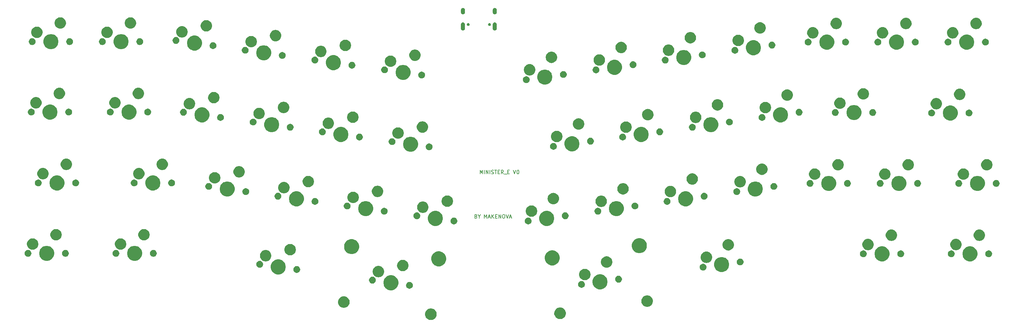
<source format=gbr>
G04 #@! TF.GenerationSoftware,KiCad,Pcbnew,(5.1.4-0-10_14)*
G04 #@! TF.CreationDate,2020-04-19T23:22:28-05:00*
G04 #@! TF.ProjectId,minister,6d696e69-7374-4657-922e-6b696361645f,rev?*
G04 #@! TF.SameCoordinates,Original*
G04 #@! TF.FileFunction,Soldermask,Top*
G04 #@! TF.FilePolarity,Negative*
%FSLAX46Y46*%
G04 Gerber Fmt 4.6, Leading zero omitted, Abs format (unit mm)*
G04 Created by KiCad (PCBNEW (5.1.4-0-10_14)) date 2020-04-19 23:22:28*
%MOMM*%
%LPD*%
G04 APERTURE LIST*
%ADD10C,0.150000*%
%ADD11C,0.100000*%
G04 APERTURE END LIST*
D10*
X139041761Y-124134571D02*
X139184619Y-124182190D01*
X139232238Y-124229809D01*
X139279857Y-124325047D01*
X139279857Y-124467904D01*
X139232238Y-124563142D01*
X139184619Y-124610761D01*
X139089380Y-124658380D01*
X138708428Y-124658380D01*
X138708428Y-123658380D01*
X139041761Y-123658380D01*
X139137000Y-123706000D01*
X139184619Y-123753619D01*
X139232238Y-123848857D01*
X139232238Y-123944095D01*
X139184619Y-124039333D01*
X139137000Y-124086952D01*
X139041761Y-124134571D01*
X138708428Y-124134571D01*
X139898904Y-124182190D02*
X139898904Y-124658380D01*
X139565571Y-123658380D02*
X139898904Y-124182190D01*
X140232238Y-123658380D01*
X141327476Y-124658380D02*
X141327476Y-123658380D01*
X141660809Y-124372666D01*
X141994142Y-123658380D01*
X141994142Y-124658380D01*
X142422714Y-124372666D02*
X142898904Y-124372666D01*
X142327476Y-124658380D02*
X142660809Y-123658380D01*
X142994142Y-124658380D01*
X143327476Y-124658380D02*
X143327476Y-123658380D01*
X143898904Y-124658380D02*
X143470333Y-124086952D01*
X143898904Y-123658380D02*
X143327476Y-124229809D01*
X144327476Y-124134571D02*
X144660809Y-124134571D01*
X144803666Y-124658380D02*
X144327476Y-124658380D01*
X144327476Y-123658380D01*
X144803666Y-123658380D01*
X145232238Y-124658380D02*
X145232238Y-123658380D01*
X145803666Y-124658380D01*
X145803666Y-123658380D01*
X146470333Y-123658380D02*
X146660809Y-123658380D01*
X146756047Y-123706000D01*
X146851285Y-123801238D01*
X146898904Y-123991714D01*
X146898904Y-124325047D01*
X146851285Y-124515523D01*
X146756047Y-124610761D01*
X146660809Y-124658380D01*
X146470333Y-124658380D01*
X146375095Y-124610761D01*
X146279857Y-124515523D01*
X146232238Y-124325047D01*
X146232238Y-123991714D01*
X146279857Y-123801238D01*
X146375095Y-123706000D01*
X146470333Y-123658380D01*
X147184619Y-123658380D02*
X147517952Y-124658380D01*
X147851285Y-123658380D01*
X148137000Y-124372666D02*
X148613190Y-124372666D01*
X148041761Y-124658380D02*
X148375095Y-123658380D01*
X148708428Y-124658380D01*
X140153095Y-112593380D02*
X140153095Y-111593380D01*
X140486428Y-112307666D01*
X140819761Y-111593380D01*
X140819761Y-112593380D01*
X141295952Y-112593380D02*
X141295952Y-111593380D01*
X141772142Y-112593380D02*
X141772142Y-111593380D01*
X142343571Y-112593380D01*
X142343571Y-111593380D01*
X142819761Y-112593380D02*
X142819761Y-111593380D01*
X143248333Y-112545761D02*
X143391190Y-112593380D01*
X143629285Y-112593380D01*
X143724523Y-112545761D01*
X143772142Y-112498142D01*
X143819761Y-112402904D01*
X143819761Y-112307666D01*
X143772142Y-112212428D01*
X143724523Y-112164809D01*
X143629285Y-112117190D01*
X143438809Y-112069571D01*
X143343571Y-112021952D01*
X143295952Y-111974333D01*
X143248333Y-111879095D01*
X143248333Y-111783857D01*
X143295952Y-111688619D01*
X143343571Y-111641000D01*
X143438809Y-111593380D01*
X143676904Y-111593380D01*
X143819761Y-111641000D01*
X144105476Y-111593380D02*
X144676904Y-111593380D01*
X144391190Y-112593380D02*
X144391190Y-111593380D01*
X145010238Y-112069571D02*
X145343571Y-112069571D01*
X145486428Y-112593380D02*
X145010238Y-112593380D01*
X145010238Y-111593380D01*
X145486428Y-111593380D01*
X146486428Y-112593380D02*
X146153095Y-112117190D01*
X145915000Y-112593380D02*
X145915000Y-111593380D01*
X146295952Y-111593380D01*
X146391190Y-111641000D01*
X146438809Y-111688619D01*
X146486428Y-111783857D01*
X146486428Y-111926714D01*
X146438809Y-112021952D01*
X146391190Y-112069571D01*
X146295952Y-112117190D01*
X145915000Y-112117190D01*
X146676904Y-112688619D02*
X147438809Y-112688619D01*
X147676904Y-112069571D02*
X148010238Y-112069571D01*
X148153095Y-112593380D02*
X147676904Y-112593380D01*
X147676904Y-111593380D01*
X148153095Y-111593380D01*
X149200714Y-111593380D02*
X149534047Y-112593380D01*
X149867380Y-111593380D01*
X150391190Y-111593380D02*
X150486428Y-111593380D01*
X150581666Y-111641000D01*
X150629285Y-111688619D01*
X150676904Y-111783857D01*
X150724523Y-111974333D01*
X150724523Y-112212428D01*
X150676904Y-112402904D01*
X150629285Y-112498142D01*
X150581666Y-112545761D01*
X150486428Y-112593380D01*
X150391190Y-112593380D01*
X150295952Y-112545761D01*
X150248333Y-112498142D01*
X150200714Y-112402904D01*
X150153095Y-112212428D01*
X150153095Y-111974333D01*
X150200714Y-111783857D01*
X150248333Y-111688619D01*
X150295952Y-111641000D01*
X150391190Y-111593380D01*
D11*
G36*
X127260107Y-149303997D02*
G01*
X127349652Y-149341088D01*
X127546737Y-149422723D01*
X127546738Y-149422724D01*
X127804700Y-149595088D01*
X128024079Y-149814467D01*
X128139249Y-149986832D01*
X128196444Y-150072430D01*
X128209960Y-150105061D01*
X128315170Y-150359060D01*
X128345433Y-150511204D01*
X128375696Y-150663346D01*
X128375696Y-150973596D01*
X128315170Y-151277882D01*
X128265992Y-151396608D01*
X128196444Y-151564512D01*
X128193796Y-151568475D01*
X128024079Y-151822475D01*
X127804700Y-152041854D01*
X127658605Y-152139471D01*
X127546737Y-152214219D01*
X127378833Y-152283767D01*
X127260107Y-152332945D01*
X126955821Y-152393471D01*
X126645571Y-152393471D01*
X126341285Y-152332945D01*
X126222559Y-152283767D01*
X126054655Y-152214219D01*
X125942787Y-152139471D01*
X125796692Y-152041854D01*
X125577313Y-151822475D01*
X125407596Y-151568475D01*
X125404948Y-151564512D01*
X125335400Y-151396608D01*
X125286222Y-151277882D01*
X125225696Y-150973596D01*
X125225696Y-150663346D01*
X125286222Y-150359060D01*
X125391432Y-150105061D01*
X125404948Y-150072430D01*
X125462143Y-149986832D01*
X125577313Y-149814467D01*
X125796692Y-149595088D01*
X126054654Y-149422724D01*
X126054655Y-149422723D01*
X126251740Y-149341088D01*
X126341285Y-149303997D01*
X126645571Y-149243471D01*
X126955821Y-149243471D01*
X127260107Y-149303997D01*
X127260107Y-149303997D01*
G37*
G36*
X162177571Y-149019734D02*
G01*
X162329715Y-149049997D01*
X162448441Y-149099175D01*
X162616345Y-149168723D01*
X162616346Y-149168724D01*
X162874308Y-149341088D01*
X163093687Y-149560467D01*
X163208857Y-149732832D01*
X163266052Y-149818430D01*
X163335600Y-149986334D01*
X163371262Y-150072429D01*
X163384778Y-150105061D01*
X163435302Y-150359060D01*
X163445304Y-150409347D01*
X163445304Y-150719595D01*
X163394781Y-150973595D01*
X163384778Y-151023881D01*
X163266052Y-151310512D01*
X163266051Y-151310513D01*
X163093687Y-151568475D01*
X162874308Y-151787854D01*
X162701943Y-151903024D01*
X162616345Y-151960219D01*
X162448441Y-152029767D01*
X162329715Y-152078945D01*
X162177571Y-152109208D01*
X162025429Y-152139471D01*
X161715179Y-152139471D01*
X161563037Y-152109208D01*
X161410893Y-152078945D01*
X161292167Y-152029767D01*
X161124263Y-151960219D01*
X161038665Y-151903024D01*
X160866300Y-151787854D01*
X160646921Y-151568475D01*
X160474557Y-151310513D01*
X160474556Y-151310512D01*
X160355830Y-151023881D01*
X160345828Y-150973595D01*
X160295304Y-150719595D01*
X160295304Y-150409347D01*
X160305307Y-150359060D01*
X160355830Y-150105061D01*
X160369347Y-150072429D01*
X160405008Y-149986334D01*
X160474556Y-149818430D01*
X160531751Y-149732832D01*
X160646921Y-149560467D01*
X160866300Y-149341088D01*
X161124262Y-149168724D01*
X161124263Y-149168723D01*
X161292167Y-149099175D01*
X161410893Y-149049997D01*
X161563037Y-149019734D01*
X161715179Y-148989471D01*
X162025429Y-148989471D01*
X162177571Y-149019734D01*
X162177571Y-149019734D01*
G37*
G36*
X103464323Y-145950837D02*
G01*
X103616467Y-145981100D01*
X103706012Y-146018191D01*
X103903097Y-146099826D01*
X103903098Y-146099827D01*
X104161060Y-146272191D01*
X104380439Y-146491570D01*
X104495609Y-146663935D01*
X104552804Y-146749533D01*
X104566320Y-146782164D01*
X104671530Y-147036163D01*
X104732056Y-147340449D01*
X104732056Y-147650699D01*
X104701793Y-147802841D01*
X104671530Y-147954985D01*
X104622352Y-148073711D01*
X104552804Y-148241615D01*
X104550156Y-148245578D01*
X104380439Y-148499578D01*
X104161060Y-148718957D01*
X104014965Y-148816574D01*
X103903097Y-148891322D01*
X103735193Y-148960870D01*
X103616467Y-149010048D01*
X103312181Y-149070574D01*
X103001931Y-149070574D01*
X102697645Y-149010048D01*
X102578919Y-148960870D01*
X102411015Y-148891322D01*
X102299147Y-148816574D01*
X102153052Y-148718957D01*
X101933673Y-148499578D01*
X101763956Y-148245578D01*
X101761308Y-148241615D01*
X101691760Y-148073711D01*
X101642582Y-147954985D01*
X101612319Y-147802841D01*
X101582056Y-147650699D01*
X101582056Y-147340449D01*
X101642582Y-147036163D01*
X101747792Y-146782164D01*
X101761308Y-146749533D01*
X101818503Y-146663935D01*
X101933673Y-146491570D01*
X102153052Y-146272191D01*
X102411014Y-146099827D01*
X102411015Y-146099826D01*
X102608100Y-146018191D01*
X102697645Y-145981100D01*
X102849789Y-145950837D01*
X103001931Y-145920574D01*
X103312181Y-145920574D01*
X103464323Y-145950837D01*
X103464323Y-145950837D01*
G37*
G36*
X185973355Y-145727100D02*
G01*
X186092081Y-145776278D01*
X186259985Y-145845826D01*
X186259986Y-145845827D01*
X186517948Y-146018191D01*
X186737327Y-146237570D01*
X186852497Y-146409935D01*
X186909692Y-146495533D01*
X186979240Y-146663437D01*
X187014902Y-146749532D01*
X187028418Y-146782164D01*
X187078942Y-147036163D01*
X187088944Y-147086450D01*
X187088944Y-147396698D01*
X187038421Y-147650698D01*
X187028418Y-147700984D01*
X186909692Y-147987615D01*
X186909691Y-147987616D01*
X186737327Y-148245578D01*
X186517948Y-148464957D01*
X186345583Y-148580127D01*
X186259985Y-148637322D01*
X186092081Y-148706870D01*
X185973355Y-148756048D01*
X185669069Y-148816574D01*
X185358819Y-148816574D01*
X185054533Y-148756048D01*
X184935807Y-148706870D01*
X184767903Y-148637322D01*
X184682305Y-148580127D01*
X184509940Y-148464957D01*
X184290561Y-148245578D01*
X184118197Y-147987616D01*
X184118196Y-147987615D01*
X183999470Y-147700984D01*
X183989468Y-147650698D01*
X183938944Y-147396698D01*
X183938944Y-147086450D01*
X183948947Y-147036163D01*
X183999470Y-146782164D01*
X184012987Y-146749532D01*
X184048648Y-146663437D01*
X184118196Y-146495533D01*
X184175391Y-146409935D01*
X184290561Y-146237570D01*
X184509940Y-146018191D01*
X184767902Y-145845827D01*
X184767903Y-145845826D01*
X184935807Y-145776278D01*
X185054533Y-145727100D01*
X185358819Y-145666574D01*
X185669069Y-145666574D01*
X185973355Y-145727100D01*
X185973355Y-145727100D01*
G37*
G36*
X116547474Y-140273684D02*
G01*
X116738962Y-140353001D01*
X116919623Y-140427833D01*
X117254548Y-140651623D01*
X117539377Y-140936452D01*
X117763167Y-141271377D01*
X117763167Y-141271378D01*
X117917316Y-141643526D01*
X117995900Y-142038594D01*
X117995900Y-142441406D01*
X117917316Y-142836474D01*
X117868377Y-142954622D01*
X117763167Y-143208623D01*
X117539377Y-143543548D01*
X117254548Y-143828377D01*
X116919623Y-144052167D01*
X116765474Y-144116017D01*
X116547474Y-144206316D01*
X116152406Y-144284900D01*
X115749594Y-144284900D01*
X115354526Y-144206316D01*
X115136526Y-144116017D01*
X114982377Y-144052167D01*
X114647452Y-143828377D01*
X114362623Y-143543548D01*
X114138833Y-143208623D01*
X114033623Y-142954622D01*
X113984684Y-142836474D01*
X113906100Y-142441406D01*
X113906100Y-142038594D01*
X113984684Y-141643526D01*
X114138833Y-141271378D01*
X114138833Y-141271377D01*
X114362623Y-140936452D01*
X114647452Y-140651623D01*
X114982377Y-140427833D01*
X115163038Y-140353001D01*
X115354526Y-140273684D01*
X115749594Y-140195100D01*
X116152406Y-140195100D01*
X116547474Y-140273684D01*
X116547474Y-140273684D01*
G37*
G36*
X173316474Y-140019684D02*
G01*
X173534474Y-140109983D01*
X173688623Y-140173833D01*
X174023548Y-140397623D01*
X174308377Y-140682452D01*
X174532167Y-141017377D01*
X174532167Y-141017378D01*
X174686316Y-141389526D01*
X174764900Y-141784594D01*
X174764900Y-142187406D01*
X174686316Y-142582474D01*
X174647205Y-142676895D01*
X174532167Y-142954623D01*
X174308377Y-143289548D01*
X174023548Y-143574377D01*
X173688623Y-143798167D01*
X173615689Y-143828377D01*
X173316474Y-143952316D01*
X172921406Y-144030900D01*
X172518594Y-144030900D01*
X172123526Y-143952316D01*
X171824311Y-143828377D01*
X171751377Y-143798167D01*
X171416452Y-143574377D01*
X171131623Y-143289548D01*
X170907833Y-142954623D01*
X170792795Y-142676895D01*
X170753684Y-142582474D01*
X170675100Y-142187406D01*
X170675100Y-141784594D01*
X170753684Y-141389526D01*
X170907833Y-141017378D01*
X170907833Y-141017377D01*
X171131623Y-140682452D01*
X171416452Y-140397623D01*
X171751377Y-140173833D01*
X171905526Y-140109983D01*
X172123526Y-140019684D01*
X172518594Y-139941100D01*
X172921406Y-139941100D01*
X173316474Y-140019684D01*
X173316474Y-140019684D01*
G37*
G36*
X121251666Y-142056584D02*
G01*
X121420188Y-142126388D01*
X121571853Y-142227727D01*
X121700834Y-142356708D01*
X121802173Y-142508373D01*
X121871977Y-142676895D01*
X121907562Y-142855796D01*
X121907562Y-143038202D01*
X121871977Y-143217103D01*
X121802173Y-143385625D01*
X121700834Y-143537290D01*
X121571853Y-143666271D01*
X121420188Y-143767610D01*
X121251666Y-143837414D01*
X121072765Y-143872999D01*
X120890359Y-143872999D01*
X120711458Y-143837414D01*
X120542936Y-143767610D01*
X120391271Y-143666271D01*
X120262290Y-143537290D01*
X120160951Y-143385625D01*
X120091147Y-143217103D01*
X120055562Y-143038202D01*
X120055562Y-142855796D01*
X120091147Y-142676895D01*
X120160951Y-142508373D01*
X120262290Y-142356708D01*
X120391271Y-142227727D01*
X120542936Y-142126388D01*
X120711458Y-142056584D01*
X120890359Y-142020999D01*
X121072765Y-142020999D01*
X121251666Y-142056584D01*
X121251666Y-142056584D01*
G37*
G36*
X167959542Y-141802584D02*
G01*
X168128064Y-141872388D01*
X168279729Y-141973727D01*
X168408710Y-142102708D01*
X168510049Y-142254373D01*
X168579853Y-142422895D01*
X168615438Y-142601796D01*
X168615438Y-142784202D01*
X168579853Y-142963103D01*
X168510049Y-143131625D01*
X168408710Y-143283290D01*
X168279729Y-143412271D01*
X168128064Y-143513610D01*
X167959542Y-143583414D01*
X167780641Y-143618999D01*
X167598235Y-143618999D01*
X167419334Y-143583414D01*
X167250812Y-143513610D01*
X167099147Y-143412271D01*
X166970166Y-143283290D01*
X166868827Y-143131625D01*
X166799023Y-142963103D01*
X166763438Y-142784202D01*
X166763438Y-142601796D01*
X166799023Y-142422895D01*
X166868827Y-142254373D01*
X166970166Y-142102708D01*
X167099147Y-141973727D01*
X167250812Y-141872388D01*
X167419334Y-141802584D01*
X167598235Y-141766999D01*
X167780641Y-141766999D01*
X167959542Y-141802584D01*
X167959542Y-141802584D01*
G37*
G36*
X111190542Y-140642586D02*
G01*
X111359064Y-140712390D01*
X111510729Y-140813729D01*
X111639710Y-140942710D01*
X111741049Y-141094375D01*
X111810853Y-141262897D01*
X111846438Y-141441798D01*
X111846438Y-141624204D01*
X111810853Y-141803105D01*
X111741049Y-141971627D01*
X111639710Y-142123292D01*
X111510729Y-142252273D01*
X111359064Y-142353612D01*
X111190542Y-142423416D01*
X111011641Y-142459001D01*
X110829235Y-142459001D01*
X110650334Y-142423416D01*
X110481812Y-142353612D01*
X110330147Y-142252273D01*
X110201166Y-142123292D01*
X110099827Y-141971627D01*
X110030023Y-141803105D01*
X109994438Y-141624204D01*
X109994438Y-141441798D01*
X110030023Y-141262897D01*
X110099827Y-141094375D01*
X110201166Y-140942710D01*
X110330147Y-140813729D01*
X110481812Y-140712390D01*
X110650334Y-140642586D01*
X110829235Y-140607001D01*
X111011641Y-140607001D01*
X111190542Y-140642586D01*
X111190542Y-140642586D01*
G37*
G36*
X178020666Y-140388586D02*
G01*
X178189188Y-140458390D01*
X178340853Y-140559729D01*
X178469834Y-140688710D01*
X178571173Y-140840375D01*
X178640977Y-141008897D01*
X178676562Y-141187798D01*
X178676562Y-141370204D01*
X178640977Y-141549105D01*
X178571173Y-141717627D01*
X178469834Y-141869292D01*
X178340853Y-141998273D01*
X178189188Y-142099612D01*
X178020666Y-142169416D01*
X177841765Y-142205001D01*
X177659359Y-142205001D01*
X177480458Y-142169416D01*
X177311936Y-142099612D01*
X177160271Y-141998273D01*
X177031290Y-141869292D01*
X176929951Y-141717627D01*
X176860147Y-141549105D01*
X176824562Y-141370204D01*
X176824562Y-141187798D01*
X176860147Y-141008897D01*
X176929951Y-140840375D01*
X177031290Y-140688710D01*
X177160271Y-140559729D01*
X177311936Y-140458390D01*
X177480458Y-140388586D01*
X177659359Y-140353001D01*
X177841765Y-140353001D01*
X178020666Y-140388586D01*
X178020666Y-140388586D01*
G37*
G36*
X168795743Y-138459796D02*
G01*
X169045989Y-138509573D01*
X169328253Y-138626490D01*
X169582284Y-138796228D01*
X169798320Y-139012264D01*
X169968058Y-139266295D01*
X170084975Y-139548559D01*
X170144579Y-139848209D01*
X170144579Y-140153729D01*
X170084975Y-140453379D01*
X169968058Y-140735643D01*
X169798320Y-140989674D01*
X169582284Y-141205710D01*
X169328253Y-141375448D01*
X169045989Y-141492365D01*
X168896164Y-141522167D01*
X168746340Y-141551969D01*
X168440818Y-141551969D01*
X168290994Y-141522167D01*
X168141169Y-141492365D01*
X167858905Y-141375448D01*
X167604874Y-141205710D01*
X167388838Y-140989674D01*
X167219100Y-140735643D01*
X167102183Y-140453379D01*
X167042579Y-140153729D01*
X167042579Y-139848209D01*
X167102183Y-139548559D01*
X167219100Y-139266295D01*
X167388838Y-139012264D01*
X167604874Y-138796228D01*
X167858905Y-138626490D01*
X168141169Y-138509573D01*
X168391415Y-138459796D01*
X168440818Y-138449969D01*
X168746340Y-138449969D01*
X168795743Y-138459796D01*
X168795743Y-138459796D01*
G37*
G36*
X112735396Y-137653626D02*
G01*
X112983988Y-137703074D01*
X113266252Y-137819991D01*
X113520283Y-137989729D01*
X113736319Y-138205765D01*
X113906057Y-138459796D01*
X114022974Y-138742060D01*
X114082578Y-139041710D01*
X114082578Y-139347230D01*
X114022974Y-139646880D01*
X113906057Y-139929144D01*
X113736319Y-140183175D01*
X113520283Y-140399211D01*
X113266252Y-140568949D01*
X112983988Y-140685866D01*
X112850643Y-140712390D01*
X112684339Y-140745470D01*
X112378817Y-140745470D01*
X112212513Y-140712390D01*
X112079168Y-140685866D01*
X111796904Y-140568949D01*
X111542873Y-140399211D01*
X111326837Y-140183175D01*
X111157099Y-139929144D01*
X111040182Y-139646880D01*
X110980578Y-139347230D01*
X110980578Y-139041710D01*
X111040182Y-138742060D01*
X111157099Y-138459796D01*
X111326837Y-138205765D01*
X111542873Y-137989729D01*
X111796904Y-137819991D01*
X112079168Y-137703074D01*
X112327760Y-137653626D01*
X112378817Y-137643470D01*
X112684339Y-137643470D01*
X112735396Y-137653626D01*
X112735396Y-137653626D01*
G37*
G36*
X85940474Y-135955684D02*
G01*
X86135921Y-136036641D01*
X86312623Y-136109833D01*
X86647548Y-136333623D01*
X86932377Y-136618452D01*
X87156167Y-136953377D01*
X87156167Y-136953378D01*
X87310316Y-137325526D01*
X87388900Y-137720594D01*
X87388900Y-138123406D01*
X87310316Y-138518474D01*
X87283054Y-138584289D01*
X87156167Y-138890623D01*
X86932377Y-139225548D01*
X86647548Y-139510377D01*
X86312623Y-139734167D01*
X86158474Y-139798017D01*
X85940474Y-139888316D01*
X85545406Y-139966900D01*
X85142594Y-139966900D01*
X84747526Y-139888316D01*
X84529526Y-139798017D01*
X84375377Y-139734167D01*
X84040452Y-139510377D01*
X83755623Y-139225548D01*
X83531833Y-138890623D01*
X83404946Y-138584289D01*
X83377684Y-138518474D01*
X83299100Y-138123406D01*
X83299100Y-137720594D01*
X83377684Y-137325526D01*
X83531833Y-136953378D01*
X83531833Y-136953377D01*
X83755623Y-136618452D01*
X84040452Y-136333623D01*
X84375377Y-136109833D01*
X84552079Y-136036641D01*
X84747526Y-135955684D01*
X85142594Y-135877100D01*
X85545406Y-135877100D01*
X85940474Y-135955684D01*
X85940474Y-135955684D01*
G37*
G36*
X90644666Y-137738584D02*
G01*
X90813188Y-137808388D01*
X90964853Y-137909727D01*
X91093834Y-138038708D01*
X91195173Y-138190373D01*
X91264977Y-138358895D01*
X91300562Y-138537796D01*
X91300562Y-138720202D01*
X91264977Y-138899103D01*
X91195173Y-139067625D01*
X91093834Y-139219290D01*
X90964853Y-139348271D01*
X90813188Y-139449610D01*
X90644666Y-139519414D01*
X90465765Y-139554999D01*
X90283359Y-139554999D01*
X90104458Y-139519414D01*
X89935936Y-139449610D01*
X89784271Y-139348271D01*
X89655290Y-139219290D01*
X89553951Y-139067625D01*
X89484147Y-138899103D01*
X89448562Y-138720202D01*
X89448562Y-138537796D01*
X89484147Y-138358895D01*
X89553951Y-138190373D01*
X89655290Y-138038708D01*
X89784271Y-137909727D01*
X89935936Y-137808388D01*
X90104458Y-137738584D01*
X90283359Y-137702999D01*
X90465765Y-137702999D01*
X90644666Y-137738584D01*
X90644666Y-137738584D01*
G37*
G36*
X206336474Y-135320684D02*
G01*
X206521195Y-135397198D01*
X206708623Y-135474833D01*
X207043548Y-135698623D01*
X207328377Y-135983452D01*
X207552167Y-136318377D01*
X207603128Y-136441408D01*
X207706316Y-136690526D01*
X207784900Y-137085594D01*
X207784900Y-137488406D01*
X207706316Y-137883474D01*
X207662303Y-137989730D01*
X207552167Y-138255623D01*
X207328377Y-138590548D01*
X207043548Y-138875377D01*
X206708623Y-139099167D01*
X206672962Y-139113938D01*
X206336474Y-139253316D01*
X205941406Y-139331900D01*
X205538594Y-139331900D01*
X205143526Y-139253316D01*
X204807038Y-139113938D01*
X204771377Y-139099167D01*
X204436452Y-138875377D01*
X204151623Y-138590548D01*
X203927833Y-138255623D01*
X203817697Y-137989730D01*
X203773684Y-137883474D01*
X203695100Y-137488406D01*
X203695100Y-137085594D01*
X203773684Y-136690526D01*
X203876872Y-136441408D01*
X203927833Y-136318377D01*
X204151623Y-135983452D01*
X204436452Y-135698623D01*
X204771377Y-135474833D01*
X204958805Y-135397198D01*
X205143526Y-135320684D01*
X205538594Y-135242100D01*
X205941406Y-135242100D01*
X206336474Y-135320684D01*
X206336474Y-135320684D01*
G37*
G36*
X119450231Y-136036641D02*
G01*
X119625690Y-136071542D01*
X119907954Y-136188459D01*
X120161985Y-136358197D01*
X120378021Y-136574233D01*
X120547759Y-136828264D01*
X120664676Y-137110528D01*
X120694478Y-137260353D01*
X120724280Y-137410177D01*
X120724280Y-137715699D01*
X120713143Y-137771686D01*
X120664676Y-138015348D01*
X120547759Y-138297612D01*
X120378021Y-138551643D01*
X120161985Y-138767679D01*
X119907954Y-138937417D01*
X119625690Y-139054334D01*
X119475865Y-139084136D01*
X119326041Y-139113938D01*
X119020519Y-139113938D01*
X118870695Y-139084136D01*
X118720870Y-139054334D01*
X118438606Y-138937417D01*
X118184575Y-138767679D01*
X117968539Y-138551643D01*
X117798801Y-138297612D01*
X117681884Y-138015348D01*
X117633417Y-137771686D01*
X117622280Y-137715699D01*
X117622280Y-137410177D01*
X117652082Y-137260353D01*
X117681884Y-137110528D01*
X117798801Y-136828264D01*
X117968539Y-136574233D01*
X118184575Y-136358197D01*
X118438606Y-136188459D01*
X118720870Y-136071542D01*
X118896329Y-136036641D01*
X119020519Y-136011938D01*
X119326041Y-136011938D01*
X119450231Y-136036641D01*
X119450231Y-136036641D01*
G37*
G36*
X200979542Y-137103584D02*
G01*
X201148064Y-137173388D01*
X201299729Y-137274727D01*
X201428710Y-137403708D01*
X201530049Y-137555373D01*
X201599853Y-137723895D01*
X201635438Y-137902796D01*
X201635438Y-138085202D01*
X201599853Y-138264103D01*
X201530049Y-138432625D01*
X201428710Y-138584290D01*
X201299729Y-138713271D01*
X201148064Y-138814610D01*
X200979542Y-138884414D01*
X200800641Y-138919999D01*
X200618235Y-138919999D01*
X200439334Y-138884414D01*
X200270812Y-138814610D01*
X200119147Y-138713271D01*
X199990166Y-138584290D01*
X199888827Y-138432625D01*
X199819023Y-138264103D01*
X199783438Y-138085202D01*
X199783438Y-137902796D01*
X199819023Y-137723895D01*
X199888827Y-137555373D01*
X199990166Y-137403708D01*
X200119147Y-137274727D01*
X200270812Y-137173388D01*
X200439334Y-137103584D01*
X200618235Y-137067999D01*
X200800641Y-137067999D01*
X200979542Y-137103584D01*
X200979542Y-137103584D01*
G37*
G36*
X174830867Y-135080741D02*
G01*
X174980692Y-135110543D01*
X175262956Y-135227460D01*
X175516987Y-135397198D01*
X175733023Y-135613234D01*
X175902761Y-135867265D01*
X176019678Y-136149529D01*
X176030775Y-136205316D01*
X176079282Y-136449178D01*
X176079282Y-136754700D01*
X176074970Y-136776376D01*
X176019678Y-137054349D01*
X175902761Y-137336613D01*
X175733023Y-137590644D01*
X175516987Y-137806680D01*
X175262956Y-137976418D01*
X174980692Y-138093335D01*
X174830867Y-138123137D01*
X174681043Y-138152939D01*
X174375521Y-138152939D01*
X174225697Y-138123137D01*
X174075872Y-138093335D01*
X173793608Y-137976418D01*
X173539577Y-137806680D01*
X173323541Y-137590644D01*
X173153803Y-137336613D01*
X173036886Y-137054349D01*
X172981594Y-136776376D01*
X172977282Y-136754700D01*
X172977282Y-136449178D01*
X173025789Y-136205316D01*
X173036886Y-136149529D01*
X173153803Y-135867265D01*
X173323541Y-135613234D01*
X173539577Y-135397198D01*
X173793608Y-135227460D01*
X174075872Y-135110543D01*
X174225697Y-135080741D01*
X174375521Y-135050939D01*
X174681043Y-135050939D01*
X174830867Y-135080741D01*
X174830867Y-135080741D01*
G37*
G36*
X80583542Y-136324586D02*
G01*
X80752064Y-136394390D01*
X80903729Y-136495729D01*
X81032710Y-136624710D01*
X81134049Y-136776375D01*
X81203853Y-136944897D01*
X81239438Y-137123798D01*
X81239438Y-137306204D01*
X81203853Y-137485105D01*
X81134049Y-137653627D01*
X81032710Y-137805292D01*
X80903729Y-137934273D01*
X80752064Y-138035612D01*
X80583542Y-138105416D01*
X80404641Y-138141001D01*
X80222235Y-138141001D01*
X80043334Y-138105416D01*
X79874812Y-138035612D01*
X79723147Y-137934273D01*
X79594166Y-137805292D01*
X79492827Y-137653627D01*
X79423023Y-137485105D01*
X79387438Y-137306204D01*
X79387438Y-137123798D01*
X79423023Y-136944897D01*
X79492827Y-136776375D01*
X79594166Y-136624710D01*
X79723147Y-136495729D01*
X79874812Y-136394390D01*
X80043334Y-136324586D01*
X80222235Y-136289001D01*
X80404641Y-136289001D01*
X80583542Y-136324586D01*
X80583542Y-136324586D01*
G37*
G36*
X129518168Y-133760470D02*
G01*
X129639127Y-133810573D01*
X129890317Y-133914619D01*
X130225242Y-134138409D01*
X130510071Y-134423238D01*
X130733861Y-134758163D01*
X130771718Y-134849559D01*
X130888010Y-135130312D01*
X130966594Y-135525380D01*
X130966594Y-135928192D01*
X130888010Y-136323260D01*
X130819442Y-136488798D01*
X130733861Y-136695409D01*
X130510071Y-137030334D01*
X130225242Y-137315163D01*
X129890317Y-137538953D01*
X129765526Y-137590643D01*
X129518168Y-137693102D01*
X129123100Y-137771686D01*
X128720288Y-137771686D01*
X128325220Y-137693102D01*
X128077862Y-137590643D01*
X127953071Y-137538953D01*
X127618146Y-137315163D01*
X127333317Y-137030334D01*
X127109527Y-136695409D01*
X127023946Y-136488798D01*
X126955378Y-136323260D01*
X126876794Y-135928192D01*
X126876794Y-135525380D01*
X126955378Y-135130312D01*
X127071670Y-134849559D01*
X127109527Y-134758163D01*
X127333317Y-134423238D01*
X127618146Y-134138409D01*
X127953071Y-133914619D01*
X128204261Y-133810573D01*
X128325220Y-133760470D01*
X128720288Y-133681886D01*
X129123100Y-133681886D01*
X129518168Y-133760470D01*
X129518168Y-133760470D01*
G37*
G36*
X160345780Y-133506470D02*
G01*
X160563780Y-133596769D01*
X160717929Y-133660619D01*
X161052854Y-133884409D01*
X161337683Y-134169238D01*
X161561473Y-134504163D01*
X161616124Y-134636103D01*
X161715622Y-134876312D01*
X161794206Y-135271380D01*
X161794206Y-135674192D01*
X161715622Y-136069260D01*
X161640364Y-136250949D01*
X161561473Y-136441409D01*
X161337683Y-136776334D01*
X161052854Y-137061163D01*
X160717929Y-137284953D01*
X160593215Y-137336611D01*
X160345780Y-137439102D01*
X159950712Y-137517686D01*
X159547900Y-137517686D01*
X159152832Y-137439102D01*
X158905397Y-137336611D01*
X158780683Y-137284953D01*
X158445758Y-137061163D01*
X158160929Y-136776334D01*
X157937139Y-136441409D01*
X157858248Y-136250949D01*
X157782990Y-136069260D01*
X157704406Y-135674192D01*
X157704406Y-135271380D01*
X157782990Y-134876312D01*
X157882488Y-134636103D01*
X157937139Y-134504163D01*
X158160929Y-134169238D01*
X158445758Y-133884409D01*
X158780683Y-133660619D01*
X158934832Y-133596769D01*
X159152832Y-133506470D01*
X159547900Y-133427886D01*
X159950712Y-133427886D01*
X160345780Y-133506470D01*
X160345780Y-133506470D01*
G37*
G36*
X211040666Y-135689586D02*
G01*
X211209188Y-135759390D01*
X211360853Y-135860729D01*
X211489834Y-135989710D01*
X211591173Y-136141375D01*
X211660977Y-136309897D01*
X211696562Y-136488798D01*
X211696562Y-136671204D01*
X211660977Y-136850105D01*
X211591173Y-137018627D01*
X211489834Y-137170292D01*
X211360853Y-137299273D01*
X211209188Y-137400612D01*
X211040666Y-137470416D01*
X210861765Y-137506001D01*
X210679359Y-137506001D01*
X210500458Y-137470416D01*
X210331936Y-137400612D01*
X210180271Y-137299273D01*
X210051290Y-137170292D01*
X209949951Y-137018627D01*
X209880147Y-136850105D01*
X209844562Y-136671204D01*
X209844562Y-136488798D01*
X209880147Y-136309897D01*
X209949951Y-136141375D01*
X210051290Y-135989710D01*
X210180271Y-135860729D01*
X210331936Y-135759390D01*
X210500458Y-135689586D01*
X210679359Y-135654001D01*
X210861765Y-135654001D01*
X211040666Y-135689586D01*
X211040666Y-135689586D01*
G37*
G36*
X201890716Y-133775709D02*
G01*
X202065989Y-133810573D01*
X202348253Y-133927490D01*
X202602284Y-134097228D01*
X202818320Y-134313264D01*
X202988058Y-134567295D01*
X203099141Y-134835475D01*
X203104975Y-134849560D01*
X203164579Y-135149208D01*
X203164579Y-135454730D01*
X203147111Y-135542547D01*
X203104975Y-135754379D01*
X202988058Y-136036643D01*
X202818320Y-136290674D01*
X202602284Y-136506710D01*
X202348253Y-136676448D01*
X202065989Y-136793365D01*
X201916164Y-136823167D01*
X201766340Y-136852969D01*
X201460818Y-136852969D01*
X201310994Y-136823167D01*
X201161169Y-136793365D01*
X200878905Y-136676448D01*
X200624874Y-136506710D01*
X200408838Y-136290674D01*
X200239100Y-136036643D01*
X200122183Y-135754379D01*
X200080047Y-135542547D01*
X200062579Y-135454730D01*
X200062579Y-135149208D01*
X200122183Y-134849560D01*
X200128017Y-134835475D01*
X200239100Y-134567295D01*
X200408838Y-134313264D01*
X200624874Y-134097228D01*
X200878905Y-133927490D01*
X201161169Y-133810573D01*
X201336442Y-133775709D01*
X201460818Y-133750969D01*
X201766340Y-133750969D01*
X201890716Y-133775709D01*
X201890716Y-133775709D01*
G37*
G36*
X82193545Y-133348585D02*
G01*
X82376988Y-133385074D01*
X82659252Y-133501991D01*
X82913283Y-133671729D01*
X83129319Y-133887765D01*
X83299057Y-134141796D01*
X83415974Y-134424060D01*
X83475578Y-134723710D01*
X83475578Y-135029230D01*
X83415974Y-135328880D01*
X83299057Y-135611144D01*
X83129319Y-135865175D01*
X82913283Y-136081211D01*
X82659252Y-136250949D01*
X82376988Y-136367866D01*
X82243643Y-136394390D01*
X82077339Y-136427470D01*
X81771817Y-136427470D01*
X81605513Y-136394390D01*
X81472168Y-136367866D01*
X81189904Y-136250949D01*
X80935873Y-136081211D01*
X80719837Y-135865175D01*
X80550099Y-135611144D01*
X80433182Y-135328880D01*
X80373578Y-135029230D01*
X80373578Y-134723710D01*
X80433182Y-134424060D01*
X80550099Y-134141796D01*
X80719837Y-133887765D01*
X80935873Y-133671729D01*
X81189904Y-133501991D01*
X81472168Y-133385074D01*
X81655611Y-133348585D01*
X81771817Y-133325470D01*
X82077339Y-133325470D01*
X82193545Y-133348585D01*
X82193545Y-133348585D01*
G37*
G36*
X249897474Y-132399684D02*
G01*
X250115474Y-132489983D01*
X250269623Y-132553833D01*
X250604548Y-132777623D01*
X250889377Y-133062452D01*
X251113167Y-133397377D01*
X251158355Y-133506471D01*
X251267316Y-133769526D01*
X251345900Y-134164594D01*
X251345900Y-134567406D01*
X251267316Y-134962474D01*
X251197795Y-135130312D01*
X251113167Y-135334623D01*
X250889377Y-135669548D01*
X250604548Y-135954377D01*
X250269623Y-136178167D01*
X250204079Y-136205316D01*
X249897474Y-136332316D01*
X249502406Y-136410900D01*
X249099594Y-136410900D01*
X248704526Y-136332316D01*
X248397921Y-136205316D01*
X248332377Y-136178167D01*
X247997452Y-135954377D01*
X247712623Y-135669548D01*
X247488833Y-135334623D01*
X247404205Y-135130312D01*
X247334684Y-134962474D01*
X247256100Y-134567406D01*
X247256100Y-134164594D01*
X247334684Y-133769526D01*
X247443645Y-133506471D01*
X247488833Y-133397377D01*
X247712623Y-133062452D01*
X247997452Y-132777623D01*
X248332377Y-132553833D01*
X248486526Y-132489983D01*
X248704526Y-132399684D01*
X249099594Y-132321100D01*
X249502406Y-132321100D01*
X249897474Y-132399684D01*
X249897474Y-132399684D01*
G37*
G36*
X273773474Y-132399684D02*
G01*
X273991474Y-132489983D01*
X274145623Y-132553833D01*
X274480548Y-132777623D01*
X274765377Y-133062452D01*
X274989167Y-133397377D01*
X275034355Y-133506471D01*
X275143316Y-133769526D01*
X275221900Y-134164594D01*
X275221900Y-134567406D01*
X275143316Y-134962474D01*
X275073795Y-135130312D01*
X274989167Y-135334623D01*
X274765377Y-135669548D01*
X274480548Y-135954377D01*
X274145623Y-136178167D01*
X274080079Y-136205316D01*
X273773474Y-136332316D01*
X273378406Y-136410900D01*
X272975594Y-136410900D01*
X272580526Y-136332316D01*
X272273921Y-136205316D01*
X272208377Y-136178167D01*
X271873452Y-135954377D01*
X271588623Y-135669548D01*
X271364833Y-135334623D01*
X271280205Y-135130312D01*
X271210684Y-134962474D01*
X271132100Y-134567406D01*
X271132100Y-134164594D01*
X271210684Y-133769526D01*
X271319645Y-133506471D01*
X271364833Y-133397377D01*
X271588623Y-133062452D01*
X271873452Y-132777623D01*
X272208377Y-132553833D01*
X272362526Y-132489983D01*
X272580526Y-132399684D01*
X272975594Y-132321100D01*
X273378406Y-132321100D01*
X273773474Y-132399684D01*
X273773474Y-132399684D01*
G37*
G36*
X23075474Y-132272684D02*
G01*
X23192360Y-132321100D01*
X23447623Y-132426833D01*
X23782548Y-132650623D01*
X24067377Y-132935452D01*
X24291167Y-133270377D01*
X24323562Y-133348586D01*
X24445316Y-133642526D01*
X24523900Y-134037594D01*
X24523900Y-134440406D01*
X24445316Y-134835474D01*
X24365059Y-135029231D01*
X24291167Y-135207623D01*
X24067377Y-135542548D01*
X23782548Y-135827377D01*
X23447623Y-136051167D01*
X23305990Y-136109833D01*
X23075474Y-136205316D01*
X22680406Y-136283900D01*
X22277594Y-136283900D01*
X21882526Y-136205316D01*
X21652010Y-136109833D01*
X21510377Y-136051167D01*
X21175452Y-135827377D01*
X20890623Y-135542548D01*
X20666833Y-135207623D01*
X20592941Y-135029231D01*
X20512684Y-134835474D01*
X20434100Y-134440406D01*
X20434100Y-134037594D01*
X20512684Y-133642526D01*
X20634438Y-133348586D01*
X20666833Y-133270377D01*
X20890623Y-132935452D01*
X21175452Y-132650623D01*
X21510377Y-132426833D01*
X21765640Y-132321100D01*
X21882526Y-132272684D01*
X22277594Y-132194100D01*
X22680406Y-132194100D01*
X23075474Y-132272684D01*
X23075474Y-132272684D01*
G37*
G36*
X46951474Y-132272684D02*
G01*
X47068360Y-132321100D01*
X47323623Y-132426833D01*
X47658548Y-132650623D01*
X47943377Y-132935452D01*
X48167167Y-133270377D01*
X48199562Y-133348586D01*
X48321316Y-133642526D01*
X48399900Y-134037594D01*
X48399900Y-134440406D01*
X48321316Y-134835474D01*
X48241059Y-135029231D01*
X48167167Y-135207623D01*
X47943377Y-135542548D01*
X47658548Y-135827377D01*
X47323623Y-136051167D01*
X47181990Y-136109833D01*
X46951474Y-136205316D01*
X46556406Y-136283900D01*
X46153594Y-136283900D01*
X45758526Y-136205316D01*
X45528010Y-136109833D01*
X45386377Y-136051167D01*
X45051452Y-135827377D01*
X44766623Y-135542548D01*
X44542833Y-135207623D01*
X44468941Y-135029231D01*
X44388684Y-134835474D01*
X44310100Y-134440406D01*
X44310100Y-134037594D01*
X44388684Y-133642526D01*
X44510438Y-133348586D01*
X44542833Y-133270377D01*
X44766623Y-132935452D01*
X45051452Y-132650623D01*
X45386377Y-132426833D01*
X45641640Y-132321100D01*
X45758526Y-132272684D01*
X46153594Y-132194100D01*
X46556406Y-132194100D01*
X46951474Y-132272684D01*
X46951474Y-132272684D01*
G37*
G36*
X268367104Y-133475585D02*
G01*
X268535626Y-133545389D01*
X268687291Y-133646728D01*
X268816272Y-133775709D01*
X268917611Y-133927374D01*
X268987415Y-134095896D01*
X269023000Y-134274797D01*
X269023000Y-134457203D01*
X268987415Y-134636104D01*
X268917611Y-134804626D01*
X268816272Y-134956291D01*
X268687291Y-135085272D01*
X268535626Y-135186611D01*
X268367104Y-135256415D01*
X268188203Y-135292000D01*
X268005797Y-135292000D01*
X267826896Y-135256415D01*
X267658374Y-135186611D01*
X267506709Y-135085272D01*
X267377728Y-134956291D01*
X267276389Y-134804626D01*
X267206585Y-134636104D01*
X267171000Y-134457203D01*
X267171000Y-134274797D01*
X267206585Y-134095896D01*
X267276389Y-133927374D01*
X267377728Y-133775709D01*
X267506709Y-133646728D01*
X267658374Y-133545389D01*
X267826896Y-133475585D01*
X268005797Y-133440000D01*
X268188203Y-133440000D01*
X268367104Y-133475585D01*
X268367104Y-133475585D01*
G37*
G36*
X244491104Y-133475585D02*
G01*
X244659626Y-133545389D01*
X244811291Y-133646728D01*
X244940272Y-133775709D01*
X245041611Y-133927374D01*
X245111415Y-134095896D01*
X245147000Y-134274797D01*
X245147000Y-134457203D01*
X245111415Y-134636104D01*
X245041611Y-134804626D01*
X244940272Y-134956291D01*
X244811291Y-135085272D01*
X244659626Y-135186611D01*
X244491104Y-135256415D01*
X244312203Y-135292000D01*
X244129797Y-135292000D01*
X243950896Y-135256415D01*
X243782374Y-135186611D01*
X243630709Y-135085272D01*
X243501728Y-134956291D01*
X243400389Y-134804626D01*
X243330585Y-134636104D01*
X243295000Y-134457203D01*
X243295000Y-134274797D01*
X243330585Y-134095896D01*
X243400389Y-133927374D01*
X243501728Y-133775709D01*
X243630709Y-133646728D01*
X243782374Y-133545389D01*
X243950896Y-133475585D01*
X244129797Y-133440000D01*
X244312203Y-133440000D01*
X244491104Y-133475585D01*
X244491104Y-133475585D01*
G37*
G36*
X254651104Y-133475585D02*
G01*
X254819626Y-133545389D01*
X254971291Y-133646728D01*
X255100272Y-133775709D01*
X255201611Y-133927374D01*
X255271415Y-134095896D01*
X255307000Y-134274797D01*
X255307000Y-134457203D01*
X255271415Y-134636104D01*
X255201611Y-134804626D01*
X255100272Y-134956291D01*
X254971291Y-135085272D01*
X254819626Y-135186611D01*
X254651104Y-135256415D01*
X254472203Y-135292000D01*
X254289797Y-135292000D01*
X254110896Y-135256415D01*
X253942374Y-135186611D01*
X253790709Y-135085272D01*
X253661728Y-134956291D01*
X253560389Y-134804626D01*
X253490585Y-134636104D01*
X253455000Y-134457203D01*
X253455000Y-134274797D01*
X253490585Y-134095896D01*
X253560389Y-133927374D01*
X253661728Y-133775709D01*
X253790709Y-133646728D01*
X253942374Y-133545389D01*
X254110896Y-133475585D01*
X254289797Y-133440000D01*
X254472203Y-133440000D01*
X254651104Y-133475585D01*
X254651104Y-133475585D01*
G37*
G36*
X278527104Y-133475585D02*
G01*
X278695626Y-133545389D01*
X278847291Y-133646728D01*
X278976272Y-133775709D01*
X279077611Y-133927374D01*
X279147415Y-134095896D01*
X279183000Y-134274797D01*
X279183000Y-134457203D01*
X279147415Y-134636104D01*
X279077611Y-134804626D01*
X278976272Y-134956291D01*
X278847291Y-135085272D01*
X278695626Y-135186611D01*
X278527104Y-135256415D01*
X278348203Y-135292000D01*
X278165797Y-135292000D01*
X277986896Y-135256415D01*
X277818374Y-135186611D01*
X277666709Y-135085272D01*
X277537728Y-134956291D01*
X277436389Y-134804626D01*
X277366585Y-134636104D01*
X277331000Y-134457203D01*
X277331000Y-134274797D01*
X277366585Y-134095896D01*
X277436389Y-133927374D01*
X277537728Y-133775709D01*
X277666709Y-133646728D01*
X277818374Y-133545389D01*
X277986896Y-133475585D01*
X278165797Y-133440000D01*
X278348203Y-133440000D01*
X278527104Y-133475585D01*
X278527104Y-133475585D01*
G37*
G36*
X17669104Y-133348585D02*
G01*
X17837626Y-133418389D01*
X17989291Y-133519728D01*
X18118272Y-133648709D01*
X18219611Y-133800374D01*
X18289415Y-133968896D01*
X18325000Y-134147797D01*
X18325000Y-134330203D01*
X18289415Y-134509104D01*
X18219611Y-134677626D01*
X18118272Y-134829291D01*
X17989291Y-134958272D01*
X17837626Y-135059611D01*
X17669104Y-135129415D01*
X17490203Y-135165000D01*
X17307797Y-135165000D01*
X17128896Y-135129415D01*
X16960374Y-135059611D01*
X16808709Y-134958272D01*
X16679728Y-134829291D01*
X16578389Y-134677626D01*
X16508585Y-134509104D01*
X16473000Y-134330203D01*
X16473000Y-134147797D01*
X16508585Y-133968896D01*
X16578389Y-133800374D01*
X16679728Y-133648709D01*
X16808709Y-133519728D01*
X16960374Y-133418389D01*
X17128896Y-133348585D01*
X17307797Y-133313000D01*
X17490203Y-133313000D01*
X17669104Y-133348585D01*
X17669104Y-133348585D01*
G37*
G36*
X27829104Y-133348585D02*
G01*
X27997626Y-133418389D01*
X28149291Y-133519728D01*
X28278272Y-133648709D01*
X28379611Y-133800374D01*
X28449415Y-133968896D01*
X28485000Y-134147797D01*
X28485000Y-134330203D01*
X28449415Y-134509104D01*
X28379611Y-134677626D01*
X28278272Y-134829291D01*
X28149291Y-134958272D01*
X27997626Y-135059611D01*
X27829104Y-135129415D01*
X27650203Y-135165000D01*
X27467797Y-135165000D01*
X27288896Y-135129415D01*
X27120374Y-135059611D01*
X26968709Y-134958272D01*
X26839728Y-134829291D01*
X26738389Y-134677626D01*
X26668585Y-134509104D01*
X26633000Y-134330203D01*
X26633000Y-134147797D01*
X26668585Y-133968896D01*
X26738389Y-133800374D01*
X26839728Y-133648709D01*
X26968709Y-133519728D01*
X27120374Y-133418389D01*
X27288896Y-133348585D01*
X27467797Y-133313000D01*
X27650203Y-133313000D01*
X27829104Y-133348585D01*
X27829104Y-133348585D01*
G37*
G36*
X41545104Y-133348585D02*
G01*
X41713626Y-133418389D01*
X41865291Y-133519728D01*
X41994272Y-133648709D01*
X42095611Y-133800374D01*
X42165415Y-133968896D01*
X42201000Y-134147797D01*
X42201000Y-134330203D01*
X42165415Y-134509104D01*
X42095611Y-134677626D01*
X41994272Y-134829291D01*
X41865291Y-134958272D01*
X41713626Y-135059611D01*
X41545104Y-135129415D01*
X41366203Y-135165000D01*
X41183797Y-135165000D01*
X41004896Y-135129415D01*
X40836374Y-135059611D01*
X40684709Y-134958272D01*
X40555728Y-134829291D01*
X40454389Y-134677626D01*
X40384585Y-134509104D01*
X40349000Y-134330203D01*
X40349000Y-134147797D01*
X40384585Y-133968896D01*
X40454389Y-133800374D01*
X40555728Y-133648709D01*
X40684709Y-133519728D01*
X40836374Y-133418389D01*
X41004896Y-133348585D01*
X41183797Y-133313000D01*
X41366203Y-133313000D01*
X41545104Y-133348585D01*
X41545104Y-133348585D01*
G37*
G36*
X51705104Y-133348585D02*
G01*
X51873626Y-133418389D01*
X52025291Y-133519728D01*
X52154272Y-133648709D01*
X52255611Y-133800374D01*
X52325415Y-133968896D01*
X52361000Y-134147797D01*
X52361000Y-134330203D01*
X52325415Y-134509104D01*
X52255611Y-134677626D01*
X52154272Y-134829291D01*
X52025291Y-134958272D01*
X51873626Y-135059611D01*
X51705104Y-135129415D01*
X51526203Y-135165000D01*
X51343797Y-135165000D01*
X51164896Y-135129415D01*
X50996374Y-135059611D01*
X50844709Y-134958272D01*
X50715728Y-134829291D01*
X50614389Y-134677626D01*
X50544585Y-134509104D01*
X50509000Y-134330203D01*
X50509000Y-134147797D01*
X50544585Y-133968896D01*
X50614389Y-133800374D01*
X50715728Y-133648709D01*
X50844709Y-133519728D01*
X50996374Y-133418389D01*
X51164896Y-133348585D01*
X51343797Y-133313000D01*
X51526203Y-133313000D01*
X51705104Y-133348585D01*
X51705104Y-133348585D01*
G37*
G36*
X88868865Y-131723740D02*
G01*
X89018690Y-131753542D01*
X89300954Y-131870459D01*
X89554985Y-132040197D01*
X89771021Y-132256233D01*
X89940759Y-132510264D01*
X90057676Y-132792528D01*
X90087478Y-132942353D01*
X90105060Y-133030741D01*
X90117280Y-133092178D01*
X90117280Y-133397698D01*
X90057676Y-133697348D01*
X89940759Y-133979612D01*
X89771021Y-134233643D01*
X89554985Y-134449679D01*
X89300954Y-134619417D01*
X89018690Y-134736334D01*
X88908948Y-134758163D01*
X88719041Y-134795938D01*
X88413519Y-134795938D01*
X88223612Y-134758163D01*
X88113870Y-134736334D01*
X87831606Y-134619417D01*
X87577575Y-134449679D01*
X87361539Y-134233643D01*
X87191801Y-133979612D01*
X87074884Y-133697348D01*
X87015280Y-133397698D01*
X87015280Y-133092178D01*
X87027501Y-133030741D01*
X87045082Y-132942353D01*
X87074884Y-132792528D01*
X87191801Y-132510264D01*
X87361539Y-132256233D01*
X87577575Y-132040197D01*
X87831606Y-131870459D01*
X88113870Y-131753542D01*
X88263695Y-131723740D01*
X88413519Y-131693938D01*
X88719041Y-131693938D01*
X88868865Y-131723740D01*
X88868865Y-131723740D01*
G37*
G36*
X105874528Y-130437573D02*
G01*
X106011382Y-130494260D01*
X106246677Y-130591722D01*
X106581602Y-130815512D01*
X106866431Y-131100341D01*
X107090221Y-131435266D01*
X107136187Y-131546239D01*
X107244370Y-131807415D01*
X107322954Y-132202483D01*
X107322954Y-132605295D01*
X107244370Y-133000363D01*
X107195431Y-133118511D01*
X107090221Y-133372512D01*
X106866431Y-133707437D01*
X106581602Y-133992266D01*
X106246677Y-134216056D01*
X106104863Y-134274797D01*
X105874528Y-134370205D01*
X105479460Y-134448789D01*
X105076648Y-134448789D01*
X104681580Y-134370205D01*
X104451245Y-134274797D01*
X104309431Y-134216056D01*
X103974506Y-133992266D01*
X103689677Y-133707437D01*
X103465887Y-133372512D01*
X103360677Y-133118511D01*
X103311738Y-133000363D01*
X103233154Y-132605295D01*
X103233154Y-132202483D01*
X103311738Y-131807415D01*
X103419921Y-131546239D01*
X103465887Y-131435266D01*
X103689677Y-131100341D01*
X103974506Y-130815512D01*
X104309431Y-130591722D01*
X104544726Y-130494260D01*
X104681580Y-130437573D01*
X105076648Y-130358989D01*
X105479460Y-130358989D01*
X105874528Y-130437573D01*
X105874528Y-130437573D01*
G37*
G36*
X183989420Y-130183573D02*
G01*
X184207420Y-130273872D01*
X184361569Y-130337722D01*
X184696494Y-130561512D01*
X184981323Y-130846341D01*
X185205113Y-131181266D01*
X185205113Y-131181267D01*
X185359262Y-131553415D01*
X185437846Y-131948483D01*
X185437846Y-132351295D01*
X185359262Y-132746363D01*
X185294074Y-132903740D01*
X185205113Y-133118512D01*
X184981323Y-133453437D01*
X184696494Y-133738266D01*
X184361569Y-133962056D01*
X184288635Y-133992266D01*
X183989420Y-134116205D01*
X183594352Y-134194789D01*
X183191540Y-134194789D01*
X182796472Y-134116205D01*
X182497257Y-133992266D01*
X182424323Y-133962056D01*
X182089398Y-133738266D01*
X181804569Y-133453437D01*
X181580779Y-133118512D01*
X181491818Y-132903740D01*
X181426630Y-132746363D01*
X181348046Y-132351295D01*
X181348046Y-131948483D01*
X181426630Y-131553415D01*
X181580779Y-131181267D01*
X181580779Y-131181266D01*
X181804569Y-130846341D01*
X182089398Y-130561512D01*
X182424323Y-130337722D01*
X182578472Y-130273872D01*
X182796472Y-130183573D01*
X183191540Y-130104989D01*
X183594352Y-130104989D01*
X183989420Y-130183573D01*
X183989420Y-130183573D01*
G37*
G36*
X207760370Y-130363740D02*
G01*
X208000692Y-130411543D01*
X208282956Y-130528460D01*
X208536987Y-130698198D01*
X208753023Y-130914234D01*
X208922761Y-131168265D01*
X209039678Y-131450529D01*
X209099282Y-131750179D01*
X209099282Y-132055699D01*
X209039678Y-132355349D01*
X208922761Y-132637613D01*
X208753023Y-132891644D01*
X208536987Y-133107680D01*
X208282956Y-133277418D01*
X208000692Y-133394335D01*
X207879764Y-133418389D01*
X207701043Y-133453939D01*
X207395521Y-133453939D01*
X207216800Y-133418389D01*
X207095872Y-133394335D01*
X206813608Y-133277418D01*
X206559577Y-133107680D01*
X206343541Y-132891644D01*
X206173803Y-132637613D01*
X206056886Y-132355349D01*
X205997282Y-132055699D01*
X205997282Y-131750179D01*
X206056886Y-131450529D01*
X206173803Y-131168265D01*
X206343541Y-130914234D01*
X206559577Y-130698198D01*
X206813608Y-130528460D01*
X207095872Y-130411543D01*
X207336194Y-130363740D01*
X207395521Y-130351939D01*
X207701043Y-130351939D01*
X207760370Y-130363740D01*
X207760370Y-130363740D01*
G37*
G36*
X269669585Y-130304802D02*
G01*
X269819410Y-130334604D01*
X270101674Y-130451521D01*
X270355705Y-130621259D01*
X270571741Y-130837295D01*
X270741479Y-131091326D01*
X270858396Y-131373590D01*
X270858396Y-131373591D01*
X270918000Y-131673239D01*
X270918000Y-131978761D01*
X270905779Y-132040198D01*
X270858396Y-132278410D01*
X270741479Y-132560674D01*
X270571741Y-132814705D01*
X270355705Y-133030741D01*
X270101674Y-133200479D01*
X269819410Y-133317396D01*
X269669585Y-133347198D01*
X269519761Y-133377000D01*
X269214239Y-133377000D01*
X269064415Y-133347198D01*
X268914590Y-133317396D01*
X268632326Y-133200479D01*
X268378295Y-133030741D01*
X268162259Y-132814705D01*
X267992521Y-132560674D01*
X267875604Y-132278410D01*
X267828221Y-132040198D01*
X267816000Y-131978761D01*
X267816000Y-131673239D01*
X267875604Y-131373591D01*
X267875604Y-131373590D01*
X267992521Y-131091326D01*
X268162259Y-130837295D01*
X268378295Y-130621259D01*
X268632326Y-130451521D01*
X268914590Y-130334604D01*
X269064415Y-130304802D01*
X269214239Y-130275000D01*
X269519761Y-130275000D01*
X269669585Y-130304802D01*
X269669585Y-130304802D01*
G37*
G36*
X245793585Y-130304802D02*
G01*
X245943410Y-130334604D01*
X246225674Y-130451521D01*
X246479705Y-130621259D01*
X246695741Y-130837295D01*
X246865479Y-131091326D01*
X246982396Y-131373590D01*
X246982396Y-131373591D01*
X247042000Y-131673239D01*
X247042000Y-131978761D01*
X247029779Y-132040198D01*
X246982396Y-132278410D01*
X246865479Y-132560674D01*
X246695741Y-132814705D01*
X246479705Y-133030741D01*
X246225674Y-133200479D01*
X245943410Y-133317396D01*
X245793585Y-133347198D01*
X245643761Y-133377000D01*
X245338239Y-133377000D01*
X245188415Y-133347198D01*
X245038590Y-133317396D01*
X244756326Y-133200479D01*
X244502295Y-133030741D01*
X244286259Y-132814705D01*
X244116521Y-132560674D01*
X243999604Y-132278410D01*
X243952221Y-132040198D01*
X243940000Y-131978761D01*
X243940000Y-131673239D01*
X243999604Y-131373591D01*
X243999604Y-131373590D01*
X244116521Y-131091326D01*
X244286259Y-130837295D01*
X244502295Y-130621259D01*
X244756326Y-130451521D01*
X245038590Y-130334604D01*
X245188415Y-130304802D01*
X245338239Y-130275000D01*
X245643761Y-130275000D01*
X245793585Y-130304802D01*
X245793585Y-130304802D01*
G37*
G36*
X18971585Y-130177802D02*
G01*
X19121410Y-130207604D01*
X19403674Y-130324521D01*
X19657705Y-130494259D01*
X19873741Y-130710295D01*
X20043479Y-130964326D01*
X20133338Y-131181266D01*
X20160396Y-131246591D01*
X20220000Y-131546239D01*
X20220000Y-131851761D01*
X20194738Y-131978760D01*
X20160396Y-132151410D01*
X20043479Y-132433674D01*
X19873741Y-132687705D01*
X19657705Y-132903741D01*
X19403674Y-133073479D01*
X19121410Y-133190396D01*
X19070719Y-133200479D01*
X18821761Y-133250000D01*
X18516239Y-133250000D01*
X18267281Y-133200479D01*
X18216590Y-133190396D01*
X17934326Y-133073479D01*
X17680295Y-132903741D01*
X17464259Y-132687705D01*
X17294521Y-132433674D01*
X17177604Y-132151410D01*
X17143262Y-131978760D01*
X17118000Y-131851761D01*
X17118000Y-131546239D01*
X17177604Y-131246591D01*
X17204662Y-131181266D01*
X17294521Y-130964326D01*
X17464259Y-130710295D01*
X17680295Y-130494259D01*
X17934326Y-130324521D01*
X18216590Y-130207604D01*
X18366415Y-130177802D01*
X18516239Y-130148000D01*
X18821761Y-130148000D01*
X18971585Y-130177802D01*
X18971585Y-130177802D01*
G37*
G36*
X42847585Y-130177802D02*
G01*
X42997410Y-130207604D01*
X43279674Y-130324521D01*
X43533705Y-130494259D01*
X43749741Y-130710295D01*
X43919479Y-130964326D01*
X44009338Y-131181266D01*
X44036396Y-131246591D01*
X44096000Y-131546239D01*
X44096000Y-131851761D01*
X44070738Y-131978760D01*
X44036396Y-132151410D01*
X43919479Y-132433674D01*
X43749741Y-132687705D01*
X43533705Y-132903741D01*
X43279674Y-133073479D01*
X42997410Y-133190396D01*
X42946719Y-133200479D01*
X42697761Y-133250000D01*
X42392239Y-133250000D01*
X42143281Y-133200479D01*
X42092590Y-133190396D01*
X41810326Y-133073479D01*
X41556295Y-132903741D01*
X41340259Y-132687705D01*
X41170521Y-132433674D01*
X41053604Y-132151410D01*
X41019262Y-131978760D01*
X40994000Y-131851761D01*
X40994000Y-131546239D01*
X41053604Y-131246591D01*
X41080662Y-131181266D01*
X41170521Y-130964326D01*
X41340259Y-130710295D01*
X41556295Y-130494259D01*
X41810326Y-130324521D01*
X42092590Y-130207604D01*
X42242415Y-130177802D01*
X42392239Y-130148000D01*
X42697761Y-130148000D01*
X42847585Y-130177802D01*
X42847585Y-130177802D01*
G37*
G36*
X276019585Y-127764802D02*
G01*
X276169410Y-127794604D01*
X276451674Y-127911521D01*
X276705705Y-128081259D01*
X276921741Y-128297295D01*
X277091479Y-128551326D01*
X277208396Y-128833590D01*
X277268000Y-129133240D01*
X277268000Y-129438760D01*
X277208396Y-129738410D01*
X277091479Y-130020674D01*
X276921741Y-130274705D01*
X276705705Y-130490741D01*
X276451674Y-130660479D01*
X276169410Y-130777396D01*
X276019585Y-130807198D01*
X275869761Y-130837000D01*
X275564239Y-130837000D01*
X275414415Y-130807198D01*
X275264590Y-130777396D01*
X274982326Y-130660479D01*
X274728295Y-130490741D01*
X274512259Y-130274705D01*
X274342521Y-130020674D01*
X274225604Y-129738410D01*
X274166000Y-129438760D01*
X274166000Y-129133240D01*
X274225604Y-128833590D01*
X274342521Y-128551326D01*
X274512259Y-128297295D01*
X274728295Y-128081259D01*
X274982326Y-127911521D01*
X275264590Y-127794604D01*
X275414415Y-127764802D01*
X275564239Y-127735000D01*
X275869761Y-127735000D01*
X276019585Y-127764802D01*
X276019585Y-127764802D01*
G37*
G36*
X252143585Y-127764802D02*
G01*
X252293410Y-127794604D01*
X252575674Y-127911521D01*
X252829705Y-128081259D01*
X253045741Y-128297295D01*
X253215479Y-128551326D01*
X253332396Y-128833590D01*
X253392000Y-129133240D01*
X253392000Y-129438760D01*
X253332396Y-129738410D01*
X253215479Y-130020674D01*
X253045741Y-130274705D01*
X252829705Y-130490741D01*
X252575674Y-130660479D01*
X252293410Y-130777396D01*
X252143585Y-130807198D01*
X251993761Y-130837000D01*
X251688239Y-130837000D01*
X251538415Y-130807198D01*
X251388590Y-130777396D01*
X251106326Y-130660479D01*
X250852295Y-130490741D01*
X250636259Y-130274705D01*
X250466521Y-130020674D01*
X250349604Y-129738410D01*
X250290000Y-129438760D01*
X250290000Y-129133240D01*
X250349604Y-128833590D01*
X250466521Y-128551326D01*
X250636259Y-128297295D01*
X250852295Y-128081259D01*
X251106326Y-127911521D01*
X251388590Y-127794604D01*
X251538415Y-127764802D01*
X251688239Y-127735000D01*
X251993761Y-127735000D01*
X252143585Y-127764802D01*
X252143585Y-127764802D01*
G37*
G36*
X25321585Y-127637802D02*
G01*
X25471410Y-127667604D01*
X25753674Y-127784521D01*
X26007705Y-127954259D01*
X26223741Y-128170295D01*
X26393479Y-128424326D01*
X26510396Y-128706590D01*
X26570000Y-129006240D01*
X26570000Y-129311760D01*
X26510396Y-129611410D01*
X26393479Y-129893674D01*
X26223741Y-130147705D01*
X26007705Y-130363741D01*
X25753674Y-130533479D01*
X25471410Y-130650396D01*
X25420719Y-130660479D01*
X25171761Y-130710000D01*
X24866239Y-130710000D01*
X24617281Y-130660479D01*
X24566590Y-130650396D01*
X24284326Y-130533479D01*
X24030295Y-130363741D01*
X23814259Y-130147705D01*
X23644521Y-129893674D01*
X23527604Y-129611410D01*
X23468000Y-129311760D01*
X23468000Y-129006240D01*
X23527604Y-128706590D01*
X23644521Y-128424326D01*
X23814259Y-128170295D01*
X24030295Y-127954259D01*
X24284326Y-127784521D01*
X24566590Y-127667604D01*
X24716415Y-127637802D01*
X24866239Y-127608000D01*
X25171761Y-127608000D01*
X25321585Y-127637802D01*
X25321585Y-127637802D01*
G37*
G36*
X49197585Y-127637802D02*
G01*
X49347410Y-127667604D01*
X49629674Y-127784521D01*
X49883705Y-127954259D01*
X50099741Y-128170295D01*
X50269479Y-128424326D01*
X50386396Y-128706590D01*
X50446000Y-129006240D01*
X50446000Y-129311760D01*
X50386396Y-129611410D01*
X50269479Y-129893674D01*
X50099741Y-130147705D01*
X49883705Y-130363741D01*
X49629674Y-130533479D01*
X49347410Y-130650396D01*
X49296719Y-130660479D01*
X49047761Y-130710000D01*
X48742239Y-130710000D01*
X48493281Y-130660479D01*
X48442590Y-130650396D01*
X48160326Y-130533479D01*
X47906295Y-130363741D01*
X47690259Y-130147705D01*
X47520521Y-129893674D01*
X47403604Y-129611410D01*
X47344000Y-129311760D01*
X47344000Y-129006240D01*
X47403604Y-128706590D01*
X47520521Y-128424326D01*
X47690259Y-128170295D01*
X47906295Y-127954259D01*
X48160326Y-127784521D01*
X48442590Y-127667604D01*
X48592415Y-127637802D01*
X48742239Y-127608000D01*
X49047761Y-127608000D01*
X49197585Y-127637802D01*
X49197585Y-127637802D01*
G37*
G36*
X128612474Y-122747684D02*
G01*
X128830474Y-122837983D01*
X128984623Y-122901833D01*
X129319548Y-123125623D01*
X129604377Y-123410452D01*
X129828167Y-123745377D01*
X129828167Y-123745378D01*
X129982316Y-124117526D01*
X130060900Y-124512594D01*
X130060900Y-124915406D01*
X129982316Y-125310474D01*
X129898757Y-125512202D01*
X129828167Y-125682623D01*
X129604377Y-126017548D01*
X129319548Y-126302377D01*
X128984623Y-126526167D01*
X128830474Y-126590017D01*
X128612474Y-126680316D01*
X128217406Y-126758900D01*
X127814594Y-126758900D01*
X127419526Y-126680316D01*
X127201526Y-126590017D01*
X127047377Y-126526167D01*
X126712452Y-126302377D01*
X126427623Y-126017548D01*
X126203833Y-125682623D01*
X126133243Y-125512202D01*
X126049684Y-125310474D01*
X125971100Y-124915406D01*
X125971100Y-124512594D01*
X126049684Y-124117526D01*
X126203833Y-123745378D01*
X126203833Y-123745377D01*
X126427623Y-123410452D01*
X126712452Y-123125623D01*
X127047377Y-122901833D01*
X127201526Y-122837983D01*
X127419526Y-122747684D01*
X127814594Y-122669100D01*
X128217406Y-122669100D01*
X128612474Y-122747684D01*
X128612474Y-122747684D01*
G37*
G36*
X158838474Y-122747684D02*
G01*
X159056474Y-122837983D01*
X159210623Y-122901833D01*
X159545548Y-123125623D01*
X159830377Y-123410452D01*
X160054167Y-123745377D01*
X160054167Y-123745378D01*
X160208316Y-124117526D01*
X160286900Y-124512594D01*
X160286900Y-124915406D01*
X160208316Y-125310474D01*
X160124757Y-125512202D01*
X160054167Y-125682623D01*
X159830377Y-126017548D01*
X159545548Y-126302377D01*
X159210623Y-126526167D01*
X159056474Y-126590017D01*
X158838474Y-126680316D01*
X158443406Y-126758900D01*
X158040594Y-126758900D01*
X157645526Y-126680316D01*
X157427526Y-126590017D01*
X157273377Y-126526167D01*
X156938452Y-126302377D01*
X156653623Y-126017548D01*
X156429833Y-125682623D01*
X156359243Y-125512202D01*
X156275684Y-125310474D01*
X156197100Y-124915406D01*
X156197100Y-124512594D01*
X156275684Y-124117526D01*
X156429833Y-123745378D01*
X156429833Y-123745377D01*
X156653623Y-123410452D01*
X156938452Y-123125623D01*
X157273377Y-122901833D01*
X157427526Y-122837983D01*
X157645526Y-122747684D01*
X158040594Y-122669100D01*
X158443406Y-122669100D01*
X158838474Y-122747684D01*
X158838474Y-122747684D01*
G37*
G36*
X133316666Y-124530584D02*
G01*
X133485188Y-124600388D01*
X133636853Y-124701727D01*
X133765834Y-124830708D01*
X133867173Y-124982373D01*
X133936977Y-125150895D01*
X133972562Y-125329796D01*
X133972562Y-125512202D01*
X133936977Y-125691103D01*
X133867173Y-125859625D01*
X133765834Y-126011290D01*
X133636853Y-126140271D01*
X133485188Y-126241610D01*
X133316666Y-126311414D01*
X133137765Y-126346999D01*
X132955359Y-126346999D01*
X132776458Y-126311414D01*
X132607936Y-126241610D01*
X132456271Y-126140271D01*
X132327290Y-126011290D01*
X132225951Y-125859625D01*
X132156147Y-125691103D01*
X132120562Y-125512202D01*
X132120562Y-125329796D01*
X132156147Y-125150895D01*
X132225951Y-124982373D01*
X132327290Y-124830708D01*
X132456271Y-124701727D01*
X132607936Y-124600388D01*
X132776458Y-124530584D01*
X132955359Y-124494999D01*
X133137765Y-124494999D01*
X133316666Y-124530584D01*
X133316666Y-124530584D01*
G37*
G36*
X153481542Y-124530584D02*
G01*
X153650064Y-124600388D01*
X153801729Y-124701727D01*
X153930710Y-124830708D01*
X154032049Y-124982373D01*
X154101853Y-125150895D01*
X154137438Y-125329796D01*
X154137438Y-125512202D01*
X154101853Y-125691103D01*
X154032049Y-125859625D01*
X153930710Y-126011290D01*
X153801729Y-126140271D01*
X153650064Y-126241610D01*
X153481542Y-126311414D01*
X153302641Y-126346999D01*
X153120235Y-126346999D01*
X152941334Y-126311414D01*
X152772812Y-126241610D01*
X152621147Y-126140271D01*
X152492166Y-126011290D01*
X152390827Y-125859625D01*
X152321023Y-125691103D01*
X152285438Y-125512202D01*
X152285438Y-125329796D01*
X152321023Y-125150895D01*
X152390827Y-124982373D01*
X152492166Y-124830708D01*
X152621147Y-124701727D01*
X152772812Y-124600388D01*
X152941334Y-124530584D01*
X153120235Y-124494999D01*
X153302641Y-124494999D01*
X153481542Y-124530584D01*
X153481542Y-124530584D01*
G37*
G36*
X163542666Y-123116586D02*
G01*
X163711188Y-123186390D01*
X163862853Y-123287729D01*
X163991834Y-123416710D01*
X164093173Y-123568375D01*
X164162977Y-123736897D01*
X164198562Y-123915798D01*
X164198562Y-124098204D01*
X164162977Y-124277105D01*
X164093173Y-124445627D01*
X163991834Y-124597292D01*
X163862853Y-124726273D01*
X163711188Y-124827612D01*
X163542666Y-124897416D01*
X163363765Y-124933001D01*
X163181359Y-124933001D01*
X163002458Y-124897416D01*
X162833936Y-124827612D01*
X162682271Y-124726273D01*
X162553290Y-124597292D01*
X162451951Y-124445627D01*
X162382147Y-124277105D01*
X162346562Y-124098204D01*
X162346562Y-123915798D01*
X162382147Y-123736897D01*
X162451951Y-123568375D01*
X162553290Y-123416710D01*
X162682271Y-123287729D01*
X162833936Y-123186390D01*
X163002458Y-123116586D01*
X163181359Y-123081001D01*
X163363765Y-123081001D01*
X163542666Y-123116586D01*
X163542666Y-123116586D01*
G37*
G36*
X123255542Y-123116586D02*
G01*
X123424064Y-123186390D01*
X123575729Y-123287729D01*
X123704710Y-123416710D01*
X123806049Y-123568375D01*
X123875853Y-123736897D01*
X123911438Y-123915798D01*
X123911438Y-124098204D01*
X123875853Y-124277105D01*
X123806049Y-124445627D01*
X123704710Y-124597292D01*
X123575729Y-124726273D01*
X123424064Y-124827612D01*
X123255542Y-124897416D01*
X123076641Y-124933001D01*
X122894235Y-124933001D01*
X122715334Y-124897416D01*
X122546812Y-124827612D01*
X122395147Y-124726273D01*
X122266166Y-124597292D01*
X122164827Y-124445627D01*
X122095023Y-124277105D01*
X122059438Y-124098204D01*
X122059438Y-123915798D01*
X122095023Y-123736897D01*
X122164827Y-123568375D01*
X122266166Y-123416710D01*
X122395147Y-123287729D01*
X122546812Y-123186390D01*
X122715334Y-123116586D01*
X122894235Y-123081001D01*
X123076641Y-123081001D01*
X123255542Y-123116586D01*
X123255542Y-123116586D01*
G37*
G36*
X154418164Y-121207771D02*
G01*
X154567989Y-121237573D01*
X154850253Y-121354490D01*
X155104284Y-121524228D01*
X155320320Y-121740264D01*
X155490058Y-121994295D01*
X155606975Y-122276559D01*
X155666579Y-122576209D01*
X155666579Y-122881729D01*
X155606975Y-123181379D01*
X155490058Y-123463643D01*
X155320320Y-123717674D01*
X155104284Y-123933710D01*
X154850253Y-124103448D01*
X154567989Y-124220365D01*
X154418164Y-124250167D01*
X154268340Y-124279969D01*
X153962818Y-124279969D01*
X153812994Y-124250167D01*
X153663169Y-124220365D01*
X153380905Y-124103448D01*
X153126874Y-123933710D01*
X152910838Y-123717674D01*
X152741100Y-123463643D01*
X152624183Y-123181379D01*
X152564579Y-122881729D01*
X152564579Y-122576209D01*
X152624183Y-122276559D01*
X152741100Y-121994295D01*
X152910838Y-121740264D01*
X153126874Y-121524228D01*
X153380905Y-121354490D01*
X153663169Y-121237573D01*
X153812994Y-121207771D01*
X153962818Y-121177969D01*
X154268340Y-121177969D01*
X154418164Y-121207771D01*
X154418164Y-121207771D01*
G37*
G36*
X177761474Y-120080684D02*
G01*
X177979474Y-120170983D01*
X178133623Y-120234833D01*
X178468548Y-120458623D01*
X178753377Y-120743452D01*
X178977167Y-121078377D01*
X178977167Y-121078378D01*
X179131316Y-121450526D01*
X179209900Y-121845594D01*
X179209900Y-122248406D01*
X179131316Y-122643474D01*
X179088150Y-122747685D01*
X178977167Y-123015623D01*
X178753377Y-123350548D01*
X178468548Y-123635377D01*
X178133623Y-123859167D01*
X177996903Y-123915798D01*
X177761474Y-124013316D01*
X177366406Y-124091900D01*
X176963594Y-124091900D01*
X176568526Y-124013316D01*
X176333097Y-123915798D01*
X176196377Y-123859167D01*
X175861452Y-123635377D01*
X175576623Y-123350548D01*
X175352833Y-123015623D01*
X175241850Y-122747685D01*
X175198684Y-122643474D01*
X175120100Y-122248406D01*
X175120100Y-121845594D01*
X175198684Y-121450526D01*
X175352833Y-121078378D01*
X175352833Y-121078377D01*
X175576623Y-120743452D01*
X175861452Y-120458623D01*
X176196377Y-120234833D01*
X176350526Y-120170983D01*
X176568526Y-120080684D01*
X176963594Y-120002100D01*
X177366406Y-120002100D01*
X177761474Y-120080684D01*
X177761474Y-120080684D01*
G37*
G36*
X109689474Y-120080684D02*
G01*
X109907474Y-120170983D01*
X110061623Y-120234833D01*
X110396548Y-120458623D01*
X110681377Y-120743452D01*
X110905167Y-121078377D01*
X110905167Y-121078378D01*
X111059316Y-121450526D01*
X111137900Y-121845594D01*
X111137900Y-122248406D01*
X111059316Y-122643474D01*
X111016150Y-122747685D01*
X110905167Y-123015623D01*
X110681377Y-123350548D01*
X110396548Y-123635377D01*
X110061623Y-123859167D01*
X109924903Y-123915798D01*
X109689474Y-124013316D01*
X109294406Y-124091900D01*
X108891594Y-124091900D01*
X108496526Y-124013316D01*
X108261097Y-123915798D01*
X108124377Y-123859167D01*
X107789452Y-123635377D01*
X107504623Y-123350548D01*
X107280833Y-123015623D01*
X107169850Y-122747685D01*
X107126684Y-122643474D01*
X107048100Y-122248406D01*
X107048100Y-121845594D01*
X107126684Y-121450526D01*
X107280833Y-121078378D01*
X107280833Y-121078377D01*
X107504623Y-120743452D01*
X107789452Y-120458623D01*
X108124377Y-120234833D01*
X108278526Y-120170983D01*
X108496526Y-120080684D01*
X108891594Y-120002100D01*
X109294406Y-120002100D01*
X109689474Y-120080684D01*
X109689474Y-120080684D01*
G37*
G36*
X172404542Y-121863584D02*
G01*
X172573064Y-121933388D01*
X172724729Y-122034727D01*
X172853710Y-122163708D01*
X172955049Y-122315373D01*
X173024853Y-122483895D01*
X173060438Y-122662796D01*
X173060438Y-122845202D01*
X173024853Y-123024103D01*
X172955049Y-123192625D01*
X172853710Y-123344290D01*
X172724729Y-123473271D01*
X172573064Y-123574610D01*
X172404542Y-123644414D01*
X172225641Y-123679999D01*
X172043235Y-123679999D01*
X171864334Y-123644414D01*
X171695812Y-123574610D01*
X171544147Y-123473271D01*
X171415166Y-123344290D01*
X171313827Y-123192625D01*
X171244023Y-123024103D01*
X171208438Y-122845202D01*
X171208438Y-122662796D01*
X171244023Y-122483895D01*
X171313827Y-122315373D01*
X171415166Y-122163708D01*
X171544147Y-122034727D01*
X171695812Y-121933388D01*
X171864334Y-121863584D01*
X172043235Y-121827999D01*
X172225641Y-121827999D01*
X172404542Y-121863584D01*
X172404542Y-121863584D01*
G37*
G36*
X114393666Y-121863584D02*
G01*
X114562188Y-121933388D01*
X114713853Y-122034727D01*
X114842834Y-122163708D01*
X114944173Y-122315373D01*
X115013977Y-122483895D01*
X115049562Y-122662796D01*
X115049562Y-122845202D01*
X115013977Y-123024103D01*
X114944173Y-123192625D01*
X114842834Y-123344290D01*
X114713853Y-123473271D01*
X114562188Y-123574610D01*
X114393666Y-123644414D01*
X114214765Y-123679999D01*
X114032359Y-123679999D01*
X113853458Y-123644414D01*
X113684936Y-123574610D01*
X113533271Y-123473271D01*
X113404290Y-123344290D01*
X113302951Y-123192625D01*
X113233147Y-123024103D01*
X113197562Y-122845202D01*
X113197562Y-122662796D01*
X113233147Y-122483895D01*
X113302951Y-122315373D01*
X113404290Y-122163708D01*
X113533271Y-122034727D01*
X113684936Y-121933388D01*
X113853458Y-121863584D01*
X114032359Y-121827999D01*
X114214765Y-121827999D01*
X114393666Y-121863584D01*
X114393666Y-121863584D01*
G37*
G36*
X124899163Y-120147272D02*
G01*
X125048988Y-120177074D01*
X125331252Y-120293991D01*
X125585283Y-120463729D01*
X125801319Y-120679765D01*
X125971057Y-120933796D01*
X126072196Y-121177969D01*
X126087974Y-121216061D01*
X126147578Y-121515709D01*
X126147578Y-121821231D01*
X126125884Y-121930292D01*
X126087974Y-122120880D01*
X125971057Y-122403144D01*
X125801319Y-122657175D01*
X125585283Y-122873211D01*
X125331252Y-123042949D01*
X125048988Y-123159866D01*
X124915643Y-123186390D01*
X124749339Y-123219470D01*
X124443817Y-123219470D01*
X124277513Y-123186390D01*
X124144168Y-123159866D01*
X123861904Y-123042949D01*
X123607873Y-122873211D01*
X123391837Y-122657175D01*
X123222099Y-122403144D01*
X123105182Y-122120880D01*
X123067272Y-121930292D01*
X123045578Y-121821231D01*
X123045578Y-121515709D01*
X123105182Y-121216061D01*
X123120960Y-121177969D01*
X123222099Y-120933796D01*
X123391837Y-120679765D01*
X123607873Y-120463729D01*
X123861904Y-120293991D01*
X124144168Y-120177074D01*
X124293993Y-120147272D01*
X124443817Y-120117470D01*
X124749339Y-120117470D01*
X124899163Y-120147272D01*
X124899163Y-120147272D01*
G37*
G36*
X182465666Y-120449586D02*
G01*
X182634188Y-120519390D01*
X182785853Y-120620729D01*
X182914834Y-120749710D01*
X183016173Y-120901375D01*
X183085977Y-121069897D01*
X183121562Y-121248798D01*
X183121562Y-121431204D01*
X183085977Y-121610105D01*
X183016173Y-121778627D01*
X182914834Y-121930292D01*
X182785853Y-122059273D01*
X182634188Y-122160612D01*
X182465666Y-122230416D01*
X182286765Y-122266001D01*
X182104359Y-122266001D01*
X181925458Y-122230416D01*
X181756936Y-122160612D01*
X181605271Y-122059273D01*
X181476290Y-121930292D01*
X181374951Y-121778627D01*
X181305147Y-121610105D01*
X181269562Y-121431204D01*
X181269562Y-121248798D01*
X181305147Y-121069897D01*
X181374951Y-120901375D01*
X181476290Y-120749710D01*
X181605271Y-120620729D01*
X181756936Y-120519390D01*
X181925458Y-120449586D01*
X182104359Y-120414001D01*
X182286765Y-120414001D01*
X182465666Y-120449586D01*
X182465666Y-120449586D01*
G37*
G36*
X104332542Y-120449586D02*
G01*
X104501064Y-120519390D01*
X104652729Y-120620729D01*
X104781710Y-120749710D01*
X104883049Y-120901375D01*
X104952853Y-121069897D01*
X104988438Y-121248798D01*
X104988438Y-121431204D01*
X104952853Y-121610105D01*
X104883049Y-121778627D01*
X104781710Y-121930292D01*
X104652729Y-122059273D01*
X104501064Y-122160612D01*
X104332542Y-122230416D01*
X104153641Y-122266001D01*
X103971235Y-122266001D01*
X103792334Y-122230416D01*
X103623812Y-122160612D01*
X103472147Y-122059273D01*
X103343166Y-121930292D01*
X103241827Y-121778627D01*
X103172023Y-121610105D01*
X103136438Y-121431204D01*
X103136438Y-121248798D01*
X103172023Y-121069897D01*
X103241827Y-120901375D01*
X103343166Y-120749710D01*
X103472147Y-120620729D01*
X103623812Y-120519390D01*
X103792334Y-120449586D01*
X103971235Y-120414001D01*
X104153641Y-120414001D01*
X104332542Y-120449586D01*
X104332542Y-120449586D01*
G37*
G36*
X173341164Y-118540771D02*
G01*
X173490989Y-118570573D01*
X173773253Y-118687490D01*
X174027284Y-118857228D01*
X174243320Y-119073264D01*
X174413058Y-119327295D01*
X174529975Y-119609559D01*
X174589579Y-119909209D01*
X174589579Y-120214729D01*
X174529975Y-120514379D01*
X174413058Y-120796643D01*
X174243320Y-121050674D01*
X174027284Y-121266710D01*
X173773253Y-121436448D01*
X173490989Y-121553365D01*
X173341164Y-121583167D01*
X173191340Y-121612969D01*
X172885818Y-121612969D01*
X172735994Y-121583167D01*
X172586169Y-121553365D01*
X172303905Y-121436448D01*
X172049874Y-121266710D01*
X171833838Y-121050674D01*
X171664100Y-120796643D01*
X171547183Y-120514379D01*
X171487579Y-120214729D01*
X171487579Y-119909209D01*
X171547183Y-119609559D01*
X171664100Y-119327295D01*
X171833838Y-119073264D01*
X172049874Y-118857228D01*
X172303905Y-118687490D01*
X172586169Y-118570573D01*
X172735994Y-118540771D01*
X172885818Y-118510969D01*
X173191340Y-118510969D01*
X173341164Y-118540771D01*
X173341164Y-118540771D01*
G37*
G36*
X131516880Y-118510969D02*
G01*
X131690690Y-118545542D01*
X131972954Y-118662459D01*
X132226985Y-118832197D01*
X132443021Y-119048233D01*
X132612759Y-119302264D01*
X132729676Y-119584528D01*
X132742376Y-119648374D01*
X132789280Y-119884177D01*
X132789280Y-120189699D01*
X132784301Y-120214729D01*
X132729676Y-120489348D01*
X132612759Y-120771612D01*
X132443021Y-121025643D01*
X132226985Y-121241679D01*
X131972954Y-121411417D01*
X131690690Y-121528334D01*
X131564850Y-121553365D01*
X131391041Y-121587938D01*
X131085519Y-121587938D01*
X130911710Y-121553365D01*
X130785870Y-121528334D01*
X130503606Y-121411417D01*
X130249575Y-121241679D01*
X130033539Y-121025643D01*
X129863801Y-120771612D01*
X129746884Y-120489348D01*
X129692259Y-120214729D01*
X129687280Y-120189699D01*
X129687280Y-119884177D01*
X129734184Y-119648374D01*
X129746884Y-119584528D01*
X129863801Y-119302264D01*
X130033539Y-119048233D01*
X130249575Y-118832197D01*
X130503606Y-118662459D01*
X130785870Y-118545542D01*
X130959680Y-118510969D01*
X131085519Y-118485938D01*
X131391041Y-118485938D01*
X131516880Y-118510969D01*
X131516880Y-118510969D01*
G37*
G36*
X90893474Y-117413684D02*
G01*
X91111474Y-117503983D01*
X91265623Y-117567833D01*
X91600548Y-117791623D01*
X91885377Y-118076452D01*
X92109167Y-118411377D01*
X92109167Y-118411378D01*
X92263316Y-118783526D01*
X92341900Y-119178594D01*
X92341900Y-119581406D01*
X92263316Y-119976474D01*
X92220150Y-120080685D01*
X92109167Y-120348623D01*
X91885377Y-120683548D01*
X91600548Y-120968377D01*
X91265623Y-121192167D01*
X91146092Y-121241678D01*
X90893474Y-121346316D01*
X90498406Y-121424900D01*
X90095594Y-121424900D01*
X89700526Y-121346316D01*
X89447908Y-121241678D01*
X89328377Y-121192167D01*
X88993452Y-120968377D01*
X88708623Y-120683548D01*
X88484833Y-120348623D01*
X88373850Y-120080685D01*
X88330684Y-119976474D01*
X88252100Y-119581406D01*
X88252100Y-119178594D01*
X88330684Y-118783526D01*
X88484833Y-118411378D01*
X88484833Y-118411377D01*
X88708623Y-118076452D01*
X88993452Y-117791623D01*
X89328377Y-117567833D01*
X89482526Y-117503983D01*
X89700526Y-117413684D01*
X90095594Y-117335100D01*
X90498406Y-117335100D01*
X90893474Y-117413684D01*
X90893474Y-117413684D01*
G37*
G36*
X196557474Y-117413684D02*
G01*
X196775474Y-117503983D01*
X196929623Y-117567833D01*
X197264548Y-117791623D01*
X197549377Y-118076452D01*
X197773167Y-118411377D01*
X197773167Y-118411378D01*
X197927316Y-118783526D01*
X198005900Y-119178594D01*
X198005900Y-119581406D01*
X197927316Y-119976474D01*
X197884150Y-120080685D01*
X197773167Y-120348623D01*
X197549377Y-120683548D01*
X197264548Y-120968377D01*
X196929623Y-121192167D01*
X196810092Y-121241678D01*
X196557474Y-121346316D01*
X196162406Y-121424900D01*
X195759594Y-121424900D01*
X195364526Y-121346316D01*
X195111908Y-121241678D01*
X194992377Y-121192167D01*
X194657452Y-120968377D01*
X194372623Y-120683548D01*
X194148833Y-120348623D01*
X194037850Y-120080685D01*
X193994684Y-119976474D01*
X193916100Y-119581406D01*
X193916100Y-119178594D01*
X193994684Y-118783526D01*
X194148833Y-118411378D01*
X194148833Y-118411377D01*
X194372623Y-118076452D01*
X194657452Y-117791623D01*
X194992377Y-117567833D01*
X195146526Y-117503983D01*
X195364526Y-117413684D01*
X195759594Y-117335100D01*
X196162406Y-117335100D01*
X196557474Y-117413684D01*
X196557474Y-117413684D01*
G37*
G36*
X95597666Y-119196584D02*
G01*
X95766188Y-119266388D01*
X95917853Y-119367727D01*
X96046834Y-119496708D01*
X96148173Y-119648373D01*
X96217977Y-119816895D01*
X96253562Y-119995796D01*
X96253562Y-120178202D01*
X96217977Y-120357103D01*
X96148173Y-120525625D01*
X96046834Y-120677290D01*
X95917853Y-120806271D01*
X95766188Y-120907610D01*
X95597666Y-120977414D01*
X95418765Y-121012999D01*
X95236359Y-121012999D01*
X95057458Y-120977414D01*
X94888936Y-120907610D01*
X94737271Y-120806271D01*
X94608290Y-120677290D01*
X94506951Y-120525625D01*
X94437147Y-120357103D01*
X94401562Y-120178202D01*
X94401562Y-119995796D01*
X94437147Y-119816895D01*
X94506951Y-119648373D01*
X94608290Y-119496708D01*
X94737271Y-119367727D01*
X94888936Y-119266388D01*
X95057458Y-119196584D01*
X95236359Y-119160999D01*
X95418765Y-119160999D01*
X95597666Y-119196584D01*
X95597666Y-119196584D01*
G37*
G36*
X191200542Y-119196584D02*
G01*
X191369064Y-119266388D01*
X191520729Y-119367727D01*
X191649710Y-119496708D01*
X191751049Y-119648373D01*
X191820853Y-119816895D01*
X191856438Y-119995796D01*
X191856438Y-120178202D01*
X191820853Y-120357103D01*
X191751049Y-120525625D01*
X191649710Y-120677290D01*
X191520729Y-120806271D01*
X191369064Y-120907610D01*
X191200542Y-120977414D01*
X191021641Y-121012999D01*
X190839235Y-121012999D01*
X190660334Y-120977414D01*
X190491812Y-120907610D01*
X190340147Y-120806271D01*
X190211166Y-120677290D01*
X190109827Y-120525625D01*
X190040023Y-120357103D01*
X190004438Y-120178202D01*
X190004438Y-119995796D01*
X190040023Y-119816895D01*
X190109827Y-119648373D01*
X190211166Y-119496708D01*
X190340147Y-119367727D01*
X190491812Y-119266388D01*
X190660334Y-119196584D01*
X190839235Y-119160999D01*
X191021641Y-119160999D01*
X191200542Y-119196584D01*
X191200542Y-119196584D01*
G37*
G36*
X160266809Y-117791623D02*
G01*
X160502692Y-117838543D01*
X160784956Y-117955460D01*
X161038987Y-118125198D01*
X161255023Y-118341234D01*
X161424761Y-118595265D01*
X161541678Y-118877529D01*
X161571480Y-119027354D01*
X161601282Y-119177178D01*
X161601282Y-119482700D01*
X161581648Y-119581405D01*
X161541678Y-119782349D01*
X161424761Y-120064613D01*
X161255023Y-120318644D01*
X161038987Y-120534680D01*
X160784956Y-120704418D01*
X160502692Y-120821335D01*
X160352867Y-120851137D01*
X160203043Y-120880939D01*
X159897521Y-120880939D01*
X159747697Y-120851137D01*
X159597872Y-120821335D01*
X159315608Y-120704418D01*
X159061577Y-120534680D01*
X158845541Y-120318644D01*
X158675803Y-120064613D01*
X158558886Y-119782349D01*
X158518916Y-119581405D01*
X158499282Y-119482700D01*
X158499282Y-119177178D01*
X158529084Y-119027354D01*
X158558886Y-118877529D01*
X158675803Y-118595265D01*
X158845541Y-118341234D01*
X159061577Y-118125198D01*
X159315608Y-117955460D01*
X159597872Y-117838543D01*
X159833755Y-117791623D01*
X159897521Y-117778939D01*
X160203043Y-117778939D01*
X160266809Y-117791623D01*
X160266809Y-117791623D01*
G37*
G36*
X105976163Y-117480272D02*
G01*
X106125988Y-117510074D01*
X106408252Y-117626991D01*
X106662283Y-117796729D01*
X106878319Y-118012765D01*
X107048057Y-118266796D01*
X107164974Y-118549060D01*
X107164974Y-118549061D01*
X107224578Y-118848709D01*
X107224578Y-119154231D01*
X107202884Y-119263292D01*
X107164974Y-119453880D01*
X107048057Y-119736144D01*
X106878319Y-119990175D01*
X106662283Y-120206211D01*
X106408252Y-120375949D01*
X106125988Y-120492866D01*
X105992643Y-120519390D01*
X105826339Y-120552470D01*
X105520817Y-120552470D01*
X105354513Y-120519390D01*
X105221168Y-120492866D01*
X104938904Y-120375949D01*
X104684873Y-120206211D01*
X104468837Y-119990175D01*
X104299099Y-119736144D01*
X104182182Y-119453880D01*
X104144272Y-119263292D01*
X104122578Y-119154231D01*
X104122578Y-118848709D01*
X104182182Y-118549061D01*
X104182182Y-118549060D01*
X104299099Y-118266796D01*
X104468837Y-118012765D01*
X104684873Y-117796729D01*
X104938904Y-117626991D01*
X105221168Y-117510074D01*
X105370993Y-117480272D01*
X105520817Y-117450470D01*
X105826339Y-117450470D01*
X105976163Y-117480272D01*
X105976163Y-117480272D01*
G37*
G36*
X85536542Y-117782586D02*
G01*
X85705064Y-117852390D01*
X85856729Y-117953729D01*
X85985710Y-118082710D01*
X86087049Y-118234375D01*
X86156853Y-118402897D01*
X86192438Y-118581798D01*
X86192438Y-118764204D01*
X86156853Y-118943105D01*
X86087049Y-119111627D01*
X85985710Y-119263292D01*
X85856729Y-119392273D01*
X85705064Y-119493612D01*
X85536542Y-119563416D01*
X85357641Y-119599001D01*
X85175235Y-119599001D01*
X84996334Y-119563416D01*
X84827812Y-119493612D01*
X84676147Y-119392273D01*
X84547166Y-119263292D01*
X84445827Y-119111627D01*
X84376023Y-118943105D01*
X84340438Y-118764204D01*
X84340438Y-118581798D01*
X84376023Y-118402897D01*
X84445827Y-118234375D01*
X84547166Y-118082710D01*
X84676147Y-117953729D01*
X84827812Y-117852390D01*
X84996334Y-117782586D01*
X85175235Y-117747001D01*
X85357641Y-117747001D01*
X85536542Y-117782586D01*
X85536542Y-117782586D01*
G37*
G36*
X201261666Y-117782586D02*
G01*
X201430188Y-117852390D01*
X201581853Y-117953729D01*
X201710834Y-118082710D01*
X201812173Y-118234375D01*
X201881977Y-118402897D01*
X201917562Y-118581798D01*
X201917562Y-118764204D01*
X201881977Y-118943105D01*
X201812173Y-119111627D01*
X201710834Y-119263292D01*
X201581853Y-119392273D01*
X201430188Y-119493612D01*
X201261666Y-119563416D01*
X201082765Y-119599001D01*
X200900359Y-119599001D01*
X200721458Y-119563416D01*
X200552936Y-119493612D01*
X200401271Y-119392273D01*
X200272290Y-119263292D01*
X200170951Y-119111627D01*
X200101147Y-118943105D01*
X200065562Y-118764204D01*
X200065562Y-118581798D01*
X200101147Y-118402897D01*
X200170951Y-118234375D01*
X200272290Y-118082710D01*
X200401271Y-117953729D01*
X200552936Y-117852390D01*
X200721458Y-117782586D01*
X200900359Y-117747001D01*
X201082765Y-117747001D01*
X201261666Y-117782586D01*
X201261666Y-117782586D01*
G37*
G36*
X192137164Y-115873771D02*
G01*
X192286989Y-115903573D01*
X192569253Y-116020490D01*
X192823284Y-116190228D01*
X193039320Y-116406264D01*
X193209058Y-116660295D01*
X193325975Y-116942559D01*
X193385579Y-117242209D01*
X193385579Y-117547729D01*
X193325975Y-117847379D01*
X193209058Y-118129643D01*
X193039320Y-118383674D01*
X192823284Y-118599710D01*
X192569253Y-118769448D01*
X192286989Y-118886365D01*
X192137164Y-118916167D01*
X191987340Y-118945969D01*
X191681818Y-118945969D01*
X191531994Y-118916167D01*
X191382169Y-118886365D01*
X191099905Y-118769448D01*
X190845874Y-118599710D01*
X190629838Y-118383674D01*
X190460100Y-118129643D01*
X190343183Y-117847379D01*
X190283579Y-117547729D01*
X190283579Y-117242209D01*
X190343183Y-116942559D01*
X190460100Y-116660295D01*
X190629838Y-116406264D01*
X190845874Y-116190228D01*
X191099905Y-116020490D01*
X191382169Y-115903573D01*
X191531994Y-115873771D01*
X191681818Y-115843969D01*
X191987340Y-115843969D01*
X192137164Y-115873771D01*
X192137164Y-115873771D01*
G37*
G36*
X112593880Y-115843969D02*
G01*
X112767690Y-115878542D01*
X113049954Y-115995459D01*
X113303985Y-116165197D01*
X113520021Y-116381233D01*
X113689759Y-116635264D01*
X113806676Y-116917528D01*
X113819376Y-116981374D01*
X113866280Y-117217177D01*
X113866280Y-117522699D01*
X113861301Y-117547729D01*
X113806676Y-117822348D01*
X113689759Y-118104612D01*
X113520021Y-118358643D01*
X113303985Y-118574679D01*
X113049954Y-118744417D01*
X112767690Y-118861334D01*
X112686272Y-118877529D01*
X112468041Y-118920938D01*
X112162519Y-118920938D01*
X111944288Y-118877529D01*
X111862870Y-118861334D01*
X111580606Y-118744417D01*
X111326575Y-118574679D01*
X111110539Y-118358643D01*
X110940801Y-118104612D01*
X110823884Y-117822348D01*
X110769259Y-117547729D01*
X110764280Y-117522699D01*
X110764280Y-117217177D01*
X110811184Y-116981374D01*
X110823884Y-116917528D01*
X110940801Y-116635264D01*
X111110539Y-116381233D01*
X111326575Y-116165197D01*
X111580606Y-115995459D01*
X111862870Y-115878542D01*
X112036680Y-115843969D01*
X112162519Y-115818938D01*
X112468041Y-115818938D01*
X112593880Y-115843969D01*
X112593880Y-115843969D01*
G37*
G36*
X215480474Y-114746684D02*
G01*
X215698474Y-114836983D01*
X215852623Y-114900833D01*
X216187548Y-115124623D01*
X216472377Y-115409452D01*
X216696167Y-115744377D01*
X216711449Y-115781271D01*
X216850316Y-116116526D01*
X216928900Y-116511594D01*
X216928900Y-116914406D01*
X216850316Y-117309474D01*
X216807150Y-117413685D01*
X216696167Y-117681623D01*
X216472377Y-118016548D01*
X216187548Y-118301377D01*
X215852623Y-118525167D01*
X215733092Y-118574678D01*
X215480474Y-118679316D01*
X215085406Y-118757900D01*
X214682594Y-118757900D01*
X214287526Y-118679316D01*
X214034908Y-118574678D01*
X213915377Y-118525167D01*
X213580452Y-118301377D01*
X213295623Y-118016548D01*
X213071833Y-117681623D01*
X212960850Y-117413685D01*
X212917684Y-117309474D01*
X212839100Y-116914406D01*
X212839100Y-116511594D01*
X212917684Y-116116526D01*
X213056551Y-115781271D01*
X213071833Y-115744377D01*
X213295623Y-115409452D01*
X213580452Y-115124623D01*
X213915377Y-114900833D01*
X214069526Y-114836983D01*
X214287526Y-114746684D01*
X214682594Y-114668100D01*
X215085406Y-114668100D01*
X215480474Y-114746684D01*
X215480474Y-114746684D01*
G37*
G36*
X72097474Y-114746684D02*
G01*
X72315474Y-114836983D01*
X72469623Y-114900833D01*
X72804548Y-115124623D01*
X73089377Y-115409452D01*
X73313167Y-115744377D01*
X73328449Y-115781271D01*
X73467316Y-116116526D01*
X73545900Y-116511594D01*
X73545900Y-116914406D01*
X73467316Y-117309474D01*
X73424150Y-117413685D01*
X73313167Y-117681623D01*
X73089377Y-118016548D01*
X72804548Y-118301377D01*
X72469623Y-118525167D01*
X72350092Y-118574678D01*
X72097474Y-118679316D01*
X71702406Y-118757900D01*
X71299594Y-118757900D01*
X70904526Y-118679316D01*
X70651908Y-118574678D01*
X70532377Y-118525167D01*
X70197452Y-118301377D01*
X69912623Y-118016548D01*
X69688833Y-117681623D01*
X69577850Y-117413685D01*
X69534684Y-117309474D01*
X69456100Y-116914406D01*
X69456100Y-116511594D01*
X69534684Y-116116526D01*
X69673551Y-115781271D01*
X69688833Y-115744377D01*
X69912623Y-115409452D01*
X70197452Y-115124623D01*
X70532377Y-114900833D01*
X70686526Y-114836983D01*
X70904526Y-114746684D01*
X71299594Y-114668100D01*
X71702406Y-114668100D01*
X72097474Y-114746684D01*
X72097474Y-114746684D01*
G37*
G36*
X76801666Y-116529584D02*
G01*
X76970188Y-116599388D01*
X77121853Y-116700727D01*
X77250834Y-116829708D01*
X77352173Y-116981373D01*
X77421977Y-117149895D01*
X77457562Y-117328796D01*
X77457562Y-117511202D01*
X77421977Y-117690103D01*
X77352173Y-117858625D01*
X77250834Y-118010290D01*
X77121853Y-118139271D01*
X76970188Y-118240610D01*
X76801666Y-118310414D01*
X76622765Y-118345999D01*
X76440359Y-118345999D01*
X76261458Y-118310414D01*
X76092936Y-118240610D01*
X75941271Y-118139271D01*
X75812290Y-118010290D01*
X75710951Y-117858625D01*
X75641147Y-117690103D01*
X75605562Y-117511202D01*
X75605562Y-117328796D01*
X75641147Y-117149895D01*
X75710951Y-116981373D01*
X75812290Y-116829708D01*
X75941271Y-116700727D01*
X76092936Y-116599388D01*
X76261458Y-116529584D01*
X76440359Y-116493999D01*
X76622765Y-116493999D01*
X76801666Y-116529584D01*
X76801666Y-116529584D01*
G37*
G36*
X210123542Y-116529584D02*
G01*
X210292064Y-116599388D01*
X210443729Y-116700727D01*
X210572710Y-116829708D01*
X210674049Y-116981373D01*
X210743853Y-117149895D01*
X210779438Y-117328796D01*
X210779438Y-117511202D01*
X210743853Y-117690103D01*
X210674049Y-117858625D01*
X210572710Y-118010290D01*
X210443729Y-118139271D01*
X210292064Y-118240610D01*
X210123542Y-118310414D01*
X209944641Y-118345999D01*
X209762235Y-118345999D01*
X209583334Y-118310414D01*
X209414812Y-118240610D01*
X209263147Y-118139271D01*
X209134166Y-118010290D01*
X209032827Y-117858625D01*
X208963023Y-117690103D01*
X208927438Y-117511202D01*
X208927438Y-117328796D01*
X208963023Y-117149895D01*
X209032827Y-116981373D01*
X209134166Y-116829708D01*
X209263147Y-116700727D01*
X209414812Y-116599388D01*
X209583334Y-116529584D01*
X209762235Y-116493999D01*
X209944641Y-116493999D01*
X210123542Y-116529584D01*
X210123542Y-116529584D01*
G37*
G36*
X179189809Y-115124623D02*
G01*
X179425692Y-115171543D01*
X179707956Y-115288460D01*
X179961987Y-115458198D01*
X180178023Y-115674234D01*
X180347761Y-115928265D01*
X180464678Y-116210529D01*
X180494480Y-116360354D01*
X180524282Y-116510178D01*
X180524282Y-116815700D01*
X180504648Y-116914405D01*
X180464678Y-117115349D01*
X180347761Y-117397613D01*
X180178023Y-117651644D01*
X179961987Y-117867680D01*
X179707956Y-118037418D01*
X179425692Y-118154335D01*
X179275867Y-118184137D01*
X179126043Y-118213939D01*
X178820521Y-118213939D01*
X178670697Y-118184137D01*
X178520872Y-118154335D01*
X178238608Y-118037418D01*
X177984577Y-117867680D01*
X177768541Y-117651644D01*
X177598803Y-117397613D01*
X177481886Y-117115349D01*
X177441916Y-116914405D01*
X177422282Y-116815700D01*
X177422282Y-116510178D01*
X177452084Y-116360354D01*
X177481886Y-116210529D01*
X177598803Y-115928265D01*
X177768541Y-115674234D01*
X177984577Y-115458198D01*
X178238608Y-115288460D01*
X178520872Y-115171543D01*
X178756755Y-115124623D01*
X178820521Y-115111939D01*
X179126043Y-115111939D01*
X179189809Y-115124623D01*
X179189809Y-115124623D01*
G37*
G36*
X87180163Y-114813272D02*
G01*
X87329988Y-114843074D01*
X87612252Y-114959991D01*
X87866283Y-115129729D01*
X88082319Y-115345765D01*
X88252057Y-115599796D01*
X88368974Y-115882060D01*
X88373253Y-115903573D01*
X88428578Y-116181709D01*
X88428578Y-116487231D01*
X88406884Y-116596292D01*
X88368974Y-116786880D01*
X88252057Y-117069144D01*
X88082319Y-117323175D01*
X87866283Y-117539211D01*
X87612252Y-117708949D01*
X87329988Y-117825866D01*
X87196643Y-117852390D01*
X87030339Y-117885470D01*
X86724817Y-117885470D01*
X86558513Y-117852390D01*
X86425168Y-117825866D01*
X86142904Y-117708949D01*
X85888873Y-117539211D01*
X85672837Y-117323175D01*
X85503099Y-117069144D01*
X85386182Y-116786880D01*
X85348272Y-116596292D01*
X85326578Y-116487231D01*
X85326578Y-116181709D01*
X85381903Y-115903573D01*
X85386182Y-115882060D01*
X85503099Y-115599796D01*
X85672837Y-115345765D01*
X85888873Y-115129729D01*
X86142904Y-114959991D01*
X86425168Y-114843074D01*
X86574993Y-114813272D01*
X86724817Y-114783470D01*
X87030339Y-114783470D01*
X87180163Y-114813272D01*
X87180163Y-114813272D01*
G37*
G36*
X275805474Y-113222684D02*
G01*
X275898621Y-113261267D01*
X276177623Y-113376833D01*
X276512548Y-113600623D01*
X276797377Y-113885452D01*
X277021167Y-114220377D01*
X277053562Y-114298586D01*
X277175316Y-114592526D01*
X277253900Y-114987594D01*
X277253900Y-115390406D01*
X277175316Y-115785474D01*
X277124451Y-115908272D01*
X277021167Y-116157623D01*
X276797377Y-116492548D01*
X276512548Y-116777377D01*
X276177623Y-117001167D01*
X276112079Y-117028316D01*
X275805474Y-117155316D01*
X275410406Y-117233900D01*
X275007594Y-117233900D01*
X274612526Y-117155316D01*
X274305921Y-117028316D01*
X274240377Y-117001167D01*
X273905452Y-116777377D01*
X273620623Y-116492548D01*
X273396833Y-116157623D01*
X273293549Y-115908272D01*
X273242684Y-115785474D01*
X273164100Y-115390406D01*
X273164100Y-114987594D01*
X273242684Y-114592526D01*
X273364438Y-114298586D01*
X273396833Y-114220377D01*
X273620623Y-113885452D01*
X273905452Y-113600623D01*
X274240377Y-113376833D01*
X274519379Y-113261267D01*
X274612526Y-113222684D01*
X275007594Y-113144100D01*
X275410406Y-113144100D01*
X275805474Y-113222684D01*
X275805474Y-113222684D01*
G37*
G36*
X254469474Y-113222684D02*
G01*
X254562621Y-113261267D01*
X254841623Y-113376833D01*
X255176548Y-113600623D01*
X255461377Y-113885452D01*
X255685167Y-114220377D01*
X255717562Y-114298586D01*
X255839316Y-114592526D01*
X255917900Y-114987594D01*
X255917900Y-115390406D01*
X255839316Y-115785474D01*
X255788451Y-115908272D01*
X255685167Y-116157623D01*
X255461377Y-116492548D01*
X255176548Y-116777377D01*
X254841623Y-117001167D01*
X254776079Y-117028316D01*
X254469474Y-117155316D01*
X254074406Y-117233900D01*
X253671594Y-117233900D01*
X253276526Y-117155316D01*
X252969921Y-117028316D01*
X252904377Y-117001167D01*
X252569452Y-116777377D01*
X252284623Y-116492548D01*
X252060833Y-116157623D01*
X251957549Y-115908272D01*
X251906684Y-115785474D01*
X251828100Y-115390406D01*
X251828100Y-114987594D01*
X251906684Y-114592526D01*
X252028438Y-114298586D01*
X252060833Y-114220377D01*
X252284623Y-113885452D01*
X252569452Y-113600623D01*
X252904377Y-113376833D01*
X253183379Y-113261267D01*
X253276526Y-113222684D01*
X253671594Y-113144100D01*
X254074406Y-113144100D01*
X254469474Y-113222684D01*
X254469474Y-113222684D01*
G37*
G36*
X235419474Y-113222684D02*
G01*
X235512621Y-113261267D01*
X235791623Y-113376833D01*
X236126548Y-113600623D01*
X236411377Y-113885452D01*
X236635167Y-114220377D01*
X236667562Y-114298586D01*
X236789316Y-114592526D01*
X236867900Y-114987594D01*
X236867900Y-115390406D01*
X236789316Y-115785474D01*
X236738451Y-115908272D01*
X236635167Y-116157623D01*
X236411377Y-116492548D01*
X236126548Y-116777377D01*
X235791623Y-117001167D01*
X235726079Y-117028316D01*
X235419474Y-117155316D01*
X235024406Y-117233900D01*
X234621594Y-117233900D01*
X234226526Y-117155316D01*
X233919921Y-117028316D01*
X233854377Y-117001167D01*
X233519452Y-116777377D01*
X233234623Y-116492548D01*
X233010833Y-116157623D01*
X232907549Y-115908272D01*
X232856684Y-115785474D01*
X232778100Y-115390406D01*
X232778100Y-114987594D01*
X232856684Y-114592526D01*
X232978438Y-114298586D01*
X233010833Y-114220377D01*
X233234623Y-113885452D01*
X233519452Y-113600623D01*
X233854377Y-113376833D01*
X234133379Y-113261267D01*
X234226526Y-113222684D01*
X234621594Y-113144100D01*
X235024406Y-113144100D01*
X235419474Y-113222684D01*
X235419474Y-113222684D01*
G37*
G36*
X25869474Y-113095684D02*
G01*
X26065713Y-113176969D01*
X26241623Y-113249833D01*
X26576548Y-113473623D01*
X26861377Y-113758452D01*
X27085167Y-114093377D01*
X27117562Y-114171586D01*
X27239316Y-114465526D01*
X27317900Y-114860594D01*
X27317900Y-115263406D01*
X27239316Y-115658474D01*
X27162481Y-115843969D01*
X27085167Y-116030623D01*
X26861377Y-116365548D01*
X26576548Y-116650377D01*
X26241623Y-116874167D01*
X26136937Y-116917529D01*
X25869474Y-117028316D01*
X25474406Y-117106900D01*
X25071594Y-117106900D01*
X24676526Y-117028316D01*
X24409063Y-116917529D01*
X24304377Y-116874167D01*
X23969452Y-116650377D01*
X23684623Y-116365548D01*
X23460833Y-116030623D01*
X23383519Y-115843969D01*
X23306684Y-115658474D01*
X23228100Y-115263406D01*
X23228100Y-114860594D01*
X23306684Y-114465526D01*
X23428438Y-114171586D01*
X23460833Y-114093377D01*
X23684623Y-113758452D01*
X23969452Y-113473623D01*
X24304377Y-113249833D01*
X24480287Y-113176969D01*
X24676526Y-113095684D01*
X25071594Y-113017100D01*
X25474406Y-113017100D01*
X25869474Y-113095684D01*
X25869474Y-113095684D01*
G37*
G36*
X51904474Y-113095684D02*
G01*
X52100713Y-113176969D01*
X52276623Y-113249833D01*
X52611548Y-113473623D01*
X52896377Y-113758452D01*
X53120167Y-114093377D01*
X53152562Y-114171586D01*
X53274316Y-114465526D01*
X53352900Y-114860594D01*
X53352900Y-115263406D01*
X53274316Y-115658474D01*
X53197481Y-115843969D01*
X53120167Y-116030623D01*
X52896377Y-116365548D01*
X52611548Y-116650377D01*
X52276623Y-116874167D01*
X52171937Y-116917529D01*
X51904474Y-117028316D01*
X51509406Y-117106900D01*
X51106594Y-117106900D01*
X50711526Y-117028316D01*
X50444063Y-116917529D01*
X50339377Y-116874167D01*
X50004452Y-116650377D01*
X49719623Y-116365548D01*
X49495833Y-116030623D01*
X49418519Y-115843969D01*
X49341684Y-115658474D01*
X49263100Y-115263406D01*
X49263100Y-114860594D01*
X49341684Y-114465526D01*
X49463438Y-114171586D01*
X49495833Y-114093377D01*
X49719623Y-113758452D01*
X50004452Y-113473623D01*
X50339377Y-113249833D01*
X50515287Y-113176969D01*
X50711526Y-113095684D01*
X51106594Y-113017100D01*
X51509406Y-113017100D01*
X51904474Y-113095684D01*
X51904474Y-113095684D01*
G37*
G36*
X220184666Y-115115586D02*
G01*
X220353188Y-115185390D01*
X220504853Y-115286729D01*
X220633834Y-115415710D01*
X220735173Y-115567375D01*
X220804977Y-115735897D01*
X220840562Y-115914798D01*
X220840562Y-116097204D01*
X220804977Y-116276105D01*
X220735173Y-116444627D01*
X220633834Y-116596292D01*
X220504853Y-116725273D01*
X220353188Y-116826612D01*
X220184666Y-116896416D01*
X220005765Y-116932001D01*
X219823359Y-116932001D01*
X219644458Y-116896416D01*
X219475936Y-116826612D01*
X219324271Y-116725273D01*
X219195290Y-116596292D01*
X219093951Y-116444627D01*
X219024147Y-116276105D01*
X218988562Y-116097204D01*
X218988562Y-115914798D01*
X219024147Y-115735897D01*
X219093951Y-115567375D01*
X219195290Y-115415710D01*
X219324271Y-115286729D01*
X219475936Y-115185390D01*
X219644458Y-115115586D01*
X219823359Y-115080001D01*
X220005765Y-115080001D01*
X220184666Y-115115586D01*
X220184666Y-115115586D01*
G37*
G36*
X66740542Y-115115586D02*
G01*
X66909064Y-115185390D01*
X67060729Y-115286729D01*
X67189710Y-115415710D01*
X67291049Y-115567375D01*
X67360853Y-115735897D01*
X67396438Y-115914798D01*
X67396438Y-116097204D01*
X67360853Y-116276105D01*
X67291049Y-116444627D01*
X67189710Y-116596292D01*
X67060729Y-116725273D01*
X66909064Y-116826612D01*
X66740542Y-116896416D01*
X66561641Y-116932001D01*
X66379235Y-116932001D01*
X66200334Y-116896416D01*
X66031812Y-116826612D01*
X65880147Y-116725273D01*
X65751166Y-116596292D01*
X65649827Y-116444627D01*
X65580023Y-116276105D01*
X65544438Y-116097204D01*
X65544438Y-115914798D01*
X65580023Y-115735897D01*
X65649827Y-115567375D01*
X65751166Y-115415710D01*
X65880147Y-115286729D01*
X66031812Y-115185390D01*
X66200334Y-115115586D01*
X66379235Y-115080001D01*
X66561641Y-115080001D01*
X66740542Y-115115586D01*
X66740542Y-115115586D01*
G37*
G36*
X211060164Y-113206771D02*
G01*
X211209989Y-113236573D01*
X211492253Y-113353490D01*
X211746284Y-113523228D01*
X211962320Y-113739264D01*
X212132058Y-113993295D01*
X212248975Y-114275559D01*
X212308579Y-114575209D01*
X212308579Y-114880729D01*
X212248975Y-115180379D01*
X212132058Y-115462643D01*
X211962320Y-115716674D01*
X211746284Y-115932710D01*
X211492253Y-116102448D01*
X211209989Y-116219365D01*
X211060164Y-116249167D01*
X210910340Y-116278969D01*
X210604818Y-116278969D01*
X210454994Y-116249167D01*
X210305169Y-116219365D01*
X210022905Y-116102448D01*
X209768874Y-115932710D01*
X209552838Y-115716674D01*
X209383100Y-115462643D01*
X209266183Y-115180379D01*
X209206579Y-114880729D01*
X209206579Y-114575209D01*
X209266183Y-114275559D01*
X209383100Y-113993295D01*
X209552838Y-113739264D01*
X209768874Y-113523228D01*
X210022905Y-113353490D01*
X210305169Y-113236573D01*
X210454994Y-113206771D01*
X210604818Y-113176969D01*
X210910340Y-113176969D01*
X211060164Y-113206771D01*
X211060164Y-113206771D01*
G37*
G36*
X93797880Y-113176969D02*
G01*
X93971690Y-113211542D01*
X94253954Y-113328459D01*
X94507985Y-113498197D01*
X94724021Y-113714233D01*
X94893759Y-113968264D01*
X95010676Y-114250528D01*
X95010676Y-114250529D01*
X95070280Y-114550177D01*
X95070280Y-114855699D01*
X95065301Y-114880729D01*
X95010676Y-115155348D01*
X94893759Y-115437612D01*
X94724021Y-115691643D01*
X94507985Y-115907679D01*
X94253954Y-116077417D01*
X93971690Y-116194334D01*
X93890272Y-116210529D01*
X93672041Y-116253938D01*
X93366519Y-116253938D01*
X93148288Y-116210529D01*
X93066870Y-116194334D01*
X92784606Y-116077417D01*
X92530575Y-115907679D01*
X92314539Y-115691643D01*
X92144801Y-115437612D01*
X92027884Y-115155348D01*
X91973259Y-114880729D01*
X91968280Y-114855699D01*
X91968280Y-114550177D01*
X92027884Y-114250529D01*
X92027884Y-114250528D01*
X92144801Y-113968264D01*
X92314539Y-113714233D01*
X92530575Y-113498197D01*
X92784606Y-113328459D01*
X93066870Y-113211542D01*
X93240680Y-113176969D01*
X93366519Y-113151938D01*
X93672041Y-113151938D01*
X93797880Y-113176969D01*
X93797880Y-113176969D01*
G37*
G36*
X280559104Y-114298585D02*
G01*
X280727626Y-114368389D01*
X280879291Y-114469728D01*
X281008272Y-114598709D01*
X281109611Y-114750374D01*
X281179415Y-114918896D01*
X281215000Y-115097797D01*
X281215000Y-115280203D01*
X281179415Y-115459104D01*
X281109611Y-115627626D01*
X281008272Y-115779291D01*
X280879291Y-115908272D01*
X280727626Y-116009611D01*
X280559104Y-116079415D01*
X280380203Y-116115000D01*
X280197797Y-116115000D01*
X280018896Y-116079415D01*
X279850374Y-116009611D01*
X279698709Y-115908272D01*
X279569728Y-115779291D01*
X279468389Y-115627626D01*
X279398585Y-115459104D01*
X279363000Y-115280203D01*
X279363000Y-115097797D01*
X279398585Y-114918896D01*
X279468389Y-114750374D01*
X279569728Y-114598709D01*
X279698709Y-114469728D01*
X279850374Y-114368389D01*
X280018896Y-114298585D01*
X280197797Y-114263000D01*
X280380203Y-114263000D01*
X280559104Y-114298585D01*
X280559104Y-114298585D01*
G37*
G36*
X270399104Y-114298585D02*
G01*
X270567626Y-114368389D01*
X270719291Y-114469728D01*
X270848272Y-114598709D01*
X270949611Y-114750374D01*
X271019415Y-114918896D01*
X271055000Y-115097797D01*
X271055000Y-115280203D01*
X271019415Y-115459104D01*
X270949611Y-115627626D01*
X270848272Y-115779291D01*
X270719291Y-115908272D01*
X270567626Y-116009611D01*
X270399104Y-116079415D01*
X270220203Y-116115000D01*
X270037797Y-116115000D01*
X269858896Y-116079415D01*
X269690374Y-116009611D01*
X269538709Y-115908272D01*
X269409728Y-115779291D01*
X269308389Y-115627626D01*
X269238585Y-115459104D01*
X269203000Y-115280203D01*
X269203000Y-115097797D01*
X269238585Y-114918896D01*
X269308389Y-114750374D01*
X269409728Y-114598709D01*
X269538709Y-114469728D01*
X269690374Y-114368389D01*
X269858896Y-114298585D01*
X270037797Y-114263000D01*
X270220203Y-114263000D01*
X270399104Y-114298585D01*
X270399104Y-114298585D01*
G37*
G36*
X230013104Y-114298585D02*
G01*
X230181626Y-114368389D01*
X230333291Y-114469728D01*
X230462272Y-114598709D01*
X230563611Y-114750374D01*
X230633415Y-114918896D01*
X230669000Y-115097797D01*
X230669000Y-115280203D01*
X230633415Y-115459104D01*
X230563611Y-115627626D01*
X230462272Y-115779291D01*
X230333291Y-115908272D01*
X230181626Y-116009611D01*
X230013104Y-116079415D01*
X229834203Y-116115000D01*
X229651797Y-116115000D01*
X229472896Y-116079415D01*
X229304374Y-116009611D01*
X229152709Y-115908272D01*
X229023728Y-115779291D01*
X228922389Y-115627626D01*
X228852585Y-115459104D01*
X228817000Y-115280203D01*
X228817000Y-115097797D01*
X228852585Y-114918896D01*
X228922389Y-114750374D01*
X229023728Y-114598709D01*
X229152709Y-114469728D01*
X229304374Y-114368389D01*
X229472896Y-114298585D01*
X229651797Y-114263000D01*
X229834203Y-114263000D01*
X230013104Y-114298585D01*
X230013104Y-114298585D01*
G37*
G36*
X259223104Y-114298585D02*
G01*
X259391626Y-114368389D01*
X259543291Y-114469728D01*
X259672272Y-114598709D01*
X259773611Y-114750374D01*
X259843415Y-114918896D01*
X259879000Y-115097797D01*
X259879000Y-115280203D01*
X259843415Y-115459104D01*
X259773611Y-115627626D01*
X259672272Y-115779291D01*
X259543291Y-115908272D01*
X259391626Y-116009611D01*
X259223104Y-116079415D01*
X259044203Y-116115000D01*
X258861797Y-116115000D01*
X258682896Y-116079415D01*
X258514374Y-116009611D01*
X258362709Y-115908272D01*
X258233728Y-115779291D01*
X258132389Y-115627626D01*
X258062585Y-115459104D01*
X258027000Y-115280203D01*
X258027000Y-115097797D01*
X258062585Y-114918896D01*
X258132389Y-114750374D01*
X258233728Y-114598709D01*
X258362709Y-114469728D01*
X258514374Y-114368389D01*
X258682896Y-114298585D01*
X258861797Y-114263000D01*
X259044203Y-114263000D01*
X259223104Y-114298585D01*
X259223104Y-114298585D01*
G37*
G36*
X249063104Y-114298585D02*
G01*
X249231626Y-114368389D01*
X249383291Y-114469728D01*
X249512272Y-114598709D01*
X249613611Y-114750374D01*
X249683415Y-114918896D01*
X249719000Y-115097797D01*
X249719000Y-115280203D01*
X249683415Y-115459104D01*
X249613611Y-115627626D01*
X249512272Y-115779291D01*
X249383291Y-115908272D01*
X249231626Y-116009611D01*
X249063104Y-116079415D01*
X248884203Y-116115000D01*
X248701797Y-116115000D01*
X248522896Y-116079415D01*
X248354374Y-116009611D01*
X248202709Y-115908272D01*
X248073728Y-115779291D01*
X247972389Y-115627626D01*
X247902585Y-115459104D01*
X247867000Y-115280203D01*
X247867000Y-115097797D01*
X247902585Y-114918896D01*
X247972389Y-114750374D01*
X248073728Y-114598709D01*
X248202709Y-114469728D01*
X248354374Y-114368389D01*
X248522896Y-114298585D01*
X248701797Y-114263000D01*
X248884203Y-114263000D01*
X249063104Y-114298585D01*
X249063104Y-114298585D01*
G37*
G36*
X240173104Y-114298585D02*
G01*
X240341626Y-114368389D01*
X240493291Y-114469728D01*
X240622272Y-114598709D01*
X240723611Y-114750374D01*
X240793415Y-114918896D01*
X240829000Y-115097797D01*
X240829000Y-115280203D01*
X240793415Y-115459104D01*
X240723611Y-115627626D01*
X240622272Y-115779291D01*
X240493291Y-115908272D01*
X240341626Y-116009611D01*
X240173104Y-116079415D01*
X239994203Y-116115000D01*
X239811797Y-116115000D01*
X239632896Y-116079415D01*
X239464374Y-116009611D01*
X239312709Y-115908272D01*
X239183728Y-115779291D01*
X239082389Y-115627626D01*
X239012585Y-115459104D01*
X238977000Y-115280203D01*
X238977000Y-115097797D01*
X239012585Y-114918896D01*
X239082389Y-114750374D01*
X239183728Y-114598709D01*
X239312709Y-114469728D01*
X239464374Y-114368389D01*
X239632896Y-114298585D01*
X239811797Y-114263000D01*
X239994203Y-114263000D01*
X240173104Y-114298585D01*
X240173104Y-114298585D01*
G37*
G36*
X46498104Y-114171585D02*
G01*
X46666626Y-114241389D01*
X46818291Y-114342728D01*
X46947272Y-114471709D01*
X47048611Y-114623374D01*
X47118415Y-114791896D01*
X47154000Y-114970797D01*
X47154000Y-115153203D01*
X47118415Y-115332104D01*
X47048611Y-115500626D01*
X46947272Y-115652291D01*
X46818291Y-115781272D01*
X46666626Y-115882611D01*
X46498104Y-115952415D01*
X46319203Y-115988000D01*
X46136797Y-115988000D01*
X45957896Y-115952415D01*
X45789374Y-115882611D01*
X45637709Y-115781272D01*
X45508728Y-115652291D01*
X45407389Y-115500626D01*
X45337585Y-115332104D01*
X45302000Y-115153203D01*
X45302000Y-114970797D01*
X45337585Y-114791896D01*
X45407389Y-114623374D01*
X45508728Y-114471709D01*
X45637709Y-114342728D01*
X45789374Y-114241389D01*
X45957896Y-114171585D01*
X46136797Y-114136000D01*
X46319203Y-114136000D01*
X46498104Y-114171585D01*
X46498104Y-114171585D01*
G37*
G36*
X56658104Y-114171585D02*
G01*
X56826626Y-114241389D01*
X56978291Y-114342728D01*
X57107272Y-114471709D01*
X57208611Y-114623374D01*
X57278415Y-114791896D01*
X57314000Y-114970797D01*
X57314000Y-115153203D01*
X57278415Y-115332104D01*
X57208611Y-115500626D01*
X57107272Y-115652291D01*
X56978291Y-115781272D01*
X56826626Y-115882611D01*
X56658104Y-115952415D01*
X56479203Y-115988000D01*
X56296797Y-115988000D01*
X56117896Y-115952415D01*
X55949374Y-115882611D01*
X55797709Y-115781272D01*
X55668728Y-115652291D01*
X55567389Y-115500626D01*
X55497585Y-115332104D01*
X55462000Y-115153203D01*
X55462000Y-114970797D01*
X55497585Y-114791896D01*
X55567389Y-114623374D01*
X55668728Y-114471709D01*
X55797709Y-114342728D01*
X55949374Y-114241389D01*
X56117896Y-114171585D01*
X56296797Y-114136000D01*
X56479203Y-114136000D01*
X56658104Y-114171585D01*
X56658104Y-114171585D01*
G37*
G36*
X20463104Y-114171585D02*
G01*
X20631626Y-114241389D01*
X20783291Y-114342728D01*
X20912272Y-114471709D01*
X21013611Y-114623374D01*
X21083415Y-114791896D01*
X21119000Y-114970797D01*
X21119000Y-115153203D01*
X21083415Y-115332104D01*
X21013611Y-115500626D01*
X20912272Y-115652291D01*
X20783291Y-115781272D01*
X20631626Y-115882611D01*
X20463104Y-115952415D01*
X20284203Y-115988000D01*
X20101797Y-115988000D01*
X19922896Y-115952415D01*
X19754374Y-115882611D01*
X19602709Y-115781272D01*
X19473728Y-115652291D01*
X19372389Y-115500626D01*
X19302585Y-115332104D01*
X19267000Y-115153203D01*
X19267000Y-114970797D01*
X19302585Y-114791896D01*
X19372389Y-114623374D01*
X19473728Y-114471709D01*
X19602709Y-114342728D01*
X19754374Y-114241389D01*
X19922896Y-114171585D01*
X20101797Y-114136000D01*
X20284203Y-114136000D01*
X20463104Y-114171585D01*
X20463104Y-114171585D01*
G37*
G36*
X30623104Y-114171585D02*
G01*
X30791626Y-114241389D01*
X30943291Y-114342728D01*
X31072272Y-114471709D01*
X31173611Y-114623374D01*
X31243415Y-114791896D01*
X31279000Y-114970797D01*
X31279000Y-115153203D01*
X31243415Y-115332104D01*
X31173611Y-115500626D01*
X31072272Y-115652291D01*
X30943291Y-115781272D01*
X30791626Y-115882611D01*
X30623104Y-115952415D01*
X30444203Y-115988000D01*
X30261797Y-115988000D01*
X30082896Y-115952415D01*
X29914374Y-115882611D01*
X29762709Y-115781272D01*
X29633728Y-115652291D01*
X29532389Y-115500626D01*
X29462585Y-115332104D01*
X29427000Y-115153203D01*
X29427000Y-114970797D01*
X29462585Y-114791896D01*
X29532389Y-114623374D01*
X29633728Y-114471709D01*
X29762709Y-114342728D01*
X29914374Y-114241389D01*
X30082896Y-114171585D01*
X30261797Y-114136000D01*
X30444203Y-114136000D01*
X30623104Y-114171585D01*
X30623104Y-114171585D01*
G37*
G36*
X198011479Y-112462729D02*
G01*
X198221692Y-112504543D01*
X198503956Y-112621460D01*
X198757987Y-112791198D01*
X198974023Y-113007234D01*
X199143761Y-113261265D01*
X199260678Y-113543529D01*
X199279411Y-113637705D01*
X199320282Y-113843178D01*
X199320282Y-114148700D01*
X199310078Y-114200000D01*
X199260678Y-114448349D01*
X199143761Y-114730613D01*
X198974023Y-114984644D01*
X198757987Y-115200680D01*
X198503956Y-115370418D01*
X198221692Y-115487335D01*
X198071867Y-115517137D01*
X197922043Y-115546939D01*
X197616521Y-115546939D01*
X197466697Y-115517137D01*
X197316872Y-115487335D01*
X197034608Y-115370418D01*
X196780577Y-115200680D01*
X196564541Y-114984644D01*
X196394803Y-114730613D01*
X196277886Y-114448349D01*
X196228486Y-114200000D01*
X196218282Y-114148700D01*
X196218282Y-113843178D01*
X196259153Y-113637705D01*
X196277886Y-113543529D01*
X196394803Y-113261265D01*
X196564541Y-113007234D01*
X196780577Y-112791198D01*
X197034608Y-112621460D01*
X197316872Y-112504543D01*
X197527085Y-112462729D01*
X197616521Y-112444939D01*
X197922043Y-112444939D01*
X198011479Y-112462729D01*
X198011479Y-112462729D01*
G37*
G36*
X68384163Y-112146272D02*
G01*
X68533988Y-112176074D01*
X68816252Y-112292991D01*
X69070283Y-112462729D01*
X69286319Y-112678765D01*
X69456057Y-112932796D01*
X69572974Y-113215060D01*
X69582165Y-113261265D01*
X69632578Y-113514709D01*
X69632578Y-113820231D01*
X69625912Y-113853741D01*
X69572974Y-114119880D01*
X69456057Y-114402144D01*
X69286319Y-114656175D01*
X69070283Y-114872211D01*
X68816252Y-115041949D01*
X68533988Y-115158866D01*
X68400643Y-115185390D01*
X68234339Y-115218470D01*
X67928817Y-115218470D01*
X67762513Y-115185390D01*
X67629168Y-115158866D01*
X67346904Y-115041949D01*
X67092873Y-114872211D01*
X66876837Y-114656175D01*
X66707099Y-114402144D01*
X66590182Y-114119880D01*
X66537244Y-113853741D01*
X66530578Y-113820231D01*
X66530578Y-113514709D01*
X66580991Y-113261265D01*
X66590182Y-113215060D01*
X66707099Y-112932796D01*
X66876837Y-112678765D01*
X67092873Y-112462729D01*
X67346904Y-112292991D01*
X67629168Y-112176074D01*
X67778993Y-112146272D01*
X67928817Y-112116470D01*
X68234339Y-112116470D01*
X68384163Y-112146272D01*
X68384163Y-112146272D01*
G37*
G36*
X271701585Y-111127802D02*
G01*
X271851410Y-111157604D01*
X272133674Y-111274521D01*
X272387705Y-111444259D01*
X272603741Y-111660295D01*
X272773479Y-111914326D01*
X272857209Y-112116470D01*
X272890396Y-112196591D01*
X272943335Y-112462730D01*
X272950000Y-112496240D01*
X272950000Y-112801760D01*
X272890396Y-113101410D01*
X272773479Y-113383674D01*
X272603741Y-113637705D01*
X272387705Y-113853741D01*
X272133674Y-114023479D01*
X271851410Y-114140396D01*
X271701585Y-114170198D01*
X271551761Y-114200000D01*
X271246239Y-114200000D01*
X271096415Y-114170198D01*
X270946590Y-114140396D01*
X270664326Y-114023479D01*
X270410295Y-113853741D01*
X270194259Y-113637705D01*
X270024521Y-113383674D01*
X269907604Y-113101410D01*
X269848000Y-112801760D01*
X269848000Y-112496240D01*
X269854666Y-112462730D01*
X269907604Y-112196591D01*
X269940791Y-112116470D01*
X270024521Y-111914326D01*
X270194259Y-111660295D01*
X270410295Y-111444259D01*
X270664326Y-111274521D01*
X270946590Y-111157604D01*
X271096415Y-111127802D01*
X271246239Y-111098000D01*
X271551761Y-111098000D01*
X271701585Y-111127802D01*
X271701585Y-111127802D01*
G37*
G36*
X231315585Y-111127802D02*
G01*
X231465410Y-111157604D01*
X231747674Y-111274521D01*
X232001705Y-111444259D01*
X232217741Y-111660295D01*
X232387479Y-111914326D01*
X232471209Y-112116470D01*
X232504396Y-112196591D01*
X232557335Y-112462730D01*
X232564000Y-112496240D01*
X232564000Y-112801760D01*
X232504396Y-113101410D01*
X232387479Y-113383674D01*
X232217741Y-113637705D01*
X232001705Y-113853741D01*
X231747674Y-114023479D01*
X231465410Y-114140396D01*
X231315585Y-114170198D01*
X231165761Y-114200000D01*
X230860239Y-114200000D01*
X230710415Y-114170198D01*
X230560590Y-114140396D01*
X230278326Y-114023479D01*
X230024295Y-113853741D01*
X229808259Y-113637705D01*
X229638521Y-113383674D01*
X229521604Y-113101410D01*
X229462000Y-112801760D01*
X229462000Y-112496240D01*
X229468666Y-112462730D01*
X229521604Y-112196591D01*
X229554791Y-112116470D01*
X229638521Y-111914326D01*
X229808259Y-111660295D01*
X230024295Y-111444259D01*
X230278326Y-111274521D01*
X230560590Y-111157604D01*
X230710415Y-111127802D01*
X230860239Y-111098000D01*
X231165761Y-111098000D01*
X231315585Y-111127802D01*
X231315585Y-111127802D01*
G37*
G36*
X250365585Y-111127802D02*
G01*
X250515410Y-111157604D01*
X250797674Y-111274521D01*
X251051705Y-111444259D01*
X251267741Y-111660295D01*
X251437479Y-111914326D01*
X251521209Y-112116470D01*
X251554396Y-112196591D01*
X251607335Y-112462730D01*
X251614000Y-112496240D01*
X251614000Y-112801760D01*
X251554396Y-113101410D01*
X251437479Y-113383674D01*
X251267741Y-113637705D01*
X251051705Y-113853741D01*
X250797674Y-114023479D01*
X250515410Y-114140396D01*
X250365585Y-114170198D01*
X250215761Y-114200000D01*
X249910239Y-114200000D01*
X249760415Y-114170198D01*
X249610590Y-114140396D01*
X249328326Y-114023479D01*
X249074295Y-113853741D01*
X248858259Y-113637705D01*
X248688521Y-113383674D01*
X248571604Y-113101410D01*
X248512000Y-112801760D01*
X248512000Y-112496240D01*
X248518666Y-112462730D01*
X248571604Y-112196591D01*
X248604791Y-112116470D01*
X248688521Y-111914326D01*
X248858259Y-111660295D01*
X249074295Y-111444259D01*
X249328326Y-111274521D01*
X249610590Y-111157604D01*
X249760415Y-111127802D01*
X249910239Y-111098000D01*
X250215761Y-111098000D01*
X250365585Y-111127802D01*
X250365585Y-111127802D01*
G37*
G36*
X47800585Y-111000802D02*
G01*
X47950410Y-111030604D01*
X48232674Y-111147521D01*
X48486705Y-111317259D01*
X48702741Y-111533295D01*
X48872479Y-111787326D01*
X48986919Y-112063611D01*
X48989396Y-112069591D01*
X49049000Y-112369239D01*
X49049000Y-112674761D01*
X49048203Y-112678766D01*
X48989396Y-112974410D01*
X48872479Y-113256674D01*
X48702741Y-113510705D01*
X48486705Y-113726741D01*
X48232674Y-113896479D01*
X47950410Y-114013396D01*
X47899719Y-114023479D01*
X47650761Y-114073000D01*
X47345239Y-114073000D01*
X47096281Y-114023479D01*
X47045590Y-114013396D01*
X46763326Y-113896479D01*
X46509295Y-113726741D01*
X46293259Y-113510705D01*
X46123521Y-113256674D01*
X46006604Y-112974410D01*
X45947797Y-112678766D01*
X45947000Y-112674761D01*
X45947000Y-112369239D01*
X46006604Y-112069591D01*
X46009081Y-112063611D01*
X46123521Y-111787326D01*
X46293259Y-111533295D01*
X46509295Y-111317259D01*
X46763326Y-111147521D01*
X47045590Y-111030604D01*
X47195415Y-111000802D01*
X47345239Y-110971000D01*
X47650761Y-110971000D01*
X47800585Y-111000802D01*
X47800585Y-111000802D01*
G37*
G36*
X21765585Y-111000802D02*
G01*
X21915410Y-111030604D01*
X22197674Y-111147521D01*
X22451705Y-111317259D01*
X22667741Y-111533295D01*
X22837479Y-111787326D01*
X22951919Y-112063611D01*
X22954396Y-112069591D01*
X23014000Y-112369239D01*
X23014000Y-112674761D01*
X23013203Y-112678766D01*
X22954396Y-112974410D01*
X22837479Y-113256674D01*
X22667741Y-113510705D01*
X22451705Y-113726741D01*
X22197674Y-113896479D01*
X21915410Y-114013396D01*
X21864719Y-114023479D01*
X21615761Y-114073000D01*
X21310239Y-114073000D01*
X21061281Y-114023479D01*
X21010590Y-114013396D01*
X20728326Y-113896479D01*
X20474295Y-113726741D01*
X20258259Y-113510705D01*
X20088521Y-113256674D01*
X19971604Y-112974410D01*
X19912797Y-112678766D01*
X19912000Y-112674761D01*
X19912000Y-112369239D01*
X19971604Y-112069591D01*
X19974081Y-112063611D01*
X20088521Y-111787326D01*
X20258259Y-111533295D01*
X20474295Y-111317259D01*
X20728326Y-111147521D01*
X21010590Y-111030604D01*
X21160415Y-111000802D01*
X21310239Y-110971000D01*
X21615761Y-110971000D01*
X21765585Y-111000802D01*
X21765585Y-111000802D01*
G37*
G36*
X75025865Y-110514740D02*
G01*
X75175690Y-110544542D01*
X75457954Y-110661459D01*
X75711985Y-110831197D01*
X75928021Y-111047233D01*
X76097759Y-111301264D01*
X76214676Y-111583528D01*
X76274280Y-111883178D01*
X76274280Y-112188698D01*
X76214676Y-112488348D01*
X76097759Y-112770612D01*
X75928021Y-113024643D01*
X75711985Y-113240679D01*
X75457954Y-113410417D01*
X75175690Y-113527334D01*
X75094272Y-113543529D01*
X74876041Y-113586938D01*
X74570519Y-113586938D01*
X74352288Y-113543529D01*
X74270870Y-113527334D01*
X73988606Y-113410417D01*
X73734575Y-113240679D01*
X73518539Y-113024643D01*
X73348801Y-112770612D01*
X73231884Y-112488348D01*
X73172280Y-112188698D01*
X73172280Y-111883178D01*
X73231884Y-111583528D01*
X73348801Y-111301264D01*
X73518539Y-111047233D01*
X73734575Y-110831197D01*
X73988606Y-110661459D01*
X74270870Y-110544542D01*
X74420695Y-110514740D01*
X74570519Y-110484938D01*
X74876041Y-110484938D01*
X75025865Y-110514740D01*
X75025865Y-110514740D01*
G37*
G36*
X216994867Y-109807741D02*
G01*
X217144692Y-109837543D01*
X217426956Y-109954460D01*
X217680987Y-110124198D01*
X217897023Y-110340234D01*
X218066761Y-110594265D01*
X218183678Y-110876529D01*
X218243282Y-111176179D01*
X218243282Y-111481699D01*
X218183678Y-111781349D01*
X218066761Y-112063613D01*
X217897023Y-112317644D01*
X217680987Y-112533680D01*
X217426956Y-112703418D01*
X217144692Y-112820335D01*
X216994867Y-112850137D01*
X216845043Y-112879939D01*
X216539521Y-112879939D01*
X216389697Y-112850137D01*
X216239872Y-112820335D01*
X215957608Y-112703418D01*
X215703577Y-112533680D01*
X215487541Y-112317644D01*
X215317803Y-112063613D01*
X215200886Y-111781349D01*
X215141282Y-111481699D01*
X215141282Y-111176179D01*
X215200886Y-110876529D01*
X215317803Y-110594265D01*
X215487541Y-110340234D01*
X215703577Y-110124198D01*
X215957608Y-109954460D01*
X216239872Y-109837543D01*
X216389697Y-109807741D01*
X216539521Y-109777939D01*
X216845043Y-109777939D01*
X216994867Y-109807741D01*
X216994867Y-109807741D01*
G37*
G36*
X278051585Y-108587802D02*
G01*
X278201410Y-108617604D01*
X278483674Y-108734521D01*
X278737705Y-108904259D01*
X278953741Y-109120295D01*
X279123479Y-109374326D01*
X279240396Y-109656590D01*
X279300000Y-109956240D01*
X279300000Y-110261760D01*
X279240396Y-110561410D01*
X279123479Y-110843674D01*
X278953741Y-111097705D01*
X278737705Y-111313741D01*
X278483674Y-111483479D01*
X278201410Y-111600396D01*
X278051585Y-111630198D01*
X277901761Y-111660000D01*
X277596239Y-111660000D01*
X277446415Y-111630198D01*
X277296590Y-111600396D01*
X277014326Y-111483479D01*
X276760295Y-111313741D01*
X276544259Y-111097705D01*
X276374521Y-110843674D01*
X276257604Y-110561410D01*
X276198000Y-110261760D01*
X276198000Y-109956240D01*
X276257604Y-109656590D01*
X276374521Y-109374326D01*
X276544259Y-109120295D01*
X276760295Y-108904259D01*
X277014326Y-108734521D01*
X277296590Y-108617604D01*
X277446415Y-108587802D01*
X277596239Y-108558000D01*
X277901761Y-108558000D01*
X278051585Y-108587802D01*
X278051585Y-108587802D01*
G37*
G36*
X256715585Y-108587802D02*
G01*
X256865410Y-108617604D01*
X257147674Y-108734521D01*
X257401705Y-108904259D01*
X257617741Y-109120295D01*
X257787479Y-109374326D01*
X257904396Y-109656590D01*
X257964000Y-109956240D01*
X257964000Y-110261760D01*
X257904396Y-110561410D01*
X257787479Y-110843674D01*
X257617741Y-111097705D01*
X257401705Y-111313741D01*
X257147674Y-111483479D01*
X256865410Y-111600396D01*
X256715585Y-111630198D01*
X256565761Y-111660000D01*
X256260239Y-111660000D01*
X256110415Y-111630198D01*
X255960590Y-111600396D01*
X255678326Y-111483479D01*
X255424295Y-111313741D01*
X255208259Y-111097705D01*
X255038521Y-110843674D01*
X254921604Y-110561410D01*
X254862000Y-110261760D01*
X254862000Y-109956240D01*
X254921604Y-109656590D01*
X255038521Y-109374326D01*
X255208259Y-109120295D01*
X255424295Y-108904259D01*
X255678326Y-108734521D01*
X255960590Y-108617604D01*
X256110415Y-108587802D01*
X256260239Y-108558000D01*
X256565761Y-108558000D01*
X256715585Y-108587802D01*
X256715585Y-108587802D01*
G37*
G36*
X237665585Y-108587802D02*
G01*
X237815410Y-108617604D01*
X238097674Y-108734521D01*
X238351705Y-108904259D01*
X238567741Y-109120295D01*
X238737479Y-109374326D01*
X238854396Y-109656590D01*
X238914000Y-109956240D01*
X238914000Y-110261760D01*
X238854396Y-110561410D01*
X238737479Y-110843674D01*
X238567741Y-111097705D01*
X238351705Y-111313741D01*
X238097674Y-111483479D01*
X237815410Y-111600396D01*
X237665585Y-111630198D01*
X237515761Y-111660000D01*
X237210239Y-111660000D01*
X237060415Y-111630198D01*
X236910590Y-111600396D01*
X236628326Y-111483479D01*
X236374295Y-111313741D01*
X236158259Y-111097705D01*
X235988521Y-110843674D01*
X235871604Y-110561410D01*
X235812000Y-110261760D01*
X235812000Y-109956240D01*
X235871604Y-109656590D01*
X235988521Y-109374326D01*
X236158259Y-109120295D01*
X236374295Y-108904259D01*
X236628326Y-108734521D01*
X236910590Y-108617604D01*
X237060415Y-108587802D01*
X237210239Y-108558000D01*
X237515761Y-108558000D01*
X237665585Y-108587802D01*
X237665585Y-108587802D01*
G37*
G36*
X54150585Y-108460802D02*
G01*
X54300410Y-108490604D01*
X54582674Y-108607521D01*
X54836705Y-108777259D01*
X55052741Y-108993295D01*
X55222479Y-109247326D01*
X55339396Y-109529590D01*
X55399000Y-109829240D01*
X55399000Y-110134760D01*
X55339396Y-110434410D01*
X55222479Y-110716674D01*
X55052741Y-110970705D01*
X54836705Y-111186741D01*
X54582674Y-111356479D01*
X54300410Y-111473396D01*
X54249719Y-111483479D01*
X54000761Y-111533000D01*
X53695239Y-111533000D01*
X53446281Y-111483479D01*
X53395590Y-111473396D01*
X53113326Y-111356479D01*
X52859295Y-111186741D01*
X52643259Y-110970705D01*
X52473521Y-110716674D01*
X52356604Y-110434410D01*
X52297000Y-110134760D01*
X52297000Y-109829240D01*
X52356604Y-109529590D01*
X52473521Y-109247326D01*
X52643259Y-108993295D01*
X52859295Y-108777259D01*
X53113326Y-108607521D01*
X53395590Y-108490604D01*
X53545415Y-108460802D01*
X53695239Y-108431000D01*
X54000761Y-108431000D01*
X54150585Y-108460802D01*
X54150585Y-108460802D01*
G37*
G36*
X28115585Y-108460802D02*
G01*
X28265410Y-108490604D01*
X28547674Y-108607521D01*
X28801705Y-108777259D01*
X29017741Y-108993295D01*
X29187479Y-109247326D01*
X29304396Y-109529590D01*
X29364000Y-109829240D01*
X29364000Y-110134760D01*
X29304396Y-110434410D01*
X29187479Y-110716674D01*
X29017741Y-110970705D01*
X28801705Y-111186741D01*
X28547674Y-111356479D01*
X28265410Y-111473396D01*
X28214719Y-111483479D01*
X27965761Y-111533000D01*
X27660239Y-111533000D01*
X27411281Y-111483479D01*
X27360590Y-111473396D01*
X27078326Y-111356479D01*
X26824295Y-111186741D01*
X26608259Y-110970705D01*
X26438521Y-110716674D01*
X26321604Y-110434410D01*
X26262000Y-110134760D01*
X26262000Y-109829240D01*
X26321604Y-109529590D01*
X26438521Y-109247326D01*
X26608259Y-108993295D01*
X26824295Y-108777259D01*
X27078326Y-108607521D01*
X27360590Y-108490604D01*
X27510415Y-108460802D01*
X27660239Y-108431000D01*
X27965761Y-108431000D01*
X28115585Y-108460802D01*
X28115585Y-108460802D01*
G37*
G36*
X121881474Y-102554684D02*
G01*
X122099474Y-102644983D01*
X122253623Y-102708833D01*
X122588548Y-102932623D01*
X122873377Y-103217452D01*
X123097167Y-103552377D01*
X123097167Y-103552378D01*
X123251316Y-103924526D01*
X123329900Y-104319594D01*
X123329900Y-104722406D01*
X123251316Y-105117474D01*
X123167757Y-105319202D01*
X123097167Y-105489623D01*
X122873377Y-105824548D01*
X122588548Y-106109377D01*
X122253623Y-106333167D01*
X122188079Y-106360316D01*
X121881474Y-106487316D01*
X121486406Y-106565900D01*
X121083594Y-106565900D01*
X120688526Y-106487316D01*
X120381921Y-106360316D01*
X120316377Y-106333167D01*
X119981452Y-106109377D01*
X119696623Y-105824548D01*
X119472833Y-105489623D01*
X119402243Y-105319202D01*
X119318684Y-105117474D01*
X119240100Y-104722406D01*
X119240100Y-104319594D01*
X119318684Y-103924526D01*
X119472833Y-103552378D01*
X119472833Y-103552377D01*
X119696623Y-103217452D01*
X119981452Y-102932623D01*
X120316377Y-102708833D01*
X120470526Y-102644983D01*
X120688526Y-102554684D01*
X121083594Y-102476100D01*
X121486406Y-102476100D01*
X121881474Y-102554684D01*
X121881474Y-102554684D01*
G37*
G36*
X165696474Y-102427684D02*
G01*
X165813360Y-102476100D01*
X166068623Y-102581833D01*
X166403548Y-102805623D01*
X166688377Y-103090452D01*
X166912167Y-103425377D01*
X166961259Y-103543897D01*
X167066316Y-103797526D01*
X167144900Y-104192594D01*
X167144900Y-104595406D01*
X167066316Y-104990474D01*
X167013711Y-105117474D01*
X166912167Y-105362623D01*
X166688377Y-105697548D01*
X166403548Y-105982377D01*
X166068623Y-106206167D01*
X165914474Y-106270017D01*
X165696474Y-106360316D01*
X165301406Y-106438900D01*
X164898594Y-106438900D01*
X164503526Y-106360316D01*
X164285526Y-106270017D01*
X164131377Y-106206167D01*
X163796452Y-105982377D01*
X163511623Y-105697548D01*
X163287833Y-105362623D01*
X163186289Y-105117474D01*
X163133684Y-104990474D01*
X163055100Y-104595406D01*
X163055100Y-104192594D01*
X163133684Y-103797526D01*
X163238741Y-103543897D01*
X163287833Y-103425377D01*
X163511623Y-103090452D01*
X163796452Y-102805623D01*
X164131377Y-102581833D01*
X164386640Y-102476100D01*
X164503526Y-102427684D01*
X164898594Y-102349100D01*
X165301406Y-102349100D01*
X165696474Y-102427684D01*
X165696474Y-102427684D01*
G37*
G36*
X126585666Y-104337584D02*
G01*
X126754188Y-104407388D01*
X126905853Y-104508727D01*
X127034834Y-104637708D01*
X127136173Y-104789373D01*
X127205977Y-104957895D01*
X127241562Y-105136796D01*
X127241562Y-105319202D01*
X127205977Y-105498103D01*
X127136173Y-105666625D01*
X127034834Y-105818290D01*
X126905853Y-105947271D01*
X126754188Y-106048610D01*
X126585666Y-106118414D01*
X126406765Y-106153999D01*
X126224359Y-106153999D01*
X126045458Y-106118414D01*
X125876936Y-106048610D01*
X125725271Y-105947271D01*
X125596290Y-105818290D01*
X125494951Y-105666625D01*
X125425147Y-105498103D01*
X125389562Y-105319202D01*
X125389562Y-105136796D01*
X125425147Y-104957895D01*
X125494951Y-104789373D01*
X125596290Y-104637708D01*
X125725271Y-104508727D01*
X125876936Y-104407388D01*
X126045458Y-104337584D01*
X126224359Y-104301999D01*
X126406765Y-104301999D01*
X126585666Y-104337584D01*
X126585666Y-104337584D01*
G37*
G36*
X160339542Y-104210584D02*
G01*
X160508064Y-104280388D01*
X160659729Y-104381727D01*
X160788710Y-104510708D01*
X160890049Y-104662373D01*
X160959853Y-104830895D01*
X160995438Y-105009796D01*
X160995438Y-105192202D01*
X160959853Y-105371103D01*
X160890049Y-105539625D01*
X160788710Y-105691290D01*
X160659729Y-105820271D01*
X160508064Y-105921610D01*
X160339542Y-105991414D01*
X160160641Y-106026999D01*
X159978235Y-106026999D01*
X159799334Y-105991414D01*
X159630812Y-105921610D01*
X159479147Y-105820271D01*
X159350166Y-105691290D01*
X159248827Y-105539625D01*
X159179023Y-105371103D01*
X159143438Y-105192202D01*
X159143438Y-105009796D01*
X159179023Y-104830895D01*
X159248827Y-104662373D01*
X159350166Y-104510708D01*
X159479147Y-104381727D01*
X159630812Y-104280388D01*
X159799334Y-104210584D01*
X159978235Y-104174999D01*
X160160641Y-104174999D01*
X160339542Y-104210584D01*
X160339542Y-104210584D01*
G37*
G36*
X116524542Y-102923586D02*
G01*
X116693064Y-102993390D01*
X116844729Y-103094729D01*
X116973710Y-103223710D01*
X117075049Y-103375375D01*
X117144853Y-103543897D01*
X117180438Y-103722798D01*
X117180438Y-103905204D01*
X117144853Y-104084105D01*
X117075049Y-104252627D01*
X116973710Y-104404292D01*
X116844729Y-104533273D01*
X116693064Y-104634612D01*
X116524542Y-104704416D01*
X116345641Y-104740001D01*
X116163235Y-104740001D01*
X115984334Y-104704416D01*
X115815812Y-104634612D01*
X115664147Y-104533273D01*
X115535166Y-104404292D01*
X115433827Y-104252627D01*
X115364023Y-104084105D01*
X115328438Y-103905204D01*
X115328438Y-103722798D01*
X115364023Y-103543897D01*
X115433827Y-103375375D01*
X115535166Y-103223710D01*
X115664147Y-103094729D01*
X115815812Y-102993390D01*
X115984334Y-102923586D01*
X116163235Y-102888001D01*
X116345641Y-102888001D01*
X116524542Y-102923586D01*
X116524542Y-102923586D01*
G37*
G36*
X170400666Y-102796586D02*
G01*
X170569188Y-102866390D01*
X170720853Y-102967729D01*
X170849834Y-103096710D01*
X170951173Y-103248375D01*
X171020977Y-103416897D01*
X171056562Y-103595798D01*
X171056562Y-103778204D01*
X171020977Y-103957105D01*
X170951173Y-104125627D01*
X170849834Y-104277292D01*
X170720853Y-104406273D01*
X170569188Y-104507612D01*
X170400666Y-104577416D01*
X170221765Y-104613001D01*
X170039359Y-104613001D01*
X169860458Y-104577416D01*
X169691936Y-104507612D01*
X169540271Y-104406273D01*
X169411290Y-104277292D01*
X169309951Y-104125627D01*
X169240147Y-103957105D01*
X169204562Y-103778204D01*
X169204562Y-103595798D01*
X169240147Y-103416897D01*
X169309951Y-103248375D01*
X169411290Y-103096710D01*
X169540271Y-102967729D01*
X169691936Y-102866390D01*
X169860458Y-102796586D01*
X170039359Y-102761001D01*
X170221765Y-102761001D01*
X170400666Y-102796586D01*
X170400666Y-102796586D01*
G37*
G36*
X161221497Y-100876897D02*
G01*
X161425989Y-100917573D01*
X161708253Y-101034490D01*
X161962284Y-101204228D01*
X162178320Y-101420264D01*
X162348058Y-101674295D01*
X162464975Y-101956559D01*
X162524579Y-102256209D01*
X162524579Y-102561729D01*
X162464975Y-102861379D01*
X162348058Y-103143643D01*
X162178320Y-103397674D01*
X161962284Y-103613710D01*
X161708253Y-103783448D01*
X161425989Y-103900365D01*
X161304528Y-103924525D01*
X161126340Y-103959969D01*
X160820818Y-103959969D01*
X160642630Y-103924525D01*
X160521169Y-103900365D01*
X160238905Y-103783448D01*
X159984874Y-103613710D01*
X159768838Y-103397674D01*
X159599100Y-103143643D01*
X159482183Y-102861379D01*
X159422579Y-102561729D01*
X159422579Y-102256209D01*
X159482183Y-101956559D01*
X159599100Y-101674295D01*
X159768838Y-101420264D01*
X159984874Y-101204228D01*
X160238905Y-101034490D01*
X160521169Y-100917573D01*
X160725661Y-100876897D01*
X160820818Y-100857969D01*
X161126340Y-100857969D01*
X161221497Y-100876897D01*
X161221497Y-100876897D01*
G37*
G36*
X184492474Y-99887684D02*
G01*
X184710474Y-99977983D01*
X184864623Y-100041833D01*
X185199548Y-100265623D01*
X185484377Y-100550452D01*
X185708167Y-100885377D01*
X185708167Y-100885378D01*
X185862316Y-101257526D01*
X185940900Y-101652594D01*
X185940900Y-102055406D01*
X185862316Y-102450474D01*
X185816232Y-102561730D01*
X185708167Y-102822623D01*
X185484377Y-103157548D01*
X185199548Y-103442377D01*
X184864623Y-103666167D01*
X184727903Y-103722798D01*
X184492474Y-103820316D01*
X184097406Y-103898900D01*
X183694594Y-103898900D01*
X183299526Y-103820316D01*
X183064097Y-103722798D01*
X182927377Y-103666167D01*
X182592452Y-103442377D01*
X182307623Y-103157548D01*
X182083833Y-102822623D01*
X181975768Y-102561730D01*
X181929684Y-102450474D01*
X181851100Y-102055406D01*
X181851100Y-101652594D01*
X181929684Y-101257526D01*
X182083833Y-100885378D01*
X182083833Y-100885377D01*
X182307623Y-100550452D01*
X182592452Y-100265623D01*
X182927377Y-100041833D01*
X183081526Y-99977983D01*
X183299526Y-99887684D01*
X183694594Y-99809100D01*
X184097406Y-99809100D01*
X184492474Y-99887684D01*
X184492474Y-99887684D01*
G37*
G36*
X102958474Y-99887684D02*
G01*
X103176474Y-99977983D01*
X103330623Y-100041833D01*
X103665548Y-100265623D01*
X103950377Y-100550452D01*
X104174167Y-100885377D01*
X104174167Y-100885378D01*
X104328316Y-101257526D01*
X104406900Y-101652594D01*
X104406900Y-102055406D01*
X104328316Y-102450474D01*
X104282232Y-102561730D01*
X104174167Y-102822623D01*
X103950377Y-103157548D01*
X103665548Y-103442377D01*
X103330623Y-103666167D01*
X103193903Y-103722798D01*
X102958474Y-103820316D01*
X102563406Y-103898900D01*
X102160594Y-103898900D01*
X101765526Y-103820316D01*
X101530097Y-103722798D01*
X101393377Y-103666167D01*
X101058452Y-103442377D01*
X100773623Y-103157548D01*
X100549833Y-102822623D01*
X100441768Y-102561730D01*
X100395684Y-102450474D01*
X100317100Y-102055406D01*
X100317100Y-101652594D01*
X100395684Y-101257526D01*
X100549833Y-100885378D01*
X100549833Y-100885377D01*
X100773623Y-100550452D01*
X101058452Y-100265623D01*
X101393377Y-100041833D01*
X101547526Y-99977983D01*
X101765526Y-99887684D01*
X102160594Y-99809100D01*
X102563406Y-99809100D01*
X102958474Y-99887684D01*
X102958474Y-99887684D01*
G37*
G36*
X179135542Y-101670584D02*
G01*
X179304064Y-101740388D01*
X179455729Y-101841727D01*
X179584710Y-101970708D01*
X179686049Y-102122373D01*
X179755853Y-102290895D01*
X179791438Y-102469796D01*
X179791438Y-102652202D01*
X179755853Y-102831103D01*
X179686049Y-102999625D01*
X179584710Y-103151290D01*
X179455729Y-103280271D01*
X179304064Y-103381610D01*
X179135542Y-103451414D01*
X178956641Y-103486999D01*
X178774235Y-103486999D01*
X178595334Y-103451414D01*
X178426812Y-103381610D01*
X178275147Y-103280271D01*
X178146166Y-103151290D01*
X178044827Y-102999625D01*
X177975023Y-102831103D01*
X177939438Y-102652202D01*
X177939438Y-102469796D01*
X177975023Y-102290895D01*
X178044827Y-102122373D01*
X178146166Y-101970708D01*
X178275147Y-101841727D01*
X178426812Y-101740388D01*
X178595334Y-101670584D01*
X178774235Y-101634999D01*
X178956641Y-101634999D01*
X179135542Y-101670584D01*
X179135542Y-101670584D01*
G37*
G36*
X107662666Y-101670584D02*
G01*
X107831188Y-101740388D01*
X107982853Y-101841727D01*
X108111834Y-101970708D01*
X108213173Y-102122373D01*
X108282977Y-102290895D01*
X108318562Y-102469796D01*
X108318562Y-102652202D01*
X108282977Y-102831103D01*
X108213173Y-102999625D01*
X108111834Y-103151290D01*
X107982853Y-103280271D01*
X107831188Y-103381610D01*
X107662666Y-103451414D01*
X107483765Y-103486999D01*
X107301359Y-103486999D01*
X107122458Y-103451414D01*
X106953936Y-103381610D01*
X106802271Y-103280271D01*
X106673290Y-103151290D01*
X106571951Y-102999625D01*
X106502147Y-102831103D01*
X106466562Y-102652202D01*
X106466562Y-102469796D01*
X106502147Y-102290895D01*
X106571951Y-102122373D01*
X106673290Y-101970708D01*
X106802271Y-101841727D01*
X106953936Y-101740388D01*
X107122458Y-101670584D01*
X107301359Y-101634999D01*
X107483765Y-101634999D01*
X107662666Y-101670584D01*
X107662666Y-101670584D01*
G37*
G36*
X118168163Y-99954272D02*
G01*
X118317988Y-99984074D01*
X118600252Y-100100991D01*
X118854283Y-100270729D01*
X119070319Y-100486765D01*
X119240057Y-100740796D01*
X119356974Y-101023060D01*
X119362070Y-101048678D01*
X119416578Y-101322709D01*
X119416578Y-101628231D01*
X119394884Y-101737292D01*
X119356974Y-101927880D01*
X119240057Y-102210144D01*
X119070319Y-102464175D01*
X118854283Y-102680211D01*
X118600252Y-102849949D01*
X118317988Y-102966866D01*
X118184643Y-102993390D01*
X118018339Y-103026470D01*
X117712817Y-103026470D01*
X117546513Y-102993390D01*
X117413168Y-102966866D01*
X117130904Y-102849949D01*
X116876873Y-102680211D01*
X116660837Y-102464175D01*
X116491099Y-102210144D01*
X116374182Y-101927880D01*
X116336272Y-101737292D01*
X116314578Y-101628231D01*
X116314578Y-101322709D01*
X116369086Y-101048678D01*
X116374182Y-101023060D01*
X116491099Y-100740796D01*
X116660837Y-100486765D01*
X116876873Y-100270729D01*
X117130904Y-100100991D01*
X117413168Y-99984074D01*
X117562993Y-99954272D01*
X117712817Y-99924470D01*
X118018339Y-99924470D01*
X118168163Y-99954272D01*
X118168163Y-99954272D01*
G37*
G36*
X189196666Y-100256586D02*
G01*
X189365188Y-100326390D01*
X189516853Y-100427729D01*
X189645834Y-100556710D01*
X189747173Y-100708375D01*
X189816977Y-100876897D01*
X189852562Y-101055798D01*
X189852562Y-101238204D01*
X189816977Y-101417105D01*
X189747173Y-101585627D01*
X189645834Y-101737292D01*
X189516853Y-101866273D01*
X189365188Y-101967612D01*
X189196666Y-102037416D01*
X189017765Y-102073001D01*
X188835359Y-102073001D01*
X188656458Y-102037416D01*
X188487936Y-101967612D01*
X188336271Y-101866273D01*
X188207290Y-101737292D01*
X188105951Y-101585627D01*
X188036147Y-101417105D01*
X188000562Y-101238204D01*
X188000562Y-101055798D01*
X188036147Y-100876897D01*
X188105951Y-100708375D01*
X188207290Y-100556710D01*
X188336271Y-100427729D01*
X188487936Y-100326390D01*
X188656458Y-100256586D01*
X188835359Y-100221001D01*
X189017765Y-100221001D01*
X189196666Y-100256586D01*
X189196666Y-100256586D01*
G37*
G36*
X97601542Y-100256586D02*
G01*
X97770064Y-100326390D01*
X97921729Y-100427729D01*
X98050710Y-100556710D01*
X98152049Y-100708375D01*
X98221853Y-100876897D01*
X98257438Y-101055798D01*
X98257438Y-101238204D01*
X98221853Y-101417105D01*
X98152049Y-101585627D01*
X98050710Y-101737292D01*
X97921729Y-101866273D01*
X97770064Y-101967612D01*
X97601542Y-102037416D01*
X97422641Y-102073001D01*
X97240235Y-102073001D01*
X97061334Y-102037416D01*
X96892812Y-101967612D01*
X96741147Y-101866273D01*
X96612166Y-101737292D01*
X96510827Y-101585627D01*
X96441023Y-101417105D01*
X96405438Y-101238204D01*
X96405438Y-101055798D01*
X96441023Y-100876897D01*
X96510827Y-100708375D01*
X96612166Y-100556710D01*
X96741147Y-100427729D01*
X96892812Y-100326390D01*
X97061334Y-100256586D01*
X97240235Y-100221001D01*
X97422641Y-100221001D01*
X97601542Y-100256586D01*
X97601542Y-100256586D01*
G37*
G36*
X180072164Y-98347771D02*
G01*
X180221989Y-98377573D01*
X180504253Y-98494490D01*
X180758284Y-98664228D01*
X180974320Y-98880264D01*
X181144058Y-99134295D01*
X181260975Y-99416559D01*
X181320579Y-99716209D01*
X181320579Y-100021729D01*
X181260975Y-100321379D01*
X181144058Y-100603643D01*
X180974320Y-100857674D01*
X180758284Y-101073710D01*
X180504253Y-101243448D01*
X180221989Y-101360365D01*
X180072164Y-101390167D01*
X179922340Y-101419969D01*
X179616818Y-101419969D01*
X179466994Y-101390167D01*
X179317169Y-101360365D01*
X179034905Y-101243448D01*
X178780874Y-101073710D01*
X178564838Y-100857674D01*
X178395100Y-100603643D01*
X178278183Y-100321379D01*
X178218579Y-100021729D01*
X178218579Y-99716209D01*
X178278183Y-99416559D01*
X178395100Y-99134295D01*
X178564838Y-98880264D01*
X178780874Y-98664228D01*
X179034905Y-98494490D01*
X179317169Y-98377573D01*
X179466994Y-98347771D01*
X179616818Y-98317969D01*
X179922340Y-98317969D01*
X180072164Y-98347771D01*
X180072164Y-98347771D01*
G37*
G36*
X124785880Y-98317969D02*
G01*
X124959690Y-98352542D01*
X125241954Y-98469459D01*
X125495985Y-98639197D01*
X125712021Y-98855233D01*
X125881759Y-99109264D01*
X125998676Y-99391528D01*
X126011376Y-99455374D01*
X126058280Y-99691177D01*
X126058280Y-99996699D01*
X126053301Y-100021729D01*
X125998676Y-100296348D01*
X125881759Y-100578612D01*
X125712021Y-100832643D01*
X125495985Y-101048679D01*
X125241954Y-101218417D01*
X124959690Y-101335334D01*
X124833850Y-101360365D01*
X124660041Y-101394938D01*
X124354519Y-101394938D01*
X124180710Y-101360365D01*
X124054870Y-101335334D01*
X123772606Y-101218417D01*
X123518575Y-101048679D01*
X123302539Y-100832643D01*
X123132801Y-100578612D01*
X123015884Y-100296348D01*
X122961259Y-100021729D01*
X122956280Y-99996699D01*
X122956280Y-99691177D01*
X123003184Y-99455374D01*
X123015884Y-99391528D01*
X123132801Y-99109264D01*
X123302539Y-98855233D01*
X123518575Y-98639197D01*
X123772606Y-98469459D01*
X124054870Y-98352542D01*
X124228680Y-98317969D01*
X124354519Y-98292938D01*
X124660041Y-98292938D01*
X124785880Y-98317969D01*
X124785880Y-98317969D01*
G37*
G36*
X84162474Y-97220684D02*
G01*
X84380474Y-97310983D01*
X84534623Y-97374833D01*
X84869548Y-97598623D01*
X85154377Y-97883452D01*
X85378167Y-98218377D01*
X85401731Y-98275267D01*
X85532316Y-98590526D01*
X85610900Y-98985594D01*
X85610900Y-99388406D01*
X85532316Y-99783474D01*
X85489150Y-99887685D01*
X85378167Y-100155623D01*
X85154377Y-100490548D01*
X84869548Y-100775377D01*
X84534623Y-100999167D01*
X84449345Y-101034490D01*
X84162474Y-101153316D01*
X83767406Y-101231900D01*
X83364594Y-101231900D01*
X82969526Y-101153316D01*
X82682655Y-101034490D01*
X82597377Y-100999167D01*
X82262452Y-100775377D01*
X81977623Y-100490548D01*
X81753833Y-100155623D01*
X81642850Y-99887685D01*
X81599684Y-99783474D01*
X81521100Y-99388406D01*
X81521100Y-98985594D01*
X81599684Y-98590526D01*
X81730269Y-98275267D01*
X81753833Y-98218377D01*
X81977623Y-97883452D01*
X82262452Y-97598623D01*
X82597377Y-97374833D01*
X82751526Y-97310983D01*
X82969526Y-97220684D01*
X83364594Y-97142100D01*
X83767406Y-97142100D01*
X84162474Y-97220684D01*
X84162474Y-97220684D01*
G37*
G36*
X203415474Y-97220684D02*
G01*
X203633474Y-97310983D01*
X203787623Y-97374833D01*
X204122548Y-97598623D01*
X204407377Y-97883452D01*
X204631167Y-98218377D01*
X204654731Y-98275267D01*
X204785316Y-98590526D01*
X204863900Y-98985594D01*
X204863900Y-99388406D01*
X204785316Y-99783474D01*
X204742150Y-99887685D01*
X204631167Y-100155623D01*
X204407377Y-100490548D01*
X204122548Y-100775377D01*
X203787623Y-100999167D01*
X203702345Y-101034490D01*
X203415474Y-101153316D01*
X203020406Y-101231900D01*
X202617594Y-101231900D01*
X202222526Y-101153316D01*
X201935655Y-101034490D01*
X201850377Y-100999167D01*
X201515452Y-100775377D01*
X201230623Y-100490548D01*
X201006833Y-100155623D01*
X200895850Y-99887685D01*
X200852684Y-99783474D01*
X200774100Y-99388406D01*
X200774100Y-98985594D01*
X200852684Y-98590526D01*
X200983269Y-98275267D01*
X201006833Y-98218377D01*
X201230623Y-97883452D01*
X201515452Y-97598623D01*
X201850377Y-97374833D01*
X202004526Y-97310983D01*
X202222526Y-97220684D01*
X202617594Y-97142100D01*
X203020406Y-97142100D01*
X203415474Y-97220684D01*
X203415474Y-97220684D01*
G37*
G36*
X198058542Y-99003584D02*
G01*
X198227064Y-99073388D01*
X198378729Y-99174727D01*
X198507710Y-99303708D01*
X198609049Y-99455373D01*
X198678853Y-99623895D01*
X198714438Y-99802796D01*
X198714438Y-99985202D01*
X198678853Y-100164103D01*
X198609049Y-100332625D01*
X198507710Y-100484290D01*
X198378729Y-100613271D01*
X198227064Y-100714610D01*
X198058542Y-100784414D01*
X197879641Y-100819999D01*
X197697235Y-100819999D01*
X197518334Y-100784414D01*
X197349812Y-100714610D01*
X197198147Y-100613271D01*
X197069166Y-100484290D01*
X196967827Y-100332625D01*
X196898023Y-100164103D01*
X196862438Y-99985202D01*
X196862438Y-99802796D01*
X196898023Y-99623895D01*
X196967827Y-99455373D01*
X197069166Y-99303708D01*
X197198147Y-99174727D01*
X197349812Y-99073388D01*
X197518334Y-99003584D01*
X197697235Y-98967999D01*
X197879641Y-98967999D01*
X198058542Y-99003584D01*
X198058542Y-99003584D01*
G37*
G36*
X88866666Y-99003584D02*
G01*
X89035188Y-99073388D01*
X89186853Y-99174727D01*
X89315834Y-99303708D01*
X89417173Y-99455373D01*
X89486977Y-99623895D01*
X89522562Y-99802796D01*
X89522562Y-99985202D01*
X89486977Y-100164103D01*
X89417173Y-100332625D01*
X89315834Y-100484290D01*
X89186853Y-100613271D01*
X89035188Y-100714610D01*
X88866666Y-100784414D01*
X88687765Y-100819999D01*
X88505359Y-100819999D01*
X88326458Y-100784414D01*
X88157936Y-100714610D01*
X88006271Y-100613271D01*
X87877290Y-100484290D01*
X87775951Y-100332625D01*
X87706147Y-100164103D01*
X87670562Y-99985202D01*
X87670562Y-99802796D01*
X87706147Y-99623895D01*
X87775951Y-99455373D01*
X87877290Y-99303708D01*
X88006271Y-99174727D01*
X88157936Y-99073388D01*
X88326458Y-99003584D01*
X88505359Y-98967999D01*
X88687765Y-98967999D01*
X88866666Y-99003584D01*
X88866666Y-99003584D01*
G37*
G36*
X167133627Y-97473377D02*
G01*
X167360692Y-97518543D01*
X167642956Y-97635460D01*
X167896987Y-97805198D01*
X168113023Y-98021234D01*
X168282761Y-98275265D01*
X168399678Y-98557529D01*
X168415923Y-98639197D01*
X168459282Y-98857178D01*
X168459282Y-99162700D01*
X168456889Y-99174728D01*
X168399678Y-99462349D01*
X168282761Y-99744613D01*
X168113023Y-99998644D01*
X167896987Y-100214680D01*
X167642956Y-100384418D01*
X167360692Y-100501335D01*
X167210867Y-100531137D01*
X167061043Y-100560939D01*
X166755521Y-100560939D01*
X166605697Y-100531137D01*
X166455872Y-100501335D01*
X166173608Y-100384418D01*
X165919577Y-100214680D01*
X165703541Y-99998644D01*
X165533803Y-99744613D01*
X165416886Y-99462349D01*
X165359675Y-99174728D01*
X165357282Y-99162700D01*
X165357282Y-98857178D01*
X165400641Y-98639197D01*
X165416886Y-98557529D01*
X165533803Y-98275265D01*
X165703541Y-98021234D01*
X165919577Y-97805198D01*
X166173608Y-97635460D01*
X166455872Y-97518543D01*
X166682937Y-97473377D01*
X166755521Y-97458939D01*
X167061043Y-97458939D01*
X167133627Y-97473377D01*
X167133627Y-97473377D01*
G37*
G36*
X99245163Y-97287272D02*
G01*
X99394988Y-97317074D01*
X99677252Y-97433991D01*
X99931283Y-97603729D01*
X100147319Y-97819765D01*
X100317057Y-98073796D01*
X100433974Y-98356060D01*
X100433974Y-98356061D01*
X100493578Y-98655709D01*
X100493578Y-98961231D01*
X100471884Y-99070292D01*
X100433974Y-99260880D01*
X100317057Y-99543144D01*
X100147319Y-99797175D01*
X99931283Y-100013211D01*
X99677252Y-100182949D01*
X99394988Y-100299866D01*
X99261643Y-100326390D01*
X99095339Y-100359470D01*
X98789817Y-100359470D01*
X98623513Y-100326390D01*
X98490168Y-100299866D01*
X98207904Y-100182949D01*
X97953873Y-100013211D01*
X97737837Y-99797175D01*
X97568099Y-99543144D01*
X97451182Y-99260880D01*
X97413272Y-99070292D01*
X97391578Y-98961231D01*
X97391578Y-98655709D01*
X97451182Y-98356061D01*
X97451182Y-98356060D01*
X97568099Y-98073796D01*
X97737837Y-97819765D01*
X97953873Y-97603729D01*
X98207904Y-97433991D01*
X98490168Y-97317074D01*
X98639993Y-97287272D01*
X98789817Y-97257470D01*
X99095339Y-97257470D01*
X99245163Y-97287272D01*
X99245163Y-97287272D01*
G37*
G36*
X78805542Y-97589586D02*
G01*
X78974064Y-97659390D01*
X79125729Y-97760729D01*
X79254710Y-97889710D01*
X79356049Y-98041375D01*
X79425853Y-98209897D01*
X79461438Y-98388798D01*
X79461438Y-98571204D01*
X79425853Y-98750105D01*
X79356049Y-98918627D01*
X79254710Y-99070292D01*
X79125729Y-99199273D01*
X78974064Y-99300612D01*
X78805542Y-99370416D01*
X78626641Y-99406001D01*
X78444235Y-99406001D01*
X78265334Y-99370416D01*
X78096812Y-99300612D01*
X77945147Y-99199273D01*
X77816166Y-99070292D01*
X77714827Y-98918627D01*
X77645023Y-98750105D01*
X77609438Y-98571204D01*
X77609438Y-98388798D01*
X77645023Y-98209897D01*
X77714827Y-98041375D01*
X77816166Y-97889710D01*
X77945147Y-97760729D01*
X78096812Y-97659390D01*
X78265334Y-97589586D01*
X78444235Y-97554001D01*
X78626641Y-97554001D01*
X78805542Y-97589586D01*
X78805542Y-97589586D01*
G37*
G36*
X208119666Y-97589586D02*
G01*
X208288188Y-97659390D01*
X208439853Y-97760729D01*
X208568834Y-97889710D01*
X208670173Y-98041375D01*
X208739977Y-98209897D01*
X208775562Y-98388798D01*
X208775562Y-98571204D01*
X208739977Y-98750105D01*
X208670173Y-98918627D01*
X208568834Y-99070292D01*
X208439853Y-99199273D01*
X208288188Y-99300612D01*
X208119666Y-99370416D01*
X207940765Y-99406001D01*
X207758359Y-99406001D01*
X207579458Y-99370416D01*
X207410936Y-99300612D01*
X207259271Y-99199273D01*
X207130290Y-99070292D01*
X207028951Y-98918627D01*
X206959147Y-98750105D01*
X206923562Y-98571204D01*
X206923562Y-98388798D01*
X206959147Y-98209897D01*
X207028951Y-98041375D01*
X207130290Y-97889710D01*
X207259271Y-97760729D01*
X207410936Y-97659390D01*
X207579458Y-97589586D01*
X207758359Y-97554001D01*
X207940765Y-97554001D01*
X208119666Y-97589586D01*
X208119666Y-97589586D01*
G37*
G36*
X198924912Y-95666797D02*
G01*
X199144989Y-95710573D01*
X199427253Y-95827490D01*
X199681284Y-95997228D01*
X199897320Y-96213264D01*
X200067058Y-96467295D01*
X200183975Y-96749559D01*
X200191696Y-96788374D01*
X200243579Y-97049208D01*
X200243579Y-97354730D01*
X200216946Y-97488622D01*
X200183975Y-97654379D01*
X200067058Y-97936643D01*
X199897320Y-98190674D01*
X199681284Y-98406710D01*
X199427253Y-98576448D01*
X199144989Y-98693365D01*
X198995164Y-98723167D01*
X198845340Y-98752969D01*
X198539818Y-98752969D01*
X198389994Y-98723167D01*
X198240169Y-98693365D01*
X197957905Y-98576448D01*
X197703874Y-98406710D01*
X197487838Y-98190674D01*
X197318100Y-97936643D01*
X197201183Y-97654379D01*
X197168212Y-97488622D01*
X197141579Y-97354730D01*
X197141579Y-97049208D01*
X197193462Y-96788374D01*
X197201183Y-96749559D01*
X197318100Y-96467295D01*
X197487838Y-96213264D01*
X197703874Y-95997228D01*
X197957905Y-95827490D01*
X198240169Y-95710573D01*
X198460246Y-95666797D01*
X198539818Y-95650969D01*
X198845340Y-95650969D01*
X198924912Y-95666797D01*
X198924912Y-95666797D01*
G37*
G36*
X105862880Y-95650969D02*
G01*
X106036690Y-95685542D01*
X106318954Y-95802459D01*
X106572985Y-95972197D01*
X106789021Y-96188233D01*
X106958759Y-96442264D01*
X107075676Y-96724528D01*
X107088376Y-96788374D01*
X107135280Y-97024177D01*
X107135280Y-97329699D01*
X107130301Y-97354729D01*
X107075676Y-97629348D01*
X106958759Y-97911612D01*
X106789021Y-98165643D01*
X106572985Y-98381679D01*
X106318954Y-98551417D01*
X106036690Y-98668334D01*
X105910850Y-98693365D01*
X105737041Y-98727938D01*
X105431519Y-98727938D01*
X105257710Y-98693365D01*
X105131870Y-98668334D01*
X104849606Y-98551417D01*
X104595575Y-98381679D01*
X104379539Y-98165643D01*
X104209801Y-97911612D01*
X104092884Y-97629348D01*
X104038259Y-97354729D01*
X104033280Y-97329699D01*
X104033280Y-97024177D01*
X104080184Y-96788374D01*
X104092884Y-96724528D01*
X104209801Y-96442264D01*
X104379539Y-96188233D01*
X104595575Y-95972197D01*
X104849606Y-95802459D01*
X105131870Y-95685542D01*
X105305680Y-95650969D01*
X105431519Y-95625938D01*
X105737041Y-95625938D01*
X105862880Y-95650969D01*
X105862880Y-95650969D01*
G37*
G36*
X222338474Y-94553684D02*
G01*
X222556474Y-94643983D01*
X222710623Y-94707833D01*
X223045548Y-94931623D01*
X223330377Y-95216452D01*
X223554167Y-95551377D01*
X223585051Y-95625938D01*
X223708316Y-95923526D01*
X223786900Y-96318594D01*
X223786900Y-96721406D01*
X223708316Y-97116474D01*
X223665150Y-97220685D01*
X223554167Y-97488623D01*
X223330377Y-97823548D01*
X223045548Y-98108377D01*
X222710623Y-98332167D01*
X222591092Y-98381678D01*
X222338474Y-98486316D01*
X221943406Y-98564900D01*
X221540594Y-98564900D01*
X221145526Y-98486316D01*
X220892908Y-98381678D01*
X220773377Y-98332167D01*
X220438452Y-98108377D01*
X220153623Y-97823548D01*
X219929833Y-97488623D01*
X219818850Y-97220685D01*
X219775684Y-97116474D01*
X219697100Y-96721406D01*
X219697100Y-96318594D01*
X219775684Y-95923526D01*
X219898949Y-95625938D01*
X219929833Y-95551377D01*
X220153623Y-95216452D01*
X220438452Y-94931623D01*
X220773377Y-94707833D01*
X220927526Y-94643983D01*
X221145526Y-94553684D01*
X221540594Y-94475100D01*
X221943406Y-94475100D01*
X222338474Y-94553684D01*
X222338474Y-94553684D01*
G37*
G36*
X65239474Y-94553684D02*
G01*
X65457474Y-94643983D01*
X65611623Y-94707833D01*
X65946548Y-94931623D01*
X66231377Y-95216452D01*
X66455167Y-95551377D01*
X66486051Y-95625938D01*
X66609316Y-95923526D01*
X66687900Y-96318594D01*
X66687900Y-96721406D01*
X66609316Y-97116474D01*
X66566150Y-97220685D01*
X66455167Y-97488623D01*
X66231377Y-97823548D01*
X65946548Y-98108377D01*
X65611623Y-98332167D01*
X65492092Y-98381678D01*
X65239474Y-98486316D01*
X64844406Y-98564900D01*
X64441594Y-98564900D01*
X64046526Y-98486316D01*
X63793908Y-98381678D01*
X63674377Y-98332167D01*
X63339452Y-98108377D01*
X63054623Y-97823548D01*
X62830833Y-97488623D01*
X62719850Y-97220685D01*
X62676684Y-97116474D01*
X62598100Y-96721406D01*
X62598100Y-96318594D01*
X62676684Y-95923526D01*
X62799949Y-95625938D01*
X62830833Y-95551377D01*
X63054623Y-95216452D01*
X63339452Y-94931623D01*
X63674377Y-94707833D01*
X63828526Y-94643983D01*
X64046526Y-94553684D01*
X64441594Y-94475100D01*
X64844406Y-94475100D01*
X65239474Y-94553684D01*
X65239474Y-94553684D01*
G37*
G36*
X216981542Y-96336584D02*
G01*
X217150064Y-96406388D01*
X217301729Y-96507727D01*
X217430710Y-96636708D01*
X217532049Y-96788373D01*
X217601853Y-96956895D01*
X217637438Y-97135796D01*
X217637438Y-97318202D01*
X217601853Y-97497103D01*
X217532049Y-97665625D01*
X217430710Y-97817290D01*
X217301729Y-97946271D01*
X217150064Y-98047610D01*
X216981542Y-98117414D01*
X216802641Y-98152999D01*
X216620235Y-98152999D01*
X216441334Y-98117414D01*
X216272812Y-98047610D01*
X216121147Y-97946271D01*
X215992166Y-97817290D01*
X215890827Y-97665625D01*
X215821023Y-97497103D01*
X215785438Y-97318202D01*
X215785438Y-97135796D01*
X215821023Y-96956895D01*
X215890827Y-96788373D01*
X215992166Y-96636708D01*
X216121147Y-96507727D01*
X216272812Y-96406388D01*
X216441334Y-96336584D01*
X216620235Y-96300999D01*
X216802641Y-96300999D01*
X216981542Y-96336584D01*
X216981542Y-96336584D01*
G37*
G36*
X69943666Y-96336584D02*
G01*
X70112188Y-96406388D01*
X70263853Y-96507727D01*
X70392834Y-96636708D01*
X70494173Y-96788373D01*
X70563977Y-96956895D01*
X70599562Y-97135796D01*
X70599562Y-97318202D01*
X70563977Y-97497103D01*
X70494173Y-97665625D01*
X70392834Y-97817290D01*
X70263853Y-97946271D01*
X70112188Y-98047610D01*
X69943666Y-98117414D01*
X69764765Y-98152999D01*
X69582359Y-98152999D01*
X69403458Y-98117414D01*
X69234936Y-98047610D01*
X69083271Y-97946271D01*
X68954290Y-97817290D01*
X68852951Y-97665625D01*
X68783147Y-97497103D01*
X68747562Y-97318202D01*
X68747562Y-97135796D01*
X68783147Y-96956895D01*
X68852951Y-96788373D01*
X68954290Y-96636708D01*
X69083271Y-96507727D01*
X69234936Y-96406388D01*
X69403458Y-96336584D01*
X69582359Y-96300999D01*
X69764765Y-96300999D01*
X69943666Y-96336584D01*
X69943666Y-96336584D01*
G37*
G36*
X268439474Y-94045684D02*
G01*
X268528500Y-94082560D01*
X268811623Y-94199833D01*
X269146548Y-94423623D01*
X269431377Y-94708452D01*
X269655167Y-95043377D01*
X269687562Y-95121586D01*
X269809316Y-95415526D01*
X269887900Y-95810594D01*
X269887900Y-96213406D01*
X269809316Y-96608474D01*
X269750876Y-96749560D01*
X269655167Y-96980623D01*
X269431377Y-97315548D01*
X269146548Y-97600377D01*
X268811623Y-97824167D01*
X268746079Y-97851316D01*
X268439474Y-97978316D01*
X268044406Y-98056900D01*
X267641594Y-98056900D01*
X267246526Y-97978316D01*
X266939921Y-97851316D01*
X266874377Y-97824167D01*
X266539452Y-97600377D01*
X266254623Y-97315548D01*
X266030833Y-96980623D01*
X265935124Y-96749560D01*
X265876684Y-96608474D01*
X265798100Y-96213406D01*
X265798100Y-95810594D01*
X265876684Y-95415526D01*
X265998438Y-95121586D01*
X266030833Y-95043377D01*
X266254623Y-94708452D01*
X266539452Y-94423623D01*
X266874377Y-94199833D01*
X267157500Y-94082560D01*
X267246526Y-94045684D01*
X267641594Y-93967100D01*
X268044406Y-93967100D01*
X268439474Y-94045684D01*
X268439474Y-94045684D01*
G37*
G36*
X185920809Y-94931623D02*
G01*
X186156692Y-94978543D01*
X186438956Y-95095460D01*
X186692987Y-95265198D01*
X186909023Y-95481234D01*
X187078761Y-95735265D01*
X187195678Y-96017529D01*
X187209378Y-96086405D01*
X187255282Y-96317178D01*
X187255282Y-96622700D01*
X187234610Y-96726623D01*
X187195678Y-96922349D01*
X187078761Y-97204613D01*
X186909023Y-97458644D01*
X186692987Y-97674680D01*
X186438956Y-97844418D01*
X186156692Y-97961335D01*
X186006867Y-97991137D01*
X185857043Y-98020939D01*
X185551521Y-98020939D01*
X185401697Y-97991137D01*
X185251872Y-97961335D01*
X184969608Y-97844418D01*
X184715577Y-97674680D01*
X184499541Y-97458644D01*
X184329803Y-97204613D01*
X184212886Y-96922349D01*
X184173954Y-96726623D01*
X184153282Y-96622700D01*
X184153282Y-96317178D01*
X184199186Y-96086405D01*
X184212886Y-96017529D01*
X184329803Y-95735265D01*
X184499541Y-95481234D01*
X184715577Y-95265198D01*
X184969608Y-95095460D01*
X185251872Y-94978543D01*
X185487755Y-94931623D01*
X185551521Y-94918939D01*
X185857043Y-94918939D01*
X185920809Y-94931623D01*
X185920809Y-94931623D01*
G37*
G36*
X242277474Y-93918684D02*
G01*
X242366838Y-93955700D01*
X242649623Y-94072833D01*
X242984548Y-94296623D01*
X243269377Y-94581452D01*
X243493167Y-94916377D01*
X243543846Y-95038728D01*
X243647316Y-95288526D01*
X243725900Y-95683594D01*
X243725900Y-96086406D01*
X243647316Y-96481474D01*
X243588818Y-96622700D01*
X243493167Y-96853623D01*
X243269377Y-97188548D01*
X242984548Y-97473377D01*
X242649623Y-97697167D01*
X242584079Y-97724316D01*
X242277474Y-97851316D01*
X241882406Y-97929900D01*
X241479594Y-97929900D01*
X241084526Y-97851316D01*
X240777921Y-97724316D01*
X240712377Y-97697167D01*
X240377452Y-97473377D01*
X240092623Y-97188548D01*
X239868833Y-96853623D01*
X239773182Y-96622700D01*
X239714684Y-96481474D01*
X239636100Y-96086406D01*
X239636100Y-95683594D01*
X239714684Y-95288526D01*
X239818154Y-95038728D01*
X239868833Y-94916377D01*
X240092623Y-94581452D01*
X240377452Y-94296623D01*
X240712377Y-94072833D01*
X240995162Y-93955700D01*
X241084526Y-93918684D01*
X241479594Y-93840100D01*
X241882406Y-93840100D01*
X242277474Y-93918684D01*
X242277474Y-93918684D01*
G37*
G36*
X45427474Y-93791684D02*
G01*
X45544360Y-93840100D01*
X45799623Y-93945833D01*
X46134548Y-94169623D01*
X46419377Y-94454452D01*
X46643167Y-94789377D01*
X46675562Y-94867586D01*
X46797316Y-95161526D01*
X46875900Y-95556594D01*
X46875900Y-95959406D01*
X46797316Y-96354474D01*
X46723669Y-96532273D01*
X46643167Y-96726623D01*
X46419377Y-97061548D01*
X46134548Y-97346377D01*
X45799623Y-97570167D01*
X45718594Y-97603730D01*
X45427474Y-97724316D01*
X45032406Y-97802900D01*
X44629594Y-97802900D01*
X44234526Y-97724316D01*
X43943406Y-97603730D01*
X43862377Y-97570167D01*
X43527452Y-97346377D01*
X43242623Y-97061548D01*
X43018833Y-96726623D01*
X42938331Y-96532273D01*
X42864684Y-96354474D01*
X42786100Y-95959406D01*
X42786100Y-95556594D01*
X42864684Y-95161526D01*
X42986438Y-94867586D01*
X43018833Y-94789377D01*
X43242623Y-94454452D01*
X43527452Y-94169623D01*
X43862377Y-93945833D01*
X44117640Y-93840100D01*
X44234526Y-93791684D01*
X44629594Y-93713100D01*
X45032406Y-93713100D01*
X45427474Y-93791684D01*
X45427474Y-93791684D01*
G37*
G36*
X23964474Y-93791684D02*
G01*
X24081360Y-93840100D01*
X24336623Y-93945833D01*
X24671548Y-94169623D01*
X24956377Y-94454452D01*
X25180167Y-94789377D01*
X25212562Y-94867586D01*
X25334316Y-95161526D01*
X25412900Y-95556594D01*
X25412900Y-95959406D01*
X25334316Y-96354474D01*
X25260669Y-96532273D01*
X25180167Y-96726623D01*
X24956377Y-97061548D01*
X24671548Y-97346377D01*
X24336623Y-97570167D01*
X24255594Y-97603730D01*
X23964474Y-97724316D01*
X23569406Y-97802900D01*
X23166594Y-97802900D01*
X22771526Y-97724316D01*
X22480406Y-97603730D01*
X22399377Y-97570167D01*
X22064452Y-97346377D01*
X21779623Y-97061548D01*
X21555833Y-96726623D01*
X21475331Y-96532273D01*
X21401684Y-96354474D01*
X21323100Y-95959406D01*
X21323100Y-95556594D01*
X21401684Y-95161526D01*
X21523438Y-94867586D01*
X21555833Y-94789377D01*
X21779623Y-94454452D01*
X22064452Y-94169623D01*
X22399377Y-93945833D01*
X22654640Y-93840100D01*
X22771526Y-93791684D01*
X23166594Y-93713100D01*
X23569406Y-93713100D01*
X23964474Y-93791684D01*
X23964474Y-93791684D01*
G37*
G36*
X80449163Y-94620272D02*
G01*
X80598988Y-94650074D01*
X80881252Y-94766991D01*
X81135283Y-94936729D01*
X81351319Y-95152765D01*
X81521057Y-95406796D01*
X81637974Y-95689060D01*
X81637974Y-95689061D01*
X81697578Y-95988709D01*
X81697578Y-96294231D01*
X81675884Y-96403292D01*
X81637974Y-96593880D01*
X81521057Y-96876144D01*
X81351319Y-97130175D01*
X81135283Y-97346211D01*
X80881252Y-97515949D01*
X80598988Y-97632866D01*
X80465643Y-97659390D01*
X80299339Y-97692470D01*
X79993817Y-97692470D01*
X79827513Y-97659390D01*
X79694168Y-97632866D01*
X79411904Y-97515949D01*
X79157873Y-97346211D01*
X78941837Y-97130175D01*
X78772099Y-96876144D01*
X78655182Y-96593880D01*
X78617272Y-96403292D01*
X78595578Y-96294231D01*
X78595578Y-95988709D01*
X78655182Y-95689061D01*
X78655182Y-95689060D01*
X78772099Y-95406796D01*
X78941837Y-95152765D01*
X79157873Y-94936729D01*
X79411904Y-94766991D01*
X79694168Y-94650074D01*
X79843993Y-94620272D01*
X79993817Y-94590470D01*
X80299339Y-94590470D01*
X80449163Y-94620272D01*
X80449163Y-94620272D01*
G37*
G36*
X273193104Y-95121585D02*
G01*
X273361626Y-95191389D01*
X273513291Y-95292728D01*
X273642272Y-95421709D01*
X273743611Y-95573374D01*
X273813415Y-95741896D01*
X273849000Y-95920797D01*
X273849000Y-96103203D01*
X273813415Y-96282104D01*
X273743611Y-96450626D01*
X273642272Y-96602291D01*
X273513291Y-96731272D01*
X273361626Y-96832611D01*
X273193104Y-96902415D01*
X273014203Y-96938000D01*
X272831797Y-96938000D01*
X272652896Y-96902415D01*
X272484374Y-96832611D01*
X272332709Y-96731272D01*
X272203728Y-96602291D01*
X272102389Y-96450626D01*
X272032585Y-96282104D01*
X271997000Y-96103203D01*
X271997000Y-95920797D01*
X272032585Y-95741896D01*
X272102389Y-95573374D01*
X272203728Y-95421709D01*
X272332709Y-95292728D01*
X272484374Y-95191389D01*
X272652896Y-95121585D01*
X272831797Y-95086000D01*
X273014203Y-95086000D01*
X273193104Y-95121585D01*
X273193104Y-95121585D01*
G37*
G36*
X263033104Y-95121585D02*
G01*
X263201626Y-95191389D01*
X263353291Y-95292728D01*
X263482272Y-95421709D01*
X263583611Y-95573374D01*
X263653415Y-95741896D01*
X263689000Y-95920797D01*
X263689000Y-96103203D01*
X263653415Y-96282104D01*
X263583611Y-96450626D01*
X263482272Y-96602291D01*
X263353291Y-96731272D01*
X263201626Y-96832611D01*
X263033104Y-96902415D01*
X262854203Y-96938000D01*
X262671797Y-96938000D01*
X262492896Y-96902415D01*
X262324374Y-96832611D01*
X262172709Y-96731272D01*
X262043728Y-96602291D01*
X261942389Y-96450626D01*
X261872585Y-96282104D01*
X261837000Y-96103203D01*
X261837000Y-95920797D01*
X261872585Y-95741896D01*
X261942389Y-95573374D01*
X262043728Y-95421709D01*
X262172709Y-95292728D01*
X262324374Y-95191389D01*
X262492896Y-95121585D01*
X262671797Y-95086000D01*
X262854203Y-95086000D01*
X263033104Y-95121585D01*
X263033104Y-95121585D01*
G37*
G36*
X247031104Y-94994585D02*
G01*
X247199626Y-95064389D01*
X247351291Y-95165728D01*
X247480272Y-95294709D01*
X247581611Y-95446374D01*
X247651415Y-95614896D01*
X247687000Y-95793797D01*
X247687000Y-95976203D01*
X247651415Y-96155104D01*
X247581611Y-96323626D01*
X247480272Y-96475291D01*
X247351291Y-96604272D01*
X247199626Y-96705611D01*
X247031104Y-96775415D01*
X246852203Y-96811000D01*
X246669797Y-96811000D01*
X246490896Y-96775415D01*
X246322374Y-96705611D01*
X246170709Y-96604272D01*
X246041728Y-96475291D01*
X245940389Y-96323626D01*
X245870585Y-96155104D01*
X245835000Y-95976203D01*
X245835000Y-95793797D01*
X245870585Y-95614896D01*
X245940389Y-95446374D01*
X246041728Y-95294709D01*
X246170709Y-95165728D01*
X246322374Y-95064389D01*
X246490896Y-94994585D01*
X246669797Y-94959000D01*
X246852203Y-94959000D01*
X247031104Y-94994585D01*
X247031104Y-94994585D01*
G37*
G36*
X236871104Y-94994585D02*
G01*
X237039626Y-95064389D01*
X237191291Y-95165728D01*
X237320272Y-95294709D01*
X237421611Y-95446374D01*
X237491415Y-95614896D01*
X237527000Y-95793797D01*
X237527000Y-95976203D01*
X237491415Y-96155104D01*
X237421611Y-96323626D01*
X237320272Y-96475291D01*
X237191291Y-96604272D01*
X237039626Y-96705611D01*
X236871104Y-96775415D01*
X236692203Y-96811000D01*
X236509797Y-96811000D01*
X236330896Y-96775415D01*
X236162374Y-96705611D01*
X236010709Y-96604272D01*
X235881728Y-96475291D01*
X235780389Y-96323626D01*
X235710585Y-96155104D01*
X235675000Y-95976203D01*
X235675000Y-95793797D01*
X235710585Y-95614896D01*
X235780389Y-95446374D01*
X235881728Y-95294709D01*
X236010709Y-95165728D01*
X236162374Y-95064389D01*
X236330896Y-94994585D01*
X236509797Y-94959000D01*
X236692203Y-94959000D01*
X236871104Y-94994585D01*
X236871104Y-94994585D01*
G37*
G36*
X227042666Y-94922586D02*
G01*
X227211188Y-94992390D01*
X227362853Y-95093729D01*
X227491834Y-95222710D01*
X227593173Y-95374375D01*
X227662977Y-95542897D01*
X227698562Y-95721798D01*
X227698562Y-95904204D01*
X227662977Y-96083105D01*
X227593173Y-96251627D01*
X227491834Y-96403292D01*
X227362853Y-96532273D01*
X227211188Y-96633612D01*
X227042666Y-96703416D01*
X226863765Y-96739001D01*
X226681359Y-96739001D01*
X226502458Y-96703416D01*
X226333936Y-96633612D01*
X226182271Y-96532273D01*
X226053290Y-96403292D01*
X225951951Y-96251627D01*
X225882147Y-96083105D01*
X225846562Y-95904204D01*
X225846562Y-95721798D01*
X225882147Y-95542897D01*
X225951951Y-95374375D01*
X226053290Y-95222710D01*
X226182271Y-95093729D01*
X226333936Y-94992390D01*
X226502458Y-94922586D01*
X226681359Y-94887001D01*
X226863765Y-94887001D01*
X227042666Y-94922586D01*
X227042666Y-94922586D01*
G37*
G36*
X59882542Y-94922586D02*
G01*
X60051064Y-94992390D01*
X60202729Y-95093729D01*
X60331710Y-95222710D01*
X60433049Y-95374375D01*
X60502853Y-95542897D01*
X60538438Y-95721798D01*
X60538438Y-95904204D01*
X60502853Y-96083105D01*
X60433049Y-96251627D01*
X60331710Y-96403292D01*
X60202729Y-96532273D01*
X60051064Y-96633612D01*
X59882542Y-96703416D01*
X59703641Y-96739001D01*
X59521235Y-96739001D01*
X59342334Y-96703416D01*
X59173812Y-96633612D01*
X59022147Y-96532273D01*
X58893166Y-96403292D01*
X58791827Y-96251627D01*
X58722023Y-96083105D01*
X58686438Y-95904204D01*
X58686438Y-95721798D01*
X58722023Y-95542897D01*
X58791827Y-95374375D01*
X58893166Y-95222710D01*
X59022147Y-95093729D01*
X59173812Y-94992390D01*
X59342334Y-94922586D01*
X59521235Y-94887001D01*
X59703641Y-94887001D01*
X59882542Y-94922586D01*
X59882542Y-94922586D01*
G37*
G36*
X40021104Y-94867585D02*
G01*
X40189626Y-94937389D01*
X40341291Y-95038728D01*
X40470272Y-95167709D01*
X40571611Y-95319374D01*
X40641415Y-95487896D01*
X40677000Y-95666797D01*
X40677000Y-95849203D01*
X40641415Y-96028104D01*
X40571611Y-96196626D01*
X40470272Y-96348291D01*
X40341291Y-96477272D01*
X40189626Y-96578611D01*
X40021104Y-96648415D01*
X39842203Y-96684000D01*
X39659797Y-96684000D01*
X39480896Y-96648415D01*
X39312374Y-96578611D01*
X39160709Y-96477272D01*
X39031728Y-96348291D01*
X38930389Y-96196626D01*
X38860585Y-96028104D01*
X38825000Y-95849203D01*
X38825000Y-95666797D01*
X38860585Y-95487896D01*
X38930389Y-95319374D01*
X39031728Y-95167709D01*
X39160709Y-95038728D01*
X39312374Y-94937389D01*
X39480896Y-94867585D01*
X39659797Y-94832000D01*
X39842203Y-94832000D01*
X40021104Y-94867585D01*
X40021104Y-94867585D01*
G37*
G36*
X50181104Y-94867585D02*
G01*
X50349626Y-94937389D01*
X50501291Y-95038728D01*
X50630272Y-95167709D01*
X50731611Y-95319374D01*
X50801415Y-95487896D01*
X50837000Y-95666797D01*
X50837000Y-95849203D01*
X50801415Y-96028104D01*
X50731611Y-96196626D01*
X50630272Y-96348291D01*
X50501291Y-96477272D01*
X50349626Y-96578611D01*
X50181104Y-96648415D01*
X50002203Y-96684000D01*
X49819797Y-96684000D01*
X49640896Y-96648415D01*
X49472374Y-96578611D01*
X49320709Y-96477272D01*
X49191728Y-96348291D01*
X49090389Y-96196626D01*
X49020585Y-96028104D01*
X48985000Y-95849203D01*
X48985000Y-95666797D01*
X49020585Y-95487896D01*
X49090389Y-95319374D01*
X49191728Y-95167709D01*
X49320709Y-95038728D01*
X49472374Y-94937389D01*
X49640896Y-94867585D01*
X49819797Y-94832000D01*
X50002203Y-94832000D01*
X50181104Y-94867585D01*
X50181104Y-94867585D01*
G37*
G36*
X18558104Y-94867585D02*
G01*
X18726626Y-94937389D01*
X18878291Y-95038728D01*
X19007272Y-95167709D01*
X19108611Y-95319374D01*
X19178415Y-95487896D01*
X19214000Y-95666797D01*
X19214000Y-95849203D01*
X19178415Y-96028104D01*
X19108611Y-96196626D01*
X19007272Y-96348291D01*
X18878291Y-96477272D01*
X18726626Y-96578611D01*
X18558104Y-96648415D01*
X18379203Y-96684000D01*
X18196797Y-96684000D01*
X18017896Y-96648415D01*
X17849374Y-96578611D01*
X17697709Y-96477272D01*
X17568728Y-96348291D01*
X17467389Y-96196626D01*
X17397585Y-96028104D01*
X17362000Y-95849203D01*
X17362000Y-95666797D01*
X17397585Y-95487896D01*
X17467389Y-95319374D01*
X17568728Y-95167709D01*
X17697709Y-95038728D01*
X17849374Y-94937389D01*
X18017896Y-94867585D01*
X18196797Y-94832000D01*
X18379203Y-94832000D01*
X18558104Y-94867585D01*
X18558104Y-94867585D01*
G37*
G36*
X28718104Y-94867585D02*
G01*
X28886626Y-94937389D01*
X29038291Y-95038728D01*
X29167272Y-95167709D01*
X29268611Y-95319374D01*
X29338415Y-95487896D01*
X29374000Y-95666797D01*
X29374000Y-95849203D01*
X29338415Y-96028104D01*
X29268611Y-96196626D01*
X29167272Y-96348291D01*
X29038291Y-96477272D01*
X28886626Y-96578611D01*
X28718104Y-96648415D01*
X28539203Y-96684000D01*
X28356797Y-96684000D01*
X28177896Y-96648415D01*
X28009374Y-96578611D01*
X27857709Y-96477272D01*
X27728728Y-96348291D01*
X27627389Y-96196626D01*
X27557585Y-96028104D01*
X27522000Y-95849203D01*
X27522000Y-95666797D01*
X27557585Y-95487896D01*
X27627389Y-95319374D01*
X27728728Y-95167709D01*
X27857709Y-95038728D01*
X28009374Y-94937389D01*
X28177896Y-94867585D01*
X28356797Y-94832000D01*
X28539203Y-94832000D01*
X28718104Y-94867585D01*
X28718104Y-94867585D01*
G37*
G36*
X217918164Y-93013771D02*
G01*
X218067989Y-93043573D01*
X218350253Y-93160490D01*
X218604284Y-93330228D01*
X218820320Y-93546264D01*
X218990058Y-93800295D01*
X219106975Y-94082559D01*
X219166579Y-94382209D01*
X219166579Y-94687729D01*
X219106975Y-94987379D01*
X218990058Y-95269643D01*
X218820320Y-95523674D01*
X218604284Y-95739710D01*
X218350253Y-95909448D01*
X218067989Y-96026365D01*
X218059251Y-96028103D01*
X217768340Y-96085969D01*
X217462818Y-96085969D01*
X217171907Y-96028103D01*
X217163169Y-96026365D01*
X216880905Y-95909448D01*
X216626874Y-95739710D01*
X216410838Y-95523674D01*
X216241100Y-95269643D01*
X216124183Y-94987379D01*
X216064579Y-94687729D01*
X216064579Y-94382209D01*
X216124183Y-94082559D01*
X216241100Y-93800295D01*
X216410838Y-93546264D01*
X216626874Y-93330228D01*
X216880905Y-93160490D01*
X217163169Y-93043573D01*
X217312994Y-93013771D01*
X217462818Y-92983969D01*
X217768340Y-92983969D01*
X217918164Y-93013771D01*
X217918164Y-93013771D01*
G37*
G36*
X87066880Y-92983969D02*
G01*
X87240690Y-93018542D01*
X87522954Y-93135459D01*
X87776985Y-93305197D01*
X87993021Y-93521233D01*
X88162759Y-93775264D01*
X88274770Y-94045684D01*
X88279676Y-94057529D01*
X88339280Y-94357177D01*
X88339280Y-94662699D01*
X88334301Y-94687729D01*
X88279676Y-94962348D01*
X88162759Y-95244612D01*
X87993021Y-95498643D01*
X87776985Y-95714679D01*
X87522954Y-95884417D01*
X87240690Y-96001334D01*
X87159272Y-96017529D01*
X86941041Y-96060938D01*
X86635519Y-96060938D01*
X86417288Y-96017529D01*
X86335870Y-96001334D01*
X86053606Y-95884417D01*
X85799575Y-95714679D01*
X85583539Y-95498643D01*
X85413801Y-95244612D01*
X85296884Y-94962348D01*
X85242259Y-94687729D01*
X85237280Y-94662699D01*
X85237280Y-94357177D01*
X85296884Y-94057529D01*
X85301790Y-94045684D01*
X85413801Y-93775264D01*
X85583539Y-93521233D01*
X85799575Y-93305197D01*
X86053606Y-93135459D01*
X86335870Y-93018542D01*
X86509680Y-92983969D01*
X86635519Y-92958938D01*
X86941041Y-92958938D01*
X87066880Y-92983969D01*
X87066880Y-92983969D01*
G37*
G36*
X204857061Y-92267259D02*
G01*
X205079692Y-92311543D01*
X205361956Y-92428460D01*
X205615987Y-92598198D01*
X205832023Y-92814234D01*
X206001761Y-93068265D01*
X206118678Y-93350529D01*
X206147964Y-93497760D01*
X206173718Y-93627231D01*
X206178282Y-93650179D01*
X206178282Y-93955699D01*
X206118678Y-94255349D01*
X206001761Y-94537613D01*
X205832023Y-94791644D01*
X205615987Y-95007680D01*
X205361956Y-95177418D01*
X205079692Y-95294335D01*
X204953812Y-95319374D01*
X204780043Y-95353939D01*
X204474521Y-95353939D01*
X204300752Y-95319374D01*
X204174872Y-95294335D01*
X203892608Y-95177418D01*
X203638577Y-95007680D01*
X203422541Y-94791644D01*
X203252803Y-94537613D01*
X203135886Y-94255349D01*
X203076282Y-93955699D01*
X203076282Y-93650179D01*
X203080847Y-93627231D01*
X203106600Y-93497760D01*
X203135886Y-93350529D01*
X203252803Y-93068265D01*
X203422541Y-92814234D01*
X203638577Y-92598198D01*
X203892608Y-92428460D01*
X204174872Y-92311543D01*
X204397503Y-92267259D01*
X204474521Y-92251939D01*
X204780043Y-92251939D01*
X204857061Y-92267259D01*
X204857061Y-92267259D01*
G37*
G36*
X61526163Y-91953272D02*
G01*
X61675988Y-91983074D01*
X61958252Y-92099991D01*
X62212283Y-92269729D01*
X62428319Y-92485765D01*
X62598057Y-92739796D01*
X62713951Y-93019591D01*
X62714974Y-93022061D01*
X62774578Y-93321709D01*
X62774578Y-93627231D01*
X62745132Y-93775264D01*
X62714974Y-93926880D01*
X62598057Y-94209144D01*
X62428319Y-94463175D01*
X62212283Y-94679211D01*
X61958252Y-94848949D01*
X61675988Y-94965866D01*
X61542643Y-94992390D01*
X61376339Y-95025470D01*
X61070817Y-95025470D01*
X60904513Y-94992390D01*
X60771168Y-94965866D01*
X60488904Y-94848949D01*
X60234873Y-94679211D01*
X60018837Y-94463175D01*
X59849099Y-94209144D01*
X59732182Y-93926880D01*
X59702024Y-93775264D01*
X59672578Y-93627231D01*
X59672578Y-93321709D01*
X59732182Y-93022061D01*
X59733205Y-93019591D01*
X59849099Y-92739796D01*
X60018837Y-92485765D01*
X60234873Y-92269729D01*
X60488904Y-92099991D01*
X60771168Y-91983074D01*
X60920993Y-91953272D01*
X61070817Y-91923470D01*
X61376339Y-91923470D01*
X61526163Y-91953272D01*
X61526163Y-91953272D01*
G37*
G36*
X264198178Y-91923470D02*
G01*
X264485410Y-91980604D01*
X264767674Y-92097521D01*
X265021705Y-92267259D01*
X265237741Y-92483295D01*
X265407479Y-92737326D01*
X265524396Y-93019590D01*
X265529983Y-93047678D01*
X265584000Y-93319239D01*
X265584000Y-93624761D01*
X265578944Y-93650178D01*
X265524396Y-93924410D01*
X265407479Y-94206674D01*
X265237741Y-94460705D01*
X265021705Y-94676741D01*
X264767674Y-94846479D01*
X264485410Y-94963396D01*
X264364844Y-94987378D01*
X264185761Y-95023000D01*
X263880239Y-95023000D01*
X263701156Y-94987378D01*
X263580590Y-94963396D01*
X263298326Y-94846479D01*
X263044295Y-94676741D01*
X262828259Y-94460705D01*
X262658521Y-94206674D01*
X262541604Y-93924410D01*
X262487056Y-93650178D01*
X262482000Y-93624761D01*
X262482000Y-93319239D01*
X262536017Y-93047678D01*
X262541604Y-93019590D01*
X262658521Y-92737326D01*
X262828259Y-92483295D01*
X263044295Y-92267259D01*
X263298326Y-92097521D01*
X263580590Y-91980604D01*
X263867822Y-91923470D01*
X263880239Y-91921000D01*
X264185761Y-91921000D01*
X264198178Y-91923470D01*
X264198178Y-91923470D01*
G37*
G36*
X238173585Y-91823802D02*
G01*
X238323410Y-91853604D01*
X238605674Y-91970521D01*
X238859705Y-92140259D01*
X239075741Y-92356295D01*
X239245479Y-92610326D01*
X239362396Y-92892590D01*
X239422000Y-93192240D01*
X239422000Y-93497760D01*
X239362396Y-93797410D01*
X239245479Y-94079674D01*
X239075741Y-94333705D01*
X238859705Y-94549741D01*
X238605674Y-94719479D01*
X238323410Y-94836396D01*
X238173585Y-94866198D01*
X238023761Y-94896000D01*
X237718239Y-94896000D01*
X237568415Y-94866198D01*
X237418590Y-94836396D01*
X237136326Y-94719479D01*
X236882295Y-94549741D01*
X236666259Y-94333705D01*
X236496521Y-94079674D01*
X236379604Y-93797410D01*
X236320000Y-93497760D01*
X236320000Y-93192240D01*
X236379604Y-92892590D01*
X236496521Y-92610326D01*
X236666259Y-92356295D01*
X236882295Y-92140259D01*
X237136326Y-91970521D01*
X237418590Y-91853604D01*
X237568415Y-91823802D01*
X237718239Y-91794000D01*
X238023761Y-91794000D01*
X238173585Y-91823802D01*
X238173585Y-91823802D01*
G37*
G36*
X19827279Y-91690177D02*
G01*
X20010410Y-91726604D01*
X20292674Y-91843521D01*
X20546705Y-92013259D01*
X20762741Y-92229295D01*
X20932479Y-92483326D01*
X21049396Y-92765590D01*
X21109000Y-93065240D01*
X21109000Y-93370760D01*
X21049396Y-93670410D01*
X20932479Y-93952674D01*
X20762741Y-94206705D01*
X20546705Y-94422741D01*
X20292674Y-94592479D01*
X20010410Y-94709396D01*
X19959719Y-94719479D01*
X19710761Y-94769000D01*
X19405239Y-94769000D01*
X19156281Y-94719479D01*
X19105590Y-94709396D01*
X18823326Y-94592479D01*
X18569295Y-94422741D01*
X18353259Y-94206705D01*
X18183521Y-93952674D01*
X18066604Y-93670410D01*
X18007000Y-93370760D01*
X18007000Y-93065240D01*
X18066604Y-92765590D01*
X18183521Y-92483326D01*
X18353259Y-92229295D01*
X18569295Y-92013259D01*
X18823326Y-91843521D01*
X19105590Y-91726604D01*
X19288721Y-91690177D01*
X19405239Y-91667000D01*
X19710761Y-91667000D01*
X19827279Y-91690177D01*
X19827279Y-91690177D01*
G37*
G36*
X41290279Y-91690177D02*
G01*
X41473410Y-91726604D01*
X41755674Y-91843521D01*
X42009705Y-92013259D01*
X42225741Y-92229295D01*
X42395479Y-92483326D01*
X42512396Y-92765590D01*
X42572000Y-93065240D01*
X42572000Y-93370760D01*
X42512396Y-93670410D01*
X42395479Y-93952674D01*
X42225741Y-94206705D01*
X42009705Y-94422741D01*
X41755674Y-94592479D01*
X41473410Y-94709396D01*
X41422719Y-94719479D01*
X41173761Y-94769000D01*
X40868239Y-94769000D01*
X40619281Y-94719479D01*
X40568590Y-94709396D01*
X40286326Y-94592479D01*
X40032295Y-94422741D01*
X39816259Y-94206705D01*
X39646521Y-93952674D01*
X39529604Y-93670410D01*
X39470000Y-93370760D01*
X39470000Y-93065240D01*
X39529604Y-92765590D01*
X39646521Y-92483326D01*
X39816259Y-92229295D01*
X40032295Y-92013259D01*
X40286326Y-91843521D01*
X40568590Y-91726604D01*
X40751721Y-91690177D01*
X40868239Y-91667000D01*
X41173761Y-91667000D01*
X41290279Y-91690177D01*
X41290279Y-91690177D01*
G37*
G36*
X68167865Y-90321740D02*
G01*
X68317690Y-90351542D01*
X68599954Y-90468459D01*
X68853985Y-90638197D01*
X69070021Y-90854233D01*
X69239759Y-91108264D01*
X69356676Y-91390528D01*
X69356676Y-91390529D01*
X69411605Y-91666672D01*
X69416280Y-91690178D01*
X69416280Y-91995698D01*
X69356676Y-92295348D01*
X69239759Y-92577612D01*
X69070021Y-92831643D01*
X68853985Y-93047679D01*
X68599954Y-93217417D01*
X68317690Y-93334334D01*
X68236272Y-93350529D01*
X68018041Y-93393938D01*
X67712519Y-93393938D01*
X67494288Y-93350529D01*
X67412870Y-93334334D01*
X67130606Y-93217417D01*
X66876575Y-93047679D01*
X66660539Y-92831643D01*
X66490801Y-92577612D01*
X66373884Y-92295348D01*
X66314280Y-91995698D01*
X66314280Y-91690178D01*
X66318956Y-91666672D01*
X66373884Y-91390529D01*
X66373884Y-91390528D01*
X66490801Y-91108264D01*
X66660539Y-90854233D01*
X66876575Y-90638197D01*
X67130606Y-90468459D01*
X67412870Y-90351542D01*
X67562695Y-90321740D01*
X67712519Y-90291938D01*
X68018041Y-90291938D01*
X68167865Y-90321740D01*
X68167865Y-90321740D01*
G37*
G36*
X223780061Y-89600259D02*
G01*
X224002692Y-89644543D01*
X224284956Y-89761460D01*
X224538987Y-89931198D01*
X224755023Y-90147234D01*
X224924761Y-90401265D01*
X225041678Y-90683529D01*
X225101282Y-90983179D01*
X225101282Y-91288699D01*
X225041678Y-91588349D01*
X224924761Y-91870613D01*
X224755023Y-92124644D01*
X224538987Y-92340680D01*
X224284956Y-92510418D01*
X224002692Y-92627335D01*
X223852867Y-92657137D01*
X223703043Y-92686939D01*
X223397521Y-92686939D01*
X223247697Y-92657137D01*
X223097872Y-92627335D01*
X222815608Y-92510418D01*
X222561577Y-92340680D01*
X222345541Y-92124644D01*
X222175803Y-91870613D01*
X222058886Y-91588349D01*
X221999282Y-91288699D01*
X221999282Y-90983179D01*
X222058886Y-90683529D01*
X222175803Y-90401265D01*
X222345541Y-90147234D01*
X222561577Y-89931198D01*
X222815608Y-89761460D01*
X223097872Y-89644543D01*
X223320503Y-89600259D01*
X223397521Y-89584939D01*
X223703043Y-89584939D01*
X223780061Y-89600259D01*
X223780061Y-89600259D01*
G37*
G36*
X270685585Y-89410802D02*
G01*
X270835410Y-89440604D01*
X271117674Y-89557521D01*
X271371705Y-89727259D01*
X271587741Y-89943295D01*
X271757479Y-90197326D01*
X271869785Y-90468459D01*
X271874396Y-90479591D01*
X271934000Y-90779239D01*
X271934000Y-91084761D01*
X271924920Y-91130409D01*
X271874396Y-91384410D01*
X271757479Y-91666674D01*
X271587741Y-91920705D01*
X271371705Y-92136741D01*
X271117674Y-92306479D01*
X270835410Y-92423396D01*
X270685585Y-92453198D01*
X270535761Y-92483000D01*
X270230239Y-92483000D01*
X270080415Y-92453198D01*
X269930590Y-92423396D01*
X269648326Y-92306479D01*
X269394295Y-92136741D01*
X269178259Y-91920705D01*
X269008521Y-91666674D01*
X268891604Y-91384410D01*
X268841080Y-91130409D01*
X268832000Y-91084761D01*
X268832000Y-90779239D01*
X268891604Y-90479591D01*
X268896215Y-90468459D01*
X269008521Y-90197326D01*
X269178259Y-89943295D01*
X269394295Y-89727259D01*
X269648326Y-89557521D01*
X269930590Y-89440604D01*
X270080415Y-89410802D01*
X270230239Y-89381000D01*
X270535761Y-89381000D01*
X270685585Y-89410802D01*
X270685585Y-89410802D01*
G37*
G36*
X244523585Y-89283802D02*
G01*
X244673410Y-89313604D01*
X244955674Y-89430521D01*
X245209705Y-89600259D01*
X245425741Y-89816295D01*
X245595479Y-90070326D01*
X245712396Y-90352590D01*
X245772000Y-90652240D01*
X245772000Y-90957760D01*
X245712396Y-91257410D01*
X245595479Y-91539674D01*
X245425741Y-91793705D01*
X245209705Y-92009741D01*
X244955674Y-92179479D01*
X244673410Y-92296396D01*
X244523585Y-92326198D01*
X244373761Y-92356000D01*
X244068239Y-92356000D01*
X243918415Y-92326198D01*
X243768590Y-92296396D01*
X243486326Y-92179479D01*
X243232295Y-92009741D01*
X243016259Y-91793705D01*
X242846521Y-91539674D01*
X242729604Y-91257410D01*
X242670000Y-90957760D01*
X242670000Y-90652240D01*
X242729604Y-90352590D01*
X242846521Y-90070326D01*
X243016259Y-89816295D01*
X243232295Y-89600259D01*
X243486326Y-89430521D01*
X243768590Y-89313604D01*
X243918415Y-89283802D01*
X244068239Y-89254000D01*
X244373761Y-89254000D01*
X244523585Y-89283802D01*
X244523585Y-89283802D01*
G37*
G36*
X47673585Y-89156802D02*
G01*
X47823410Y-89186604D01*
X48105674Y-89303521D01*
X48359705Y-89473259D01*
X48575741Y-89689295D01*
X48745479Y-89943326D01*
X48862396Y-90225590D01*
X48922000Y-90525240D01*
X48922000Y-90830760D01*
X48862396Y-91130410D01*
X48745479Y-91412674D01*
X48575741Y-91666705D01*
X48359705Y-91882741D01*
X48105674Y-92052479D01*
X47823410Y-92169396D01*
X47772719Y-92179479D01*
X47523761Y-92229000D01*
X47218239Y-92229000D01*
X46969281Y-92179479D01*
X46918590Y-92169396D01*
X46636326Y-92052479D01*
X46382295Y-91882741D01*
X46166259Y-91666705D01*
X45996521Y-91412674D01*
X45879604Y-91130410D01*
X45820000Y-90830760D01*
X45820000Y-90525240D01*
X45879604Y-90225590D01*
X45996521Y-89943326D01*
X46166259Y-89689295D01*
X46382295Y-89473259D01*
X46636326Y-89303521D01*
X46918590Y-89186604D01*
X47068415Y-89156802D01*
X47218239Y-89127000D01*
X47523761Y-89127000D01*
X47673585Y-89156802D01*
X47673585Y-89156802D01*
G37*
G36*
X26210585Y-89156802D02*
G01*
X26360410Y-89186604D01*
X26642674Y-89303521D01*
X26896705Y-89473259D01*
X27112741Y-89689295D01*
X27282479Y-89943326D01*
X27399396Y-90225590D01*
X27459000Y-90525240D01*
X27459000Y-90830760D01*
X27399396Y-91130410D01*
X27282479Y-91412674D01*
X27112741Y-91666705D01*
X26896705Y-91882741D01*
X26642674Y-92052479D01*
X26360410Y-92169396D01*
X26309719Y-92179479D01*
X26060761Y-92229000D01*
X25755239Y-92229000D01*
X25506281Y-92179479D01*
X25455590Y-92169396D01*
X25173326Y-92052479D01*
X24919295Y-91882741D01*
X24703259Y-91666705D01*
X24533521Y-91412674D01*
X24416604Y-91130410D01*
X24357000Y-90830760D01*
X24357000Y-90525240D01*
X24416604Y-90225590D01*
X24533521Y-89943326D01*
X24703259Y-89689295D01*
X24919295Y-89473259D01*
X25173326Y-89303521D01*
X25455590Y-89186604D01*
X25605415Y-89156802D01*
X25755239Y-89127000D01*
X26060761Y-89127000D01*
X26210585Y-89156802D01*
X26210585Y-89156802D01*
G37*
G36*
X158330474Y-84266684D02*
G01*
X158509647Y-84340900D01*
X158702623Y-84420833D01*
X159037548Y-84644623D01*
X159322377Y-84929452D01*
X159546167Y-85264377D01*
X159610017Y-85418526D01*
X159700316Y-85636526D01*
X159778900Y-86031594D01*
X159778900Y-86434406D01*
X159700316Y-86829474D01*
X159658960Y-86929315D01*
X159546167Y-87201623D01*
X159322377Y-87536548D01*
X159037548Y-87821377D01*
X158702623Y-88045167D01*
X158548474Y-88109017D01*
X158330474Y-88199316D01*
X157935406Y-88277900D01*
X157532594Y-88277900D01*
X157137526Y-88199316D01*
X156919526Y-88109017D01*
X156765377Y-88045167D01*
X156430452Y-87821377D01*
X156145623Y-87536548D01*
X155921833Y-87201623D01*
X155809040Y-86929315D01*
X155767684Y-86829474D01*
X155689100Y-86434406D01*
X155689100Y-86031594D01*
X155767684Y-85636526D01*
X155857983Y-85418526D01*
X155921833Y-85264377D01*
X156145623Y-84929452D01*
X156430452Y-84644623D01*
X156765377Y-84420833D01*
X156958353Y-84340900D01*
X157137526Y-84266684D01*
X157532594Y-84188100D01*
X157935406Y-84188100D01*
X158330474Y-84266684D01*
X158330474Y-84266684D01*
G37*
G36*
X152973542Y-86049584D02*
G01*
X153142064Y-86119388D01*
X153293729Y-86220727D01*
X153422710Y-86349708D01*
X153524049Y-86501373D01*
X153593853Y-86669895D01*
X153629438Y-86848796D01*
X153629438Y-87031202D01*
X153593853Y-87210103D01*
X153524049Y-87378625D01*
X153422710Y-87530290D01*
X153293729Y-87659271D01*
X153142064Y-87760610D01*
X152973542Y-87830414D01*
X152794641Y-87865999D01*
X152612235Y-87865999D01*
X152433334Y-87830414D01*
X152264812Y-87760610D01*
X152113147Y-87659271D01*
X151984166Y-87530290D01*
X151882827Y-87378625D01*
X151813023Y-87210103D01*
X151777438Y-87031202D01*
X151777438Y-86848796D01*
X151813023Y-86669895D01*
X151882827Y-86501373D01*
X151984166Y-86349708D01*
X152113147Y-86220727D01*
X152264812Y-86119388D01*
X152433334Y-86049584D01*
X152612235Y-86013999D01*
X152794641Y-86013999D01*
X152973542Y-86049584D01*
X152973542Y-86049584D01*
G37*
G36*
X119849474Y-82996684D02*
G01*
X119961843Y-83043229D01*
X120221623Y-83150833D01*
X120556548Y-83374623D01*
X120841377Y-83659452D01*
X121065167Y-83994377D01*
X121106932Y-84095208D01*
X121219316Y-84366526D01*
X121297900Y-84761594D01*
X121297900Y-85164406D01*
X121219316Y-85559474D01*
X121135757Y-85761202D01*
X121065167Y-85931623D01*
X120841377Y-86266548D01*
X120556548Y-86551377D01*
X120221623Y-86775167D01*
X120090514Y-86829474D01*
X119849474Y-86929316D01*
X119454406Y-87007900D01*
X119051594Y-87007900D01*
X118656526Y-86929316D01*
X118415486Y-86829474D01*
X118284377Y-86775167D01*
X117949452Y-86551377D01*
X117664623Y-86266548D01*
X117440833Y-85931623D01*
X117370243Y-85761202D01*
X117286684Y-85559474D01*
X117208100Y-85164406D01*
X117208100Y-84761594D01*
X117286684Y-84366526D01*
X117399068Y-84095208D01*
X117440833Y-83994377D01*
X117664623Y-83659452D01*
X117949452Y-83374623D01*
X118284377Y-83150833D01*
X118544157Y-83043229D01*
X118656526Y-82996684D01*
X119051594Y-82918100D01*
X119454406Y-82918100D01*
X119849474Y-82996684D01*
X119849474Y-82996684D01*
G37*
G36*
X124553666Y-84779584D02*
G01*
X124722188Y-84849388D01*
X124873853Y-84950727D01*
X125002834Y-85079708D01*
X125104173Y-85231373D01*
X125173977Y-85399895D01*
X125209562Y-85578796D01*
X125209562Y-85761202D01*
X125173977Y-85940103D01*
X125104173Y-86108625D01*
X125002834Y-86260290D01*
X124873853Y-86389271D01*
X124722188Y-86490610D01*
X124553666Y-86560414D01*
X124374765Y-86595999D01*
X124192359Y-86595999D01*
X124013458Y-86560414D01*
X123844936Y-86490610D01*
X123693271Y-86389271D01*
X123564290Y-86260290D01*
X123462951Y-86108625D01*
X123393147Y-85940103D01*
X123357562Y-85761202D01*
X123357562Y-85578796D01*
X123393147Y-85399895D01*
X123462951Y-85231373D01*
X123564290Y-85079708D01*
X123693271Y-84950727D01*
X123844936Y-84849388D01*
X124013458Y-84779584D01*
X124192359Y-84743999D01*
X124374765Y-84743999D01*
X124553666Y-84779584D01*
X124553666Y-84779584D01*
G37*
G36*
X163034666Y-84635586D02*
G01*
X163203188Y-84705390D01*
X163354853Y-84806729D01*
X163483834Y-84935710D01*
X163585173Y-85087375D01*
X163654977Y-85255897D01*
X163690562Y-85434798D01*
X163690562Y-85617204D01*
X163654977Y-85796105D01*
X163585173Y-85964627D01*
X163483834Y-86116292D01*
X163354853Y-86245273D01*
X163203188Y-86346612D01*
X163034666Y-86416416D01*
X162855765Y-86452001D01*
X162673359Y-86452001D01*
X162494458Y-86416416D01*
X162325936Y-86346612D01*
X162174271Y-86245273D01*
X162045290Y-86116292D01*
X161943951Y-85964627D01*
X161874147Y-85796105D01*
X161838562Y-85617204D01*
X161838562Y-85434798D01*
X161874147Y-85255897D01*
X161943951Y-85087375D01*
X162045290Y-84935710D01*
X162174271Y-84806729D01*
X162325936Y-84705390D01*
X162494458Y-84635586D01*
X162673359Y-84600001D01*
X162855765Y-84600001D01*
X163034666Y-84635586D01*
X163034666Y-84635586D01*
G37*
G36*
X153910164Y-82726771D02*
G01*
X154059989Y-82756573D01*
X154342253Y-82873490D01*
X154596284Y-83043228D01*
X154812320Y-83259264D01*
X154982058Y-83513295D01*
X155098975Y-83795559D01*
X155125518Y-83928999D01*
X155138523Y-83994378D01*
X155158579Y-84095209D01*
X155158579Y-84400729D01*
X155098975Y-84700379D01*
X154982058Y-84982643D01*
X154812320Y-85236674D01*
X154596284Y-85452710D01*
X154342253Y-85622448D01*
X154059989Y-85739365D01*
X153950207Y-85761202D01*
X153760340Y-85798969D01*
X153454818Y-85798969D01*
X153264951Y-85761202D01*
X153155169Y-85739365D01*
X152872905Y-85622448D01*
X152618874Y-85452710D01*
X152402838Y-85236674D01*
X152233100Y-84982643D01*
X152116183Y-84700379D01*
X152056579Y-84400729D01*
X152056579Y-84095209D01*
X152076636Y-83994378D01*
X152089640Y-83928999D01*
X152116183Y-83795559D01*
X152233100Y-83513295D01*
X152402838Y-83259264D01*
X152618874Y-83043228D01*
X152872905Y-82873490D01*
X153155169Y-82756573D01*
X153304994Y-82726771D01*
X153454818Y-82696969D01*
X153760340Y-82696969D01*
X153910164Y-82726771D01*
X153910164Y-82726771D01*
G37*
G36*
X177253474Y-81599684D02*
G01*
X177400096Y-81660417D01*
X177625623Y-81753833D01*
X177960548Y-81977623D01*
X178245377Y-82262452D01*
X178469167Y-82597377D01*
X178533017Y-82751526D01*
X178623316Y-82969526D01*
X178701900Y-83364594D01*
X178701900Y-83767406D01*
X178623316Y-84162474D01*
X178580150Y-84266685D01*
X178469167Y-84534623D01*
X178245377Y-84869548D01*
X177960548Y-85154377D01*
X177625623Y-85378167D01*
X177573164Y-85399896D01*
X177253474Y-85532316D01*
X176858406Y-85610900D01*
X176455594Y-85610900D01*
X176060526Y-85532316D01*
X175740836Y-85399896D01*
X175688377Y-85378167D01*
X175353452Y-85154377D01*
X175068623Y-84869548D01*
X174844833Y-84534623D01*
X174733850Y-84266685D01*
X174690684Y-84162474D01*
X174612100Y-83767406D01*
X174612100Y-83364594D01*
X174690684Y-82969526D01*
X174780983Y-82751526D01*
X174844833Y-82597377D01*
X175068623Y-82262452D01*
X175353452Y-81977623D01*
X175688377Y-81753833D01*
X175913904Y-81660417D01*
X176060526Y-81599684D01*
X176455594Y-81521100D01*
X176858406Y-81521100D01*
X177253474Y-81599684D01*
X177253474Y-81599684D01*
G37*
G36*
X171896542Y-83382584D02*
G01*
X172065064Y-83452388D01*
X172216729Y-83553727D01*
X172345710Y-83682708D01*
X172447049Y-83834373D01*
X172516853Y-84002895D01*
X172552438Y-84181796D01*
X172552438Y-84364202D01*
X172516853Y-84543103D01*
X172447049Y-84711625D01*
X172345710Y-84863290D01*
X172216729Y-84992271D01*
X172065064Y-85093610D01*
X171896542Y-85163414D01*
X171717641Y-85198999D01*
X171535235Y-85198999D01*
X171356334Y-85163414D01*
X171187812Y-85093610D01*
X171036147Y-84992271D01*
X170907166Y-84863290D01*
X170805827Y-84711625D01*
X170736023Y-84543103D01*
X170700438Y-84364202D01*
X170700438Y-84181796D01*
X170736023Y-84002895D01*
X170805827Y-83834373D01*
X170907166Y-83682708D01*
X171036147Y-83553727D01*
X171187812Y-83452388D01*
X171356334Y-83382584D01*
X171535235Y-83346999D01*
X171717641Y-83346999D01*
X171896542Y-83382584D01*
X171896542Y-83382584D01*
G37*
G36*
X114492542Y-83365586D02*
G01*
X114661064Y-83435390D01*
X114812729Y-83536729D01*
X114941710Y-83665710D01*
X115043049Y-83817375D01*
X115112853Y-83985897D01*
X115148438Y-84164798D01*
X115148438Y-84347204D01*
X115112853Y-84526105D01*
X115043049Y-84694627D01*
X114941710Y-84846292D01*
X114812729Y-84975273D01*
X114661064Y-85076612D01*
X114492542Y-85146416D01*
X114313641Y-85182001D01*
X114131235Y-85182001D01*
X113952334Y-85146416D01*
X113783812Y-85076612D01*
X113632147Y-84975273D01*
X113503166Y-84846292D01*
X113401827Y-84694627D01*
X113332023Y-84526105D01*
X113296438Y-84347204D01*
X113296438Y-84164798D01*
X113332023Y-83985897D01*
X113401827Y-83817375D01*
X113503166Y-83665710D01*
X113632147Y-83536729D01*
X113783812Y-83435390D01*
X113952334Y-83365586D01*
X114131235Y-83330001D01*
X114313641Y-83330001D01*
X114492542Y-83365586D01*
X114492542Y-83365586D01*
G37*
G36*
X100926474Y-80329684D02*
G01*
X101087854Y-80396530D01*
X101298623Y-80483833D01*
X101633548Y-80707623D01*
X101918377Y-80992452D01*
X102142167Y-81327377D01*
X102183932Y-81428208D01*
X102296316Y-81699526D01*
X102374900Y-82094594D01*
X102374900Y-82497406D01*
X102296316Y-82892474D01*
X102212757Y-83094202D01*
X102142167Y-83264623D01*
X101918377Y-83599548D01*
X101633548Y-83884377D01*
X101298623Y-84108167D01*
X101167514Y-84162474D01*
X100926474Y-84262316D01*
X100531406Y-84340900D01*
X100128594Y-84340900D01*
X99733526Y-84262316D01*
X99492486Y-84162474D01*
X99361377Y-84108167D01*
X99026452Y-83884377D01*
X98741623Y-83599548D01*
X98517833Y-83264623D01*
X98447243Y-83094202D01*
X98363684Y-82892474D01*
X98285100Y-82497406D01*
X98285100Y-82094594D01*
X98363684Y-81699526D01*
X98476068Y-81428208D01*
X98517833Y-81327377D01*
X98741623Y-80992452D01*
X99026452Y-80707623D01*
X99361377Y-80483833D01*
X99572146Y-80396530D01*
X99733526Y-80329684D01*
X100128594Y-80251100D01*
X100531406Y-80251100D01*
X100926474Y-80329684D01*
X100926474Y-80329684D01*
G37*
G36*
X105630666Y-82112584D02*
G01*
X105799188Y-82182388D01*
X105950853Y-82283727D01*
X106079834Y-82412708D01*
X106181173Y-82564373D01*
X106250977Y-82732895D01*
X106286562Y-82911796D01*
X106286562Y-83094202D01*
X106250977Y-83273103D01*
X106181173Y-83441625D01*
X106079834Y-83593290D01*
X105950853Y-83722271D01*
X105799188Y-83823610D01*
X105630666Y-83893414D01*
X105451765Y-83928999D01*
X105269359Y-83928999D01*
X105090458Y-83893414D01*
X104921936Y-83823610D01*
X104770271Y-83722271D01*
X104641290Y-83593290D01*
X104539951Y-83441625D01*
X104470147Y-83273103D01*
X104434562Y-83094202D01*
X104434562Y-82911796D01*
X104470147Y-82732895D01*
X104539951Y-82564373D01*
X104641290Y-82412708D01*
X104770271Y-82283727D01*
X104921936Y-82182388D01*
X105090458Y-82112584D01*
X105269359Y-82076999D01*
X105451765Y-82076999D01*
X105630666Y-82112584D01*
X105630666Y-82112584D01*
G37*
G36*
X181957666Y-81968586D02*
G01*
X182126188Y-82038390D01*
X182277853Y-82139729D01*
X182406834Y-82268710D01*
X182508173Y-82420375D01*
X182577977Y-82588897D01*
X182613562Y-82767798D01*
X182613562Y-82950204D01*
X182577977Y-83129105D01*
X182508173Y-83297627D01*
X182406834Y-83449292D01*
X182277853Y-83578273D01*
X182126188Y-83679612D01*
X181957666Y-83749416D01*
X181778765Y-83785001D01*
X181596359Y-83785001D01*
X181417458Y-83749416D01*
X181248936Y-83679612D01*
X181097271Y-83578273D01*
X180968290Y-83449292D01*
X180866951Y-83297627D01*
X180797147Y-83129105D01*
X180761562Y-82950204D01*
X180761562Y-82767798D01*
X180797147Y-82588897D01*
X180866951Y-82420375D01*
X180968290Y-82268710D01*
X181097271Y-82139729D01*
X181248936Y-82038390D01*
X181417458Y-81968586D01*
X181596359Y-81933001D01*
X181778765Y-81933001D01*
X181957666Y-81968586D01*
X181957666Y-81968586D01*
G37*
G36*
X116136163Y-80396272D02*
G01*
X116285988Y-80426074D01*
X116568252Y-80542991D01*
X116822283Y-80712729D01*
X117038319Y-80928765D01*
X117208057Y-81182796D01*
X117315077Y-81441167D01*
X117324974Y-81465061D01*
X117384578Y-81764709D01*
X117384578Y-82070231D01*
X117362884Y-82179292D01*
X117324974Y-82369880D01*
X117208057Y-82652144D01*
X117038319Y-82906175D01*
X116822283Y-83122211D01*
X116568252Y-83291949D01*
X116285988Y-83408866D01*
X116152643Y-83435390D01*
X115986339Y-83468470D01*
X115680817Y-83468470D01*
X115514513Y-83435390D01*
X115381168Y-83408866D01*
X115098904Y-83291949D01*
X114844873Y-83122211D01*
X114628837Y-82906175D01*
X114459099Y-82652144D01*
X114342182Y-82369880D01*
X114304272Y-82179292D01*
X114282578Y-82070231D01*
X114282578Y-81764709D01*
X114342182Y-81465061D01*
X114352079Y-81441167D01*
X114459099Y-81182796D01*
X114628837Y-80928765D01*
X114844873Y-80712729D01*
X115098904Y-80542991D01*
X115381168Y-80426074D01*
X115530993Y-80396272D01*
X115680817Y-80366470D01*
X115986339Y-80366470D01*
X116136163Y-80396272D01*
X116136163Y-80396272D01*
G37*
G36*
X172833164Y-80059771D02*
G01*
X172982989Y-80089573D01*
X173265253Y-80206490D01*
X173519284Y-80376228D01*
X173735320Y-80592264D01*
X173905058Y-80846295D01*
X174021975Y-81128559D01*
X174048518Y-81261999D01*
X174081579Y-81428208D01*
X174081579Y-81733730D01*
X174060909Y-81837643D01*
X174021975Y-82033379D01*
X173905058Y-82315643D01*
X173735320Y-82569674D01*
X173519284Y-82785710D01*
X173265253Y-82955448D01*
X172982989Y-83072365D01*
X172873207Y-83094202D01*
X172683340Y-83131969D01*
X172377818Y-83131969D01*
X172187951Y-83094202D01*
X172078169Y-83072365D01*
X171795905Y-82955448D01*
X171541874Y-82785710D01*
X171325838Y-82569674D01*
X171156100Y-82315643D01*
X171039183Y-82033379D01*
X171000249Y-81837643D01*
X170979579Y-81733730D01*
X170979579Y-81428208D01*
X171012640Y-81261999D01*
X171039183Y-81128559D01*
X171156100Y-80846295D01*
X171325838Y-80592264D01*
X171541874Y-80376228D01*
X171795905Y-80206490D01*
X172078169Y-80089573D01*
X172227994Y-80059771D01*
X172377818Y-80029969D01*
X172683340Y-80029969D01*
X172833164Y-80059771D01*
X172833164Y-80059771D01*
G37*
G36*
X196049474Y-78932684D02*
G01*
X196196096Y-78993417D01*
X196421623Y-79086833D01*
X196756548Y-79310623D01*
X197041377Y-79595452D01*
X197265167Y-79930377D01*
X197329017Y-80084526D01*
X197419316Y-80302526D01*
X197497900Y-80697594D01*
X197497900Y-81100406D01*
X197419316Y-81495474D01*
X197376150Y-81599685D01*
X197265167Y-81867623D01*
X197041377Y-82202548D01*
X196756548Y-82487377D01*
X196421623Y-82711167D01*
X196284903Y-82767798D01*
X196049474Y-82865316D01*
X195654406Y-82943900D01*
X195251594Y-82943900D01*
X194856526Y-82865316D01*
X194621097Y-82767798D01*
X194484377Y-82711167D01*
X194149452Y-82487377D01*
X193864623Y-82202548D01*
X193640833Y-81867623D01*
X193529850Y-81599685D01*
X193486684Y-81495474D01*
X193408100Y-81100406D01*
X193408100Y-80697594D01*
X193486684Y-80302526D01*
X193576983Y-80084526D01*
X193640833Y-79930377D01*
X193864623Y-79595452D01*
X194149452Y-79310623D01*
X194484377Y-79086833D01*
X194709904Y-78993417D01*
X194856526Y-78932684D01*
X195251594Y-78854100D01*
X195654406Y-78854100D01*
X196049474Y-78932684D01*
X196049474Y-78932684D01*
G37*
G36*
X190692542Y-80715584D02*
G01*
X190861064Y-80785388D01*
X191012729Y-80886727D01*
X191141710Y-81015708D01*
X191243049Y-81167373D01*
X191312853Y-81335895D01*
X191348438Y-81514796D01*
X191348438Y-81697202D01*
X191312853Y-81876103D01*
X191243049Y-82044625D01*
X191141710Y-82196290D01*
X191012729Y-82325271D01*
X190861064Y-82426610D01*
X190692542Y-82496414D01*
X190513641Y-82531999D01*
X190331235Y-82531999D01*
X190152334Y-82496414D01*
X189983812Y-82426610D01*
X189832147Y-82325271D01*
X189703166Y-82196290D01*
X189601827Y-82044625D01*
X189532023Y-81876103D01*
X189496438Y-81697202D01*
X189496438Y-81514796D01*
X189532023Y-81335895D01*
X189601827Y-81167373D01*
X189703166Y-81015708D01*
X189832147Y-80886727D01*
X189983812Y-80785388D01*
X190152334Y-80715584D01*
X190331235Y-80679999D01*
X190513641Y-80679999D01*
X190692542Y-80715584D01*
X190692542Y-80715584D01*
G37*
G36*
X95569542Y-80698586D02*
G01*
X95738064Y-80768390D01*
X95889729Y-80869729D01*
X96018710Y-80998710D01*
X96120049Y-81150375D01*
X96189853Y-81318897D01*
X96225438Y-81497798D01*
X96225438Y-81680204D01*
X96189853Y-81859105D01*
X96120049Y-82027627D01*
X96018710Y-82179292D01*
X95889729Y-82308273D01*
X95738064Y-82409612D01*
X95569542Y-82479416D01*
X95390641Y-82515001D01*
X95208235Y-82515001D01*
X95029334Y-82479416D01*
X94860812Y-82409612D01*
X94709147Y-82308273D01*
X94580166Y-82179292D01*
X94478827Y-82027627D01*
X94409023Y-81859105D01*
X94373438Y-81680204D01*
X94373438Y-81497798D01*
X94409023Y-81318897D01*
X94478827Y-81150375D01*
X94580166Y-80998710D01*
X94709147Y-80869729D01*
X94860812Y-80768390D01*
X95029334Y-80698586D01*
X95208235Y-80663001D01*
X95390641Y-80663001D01*
X95569542Y-80698586D01*
X95569542Y-80698586D01*
G37*
G36*
X159758809Y-79310623D02*
G01*
X159994692Y-79357543D01*
X160276956Y-79474460D01*
X160530987Y-79644198D01*
X160747023Y-79860234D01*
X160916761Y-80114265D01*
X161033678Y-80396529D01*
X161051044Y-80483833D01*
X161093282Y-80696178D01*
X161093282Y-81001700D01*
X161073648Y-81100405D01*
X161033678Y-81301349D01*
X160916761Y-81583613D01*
X160747023Y-81837644D01*
X160530987Y-82053680D01*
X160276956Y-82223418D01*
X159994692Y-82340335D01*
X159846164Y-82369879D01*
X159695043Y-82399939D01*
X159389521Y-82399939D01*
X159238400Y-82369879D01*
X159089872Y-82340335D01*
X158807608Y-82223418D01*
X158553577Y-82053680D01*
X158337541Y-81837644D01*
X158167803Y-81583613D01*
X158050886Y-81301349D01*
X158010916Y-81100405D01*
X157991282Y-81001700D01*
X157991282Y-80696178D01*
X158033520Y-80483833D01*
X158050886Y-80396529D01*
X158167803Y-80114265D01*
X158337541Y-79860234D01*
X158553577Y-79644198D01*
X158807608Y-79474460D01*
X159089872Y-79357543D01*
X159325755Y-79310623D01*
X159389521Y-79297939D01*
X159695043Y-79297939D01*
X159758809Y-79310623D01*
X159758809Y-79310623D01*
G37*
G36*
X122777865Y-78764740D02*
G01*
X122927690Y-78794542D01*
X123209954Y-78911459D01*
X123463985Y-79081197D01*
X123680021Y-79297233D01*
X123849759Y-79551264D01*
X123966676Y-79833528D01*
X123979376Y-79897374D01*
X124026280Y-80133177D01*
X124026280Y-80438699D01*
X124017302Y-80483833D01*
X123966676Y-80738348D01*
X123849759Y-81020612D01*
X123680021Y-81274643D01*
X123463985Y-81490679D01*
X123209954Y-81660417D01*
X122927690Y-81777334D01*
X122777865Y-81807136D01*
X122628041Y-81836938D01*
X122322519Y-81836938D01*
X122172695Y-81807136D01*
X122022870Y-81777334D01*
X121740606Y-81660417D01*
X121486575Y-81490679D01*
X121270539Y-81274643D01*
X121100801Y-81020612D01*
X120983884Y-80738348D01*
X120933258Y-80483833D01*
X120924280Y-80438699D01*
X120924280Y-80133177D01*
X120971184Y-79897374D01*
X120983884Y-79833528D01*
X121100801Y-79551264D01*
X121270539Y-79297233D01*
X121486575Y-79081197D01*
X121740606Y-78911459D01*
X122022870Y-78794542D01*
X122172695Y-78764740D01*
X122322519Y-78734938D01*
X122628041Y-78734938D01*
X122777865Y-78764740D01*
X122777865Y-78764740D01*
G37*
G36*
X82003474Y-77662684D02*
G01*
X82164854Y-77729530D01*
X82375623Y-77816833D01*
X82710548Y-78040623D01*
X82995377Y-78325452D01*
X83219167Y-78660377D01*
X83250051Y-78734938D01*
X83373316Y-79032526D01*
X83451900Y-79427594D01*
X83451900Y-79830406D01*
X83373316Y-80225474D01*
X83290225Y-80426074D01*
X83219167Y-80597623D01*
X82995377Y-80932548D01*
X82710548Y-81217377D01*
X82375623Y-81441167D01*
X82256092Y-81490678D01*
X82003474Y-81595316D01*
X81608406Y-81673900D01*
X81205594Y-81673900D01*
X80810526Y-81595316D01*
X80557908Y-81490678D01*
X80438377Y-81441167D01*
X80103452Y-81217377D01*
X79818623Y-80932548D01*
X79594833Y-80597623D01*
X79523775Y-80426074D01*
X79440684Y-80225474D01*
X79362100Y-79830406D01*
X79362100Y-79427594D01*
X79440684Y-79032526D01*
X79563949Y-78734938D01*
X79594833Y-78660377D01*
X79818623Y-78325452D01*
X80103452Y-78040623D01*
X80438377Y-77816833D01*
X80649146Y-77729530D01*
X80810526Y-77662684D01*
X81205594Y-77584100D01*
X81608406Y-77584100D01*
X82003474Y-77662684D01*
X82003474Y-77662684D01*
G37*
G36*
X86707666Y-79445584D02*
G01*
X86876188Y-79515388D01*
X87027853Y-79616727D01*
X87156834Y-79745708D01*
X87258173Y-79897373D01*
X87327977Y-80065895D01*
X87363562Y-80244796D01*
X87363562Y-80427202D01*
X87327977Y-80606103D01*
X87258173Y-80774625D01*
X87156834Y-80926290D01*
X87027853Y-81055271D01*
X86876188Y-81156610D01*
X86707666Y-81226414D01*
X86528765Y-81261999D01*
X86346359Y-81261999D01*
X86167458Y-81226414D01*
X85998936Y-81156610D01*
X85847271Y-81055271D01*
X85718290Y-80926290D01*
X85616951Y-80774625D01*
X85547147Y-80606103D01*
X85511562Y-80427202D01*
X85511562Y-80244796D01*
X85547147Y-80065895D01*
X85616951Y-79897373D01*
X85718290Y-79745708D01*
X85847271Y-79616727D01*
X85998936Y-79515388D01*
X86167458Y-79445584D01*
X86346359Y-79409999D01*
X86528765Y-79409999D01*
X86707666Y-79445584D01*
X86707666Y-79445584D01*
G37*
G36*
X200753666Y-79301586D02*
G01*
X200922188Y-79371390D01*
X201073853Y-79472729D01*
X201202834Y-79601710D01*
X201304173Y-79753375D01*
X201373977Y-79921897D01*
X201409562Y-80100798D01*
X201409562Y-80283204D01*
X201373977Y-80462105D01*
X201304173Y-80630627D01*
X201202834Y-80782292D01*
X201073853Y-80911273D01*
X200922188Y-81012612D01*
X200753666Y-81082416D01*
X200574765Y-81118001D01*
X200392359Y-81118001D01*
X200213458Y-81082416D01*
X200044936Y-81012612D01*
X199893271Y-80911273D01*
X199764290Y-80782292D01*
X199662951Y-80630627D01*
X199593147Y-80462105D01*
X199557562Y-80283204D01*
X199557562Y-80100798D01*
X199593147Y-79921897D01*
X199662951Y-79753375D01*
X199764290Y-79601710D01*
X199893271Y-79472729D01*
X200044936Y-79371390D01*
X200213458Y-79301586D01*
X200392359Y-79266001D01*
X200574765Y-79266001D01*
X200753666Y-79301586D01*
X200753666Y-79301586D01*
G37*
G36*
X97213163Y-77729272D02*
G01*
X97362988Y-77759074D01*
X97645252Y-77875991D01*
X97899283Y-78045729D01*
X98115319Y-78261765D01*
X98285057Y-78515796D01*
X98401974Y-78798060D01*
X98401974Y-78798061D01*
X98461578Y-79097709D01*
X98461578Y-79403231D01*
X98439884Y-79512292D01*
X98401974Y-79702880D01*
X98285057Y-79985144D01*
X98115319Y-80239175D01*
X97899283Y-80455211D01*
X97645252Y-80624949D01*
X97362988Y-80741866D01*
X97229643Y-80768390D01*
X97063339Y-80801470D01*
X96757817Y-80801470D01*
X96591513Y-80768390D01*
X96458168Y-80741866D01*
X96175904Y-80624949D01*
X95921873Y-80455211D01*
X95705837Y-80239175D01*
X95536099Y-79985144D01*
X95419182Y-79702880D01*
X95381272Y-79512292D01*
X95359578Y-79403231D01*
X95359578Y-79097709D01*
X95419182Y-78798061D01*
X95419182Y-78798060D01*
X95536099Y-78515796D01*
X95705837Y-78261765D01*
X95921873Y-78045729D01*
X96175904Y-77875991D01*
X96458168Y-77759074D01*
X96607993Y-77729272D01*
X96757817Y-77699470D01*
X97063339Y-77699470D01*
X97213163Y-77729272D01*
X97213163Y-77729272D01*
G37*
G36*
X191629164Y-77392771D02*
G01*
X191778989Y-77422573D01*
X192061253Y-77539490D01*
X192315284Y-77709228D01*
X192531320Y-77925264D01*
X192701058Y-78179295D01*
X192817975Y-78461559D01*
X192844518Y-78594999D01*
X192877579Y-78761208D01*
X192877579Y-79066730D01*
X192856909Y-79170643D01*
X192817975Y-79366379D01*
X192701058Y-79648643D01*
X192531320Y-79902674D01*
X192315284Y-80118710D01*
X192061253Y-80288448D01*
X191778989Y-80405365D01*
X191669207Y-80427202D01*
X191479340Y-80464969D01*
X191173818Y-80464969D01*
X190983951Y-80427202D01*
X190874169Y-80405365D01*
X190591905Y-80288448D01*
X190337874Y-80118710D01*
X190121838Y-79902674D01*
X189952100Y-79648643D01*
X189835183Y-79366379D01*
X189796249Y-79170643D01*
X189775579Y-79066730D01*
X189775579Y-78761208D01*
X189808640Y-78594999D01*
X189835183Y-78461559D01*
X189952100Y-78179295D01*
X190121838Y-77925264D01*
X190337874Y-77709228D01*
X
... [46989 chars truncated]
</source>
